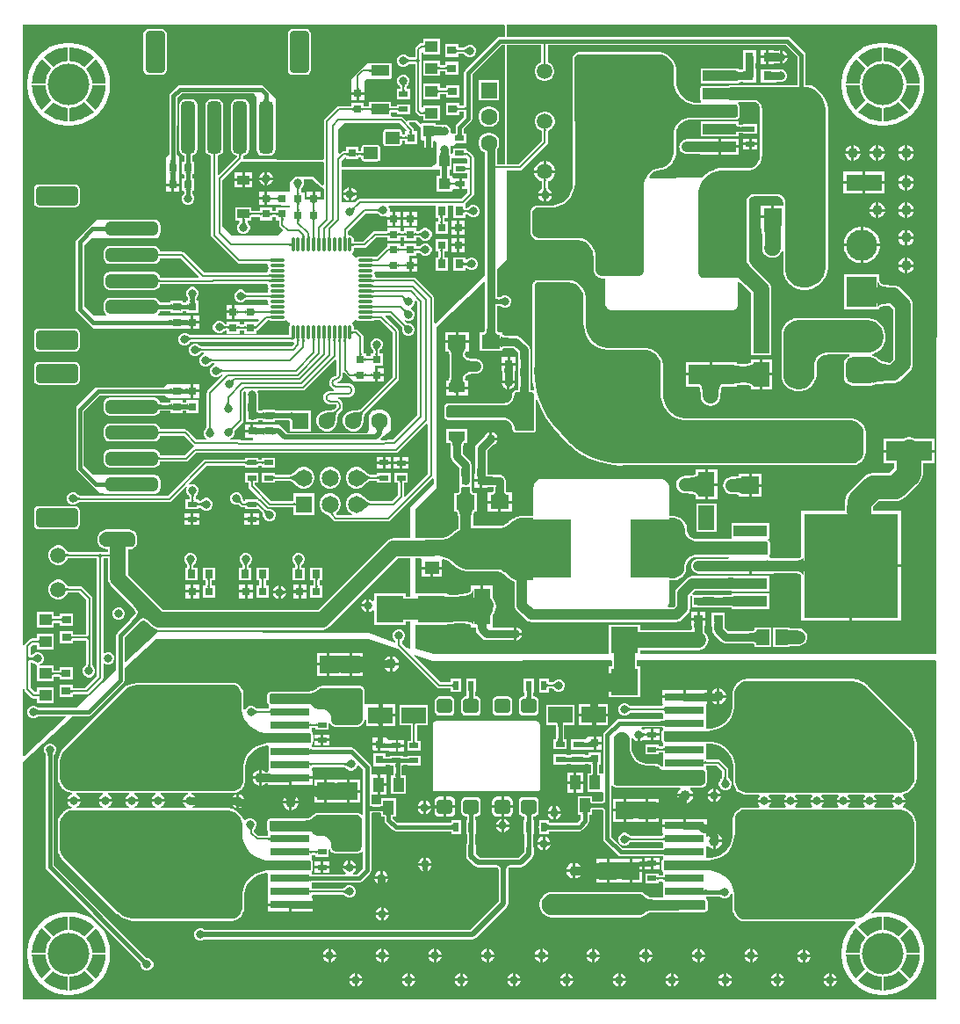
<source format=gtl>
G04*
G04 #@! TF.GenerationSoftware,Altium Limited,Altium Designer,21.3.2 (30)*
G04*
G04 Layer_Physical_Order=1*
G04 Layer_Color=255*
%FSTAX25Y25*%
%MOIN*%
G70*
G04*
G04 #@! TF.SameCoordinates,3AB95325-1BB8-4468-B31D-F8521517AB43*
G04*
G04*
G04 #@! TF.FilePolarity,Positive*
G04*
G01*
G75*
%ADD15C,0.01000*%
%ADD20C,0.00800*%
%ADD21R,0.15000X0.03150*%
%ADD22R,0.17323X0.07480*%
%ADD23R,0.35827X0.39764*%
%ADD24R,0.12795X0.04331*%
%ADD25R,0.06299X0.13780*%
%ADD26R,0.16535X0.22047*%
%ADD27R,0.06496X0.12992*%
%ADD28R,0.06496X0.03740*%
%ADD29R,0.03150X0.03150*%
%ADD30R,0.07150X0.05350*%
%ADD31R,0.05512X0.04724*%
%ADD32R,0.09843X0.09843*%
%ADD33R,0.03543X0.02165*%
G04:AMPARAMS|DCode=34|XSize=51.18mil|YSize=196.85mil|CornerRadius=12.8mil|HoleSize=0mil|Usage=FLASHONLY|Rotation=90.000|XOffset=0mil|YOffset=0mil|HoleType=Round|Shape=RoundedRectangle|*
%AMROUNDEDRECTD34*
21,1,0.05118,0.17126,0,0,90.0*
21,1,0.02559,0.19685,0,0,90.0*
1,1,0.02559,0.08563,0.01280*
1,1,0.02559,0.08563,-0.01280*
1,1,0.02559,-0.08563,-0.01280*
1,1,0.02559,-0.08563,0.01280*
%
%ADD34ROUNDEDRECTD34*%
G04:AMPARAMS|DCode=35|XSize=70.87mil|YSize=157.48mil|CornerRadius=8.86mil|HoleSize=0mil|Usage=FLASHONLY|Rotation=90.000|XOffset=0mil|YOffset=0mil|HoleType=Round|Shape=RoundedRectangle|*
%AMROUNDEDRECTD35*
21,1,0.07087,0.13976,0,0,90.0*
21,1,0.05315,0.15748,0,0,90.0*
1,1,0.01772,0.06988,0.02657*
1,1,0.01772,0.06988,-0.02657*
1,1,0.01772,-0.06988,-0.02657*
1,1,0.01772,-0.06988,0.02657*
%
%ADD35ROUNDEDRECTD35*%
%ADD36R,0.03150X0.03150*%
%ADD37R,0.06693X0.06693*%
%ADD38R,0.03937X0.05512*%
%ADD39R,0.02165X0.03543*%
G04:AMPARAMS|DCode=40|XSize=55.51mil|YSize=57.87mil|CornerRadius=6.94mil|HoleSize=0mil|Usage=FLASHONLY|Rotation=270.000|XOffset=0mil|YOffset=0mil|HoleType=Round|Shape=RoundedRectangle|*
%AMROUNDEDRECTD40*
21,1,0.05551,0.04400,0,0,270.0*
21,1,0.04163,0.05787,0,0,270.0*
1,1,0.01388,-0.02200,-0.02082*
1,1,0.01388,-0.02200,0.02082*
1,1,0.01388,0.02200,0.02082*
1,1,0.01388,0.02200,-0.02082*
%
%ADD40ROUNDEDRECTD40*%
%ADD41R,0.09252X0.06102*%
%ADD42R,0.03150X0.03347*%
%ADD43O,0.01181X0.05709*%
%ADD44O,0.05709X0.01181*%
%ADD45R,0.04500X0.03583*%
G04:AMPARAMS|DCode=46|XSize=70.87mil|YSize=157.48mil|CornerRadius=8.86mil|HoleSize=0mil|Usage=FLASHONLY|Rotation=0.000|XOffset=0mil|YOffset=0mil|HoleType=Round|Shape=RoundedRectangle|*
%AMROUNDEDRECTD46*
21,1,0.07087,0.13976,0,0,0.0*
21,1,0.05315,0.15748,0,0,0.0*
1,1,0.01772,0.02657,-0.06988*
1,1,0.01772,-0.02657,-0.06988*
1,1,0.01772,-0.02657,0.06988*
1,1,0.01772,0.02657,0.06988*
%
%ADD46ROUNDEDRECTD46*%
G04:AMPARAMS|DCode=47|XSize=51.18mil|YSize=196.85mil|CornerRadius=12.8mil|HoleSize=0mil|Usage=FLASHONLY|Rotation=0.000|XOffset=0mil|YOffset=0mil|HoleType=Round|Shape=RoundedRectangle|*
%AMROUNDEDRECTD47*
21,1,0.05118,0.17126,0,0,0.0*
21,1,0.02559,0.19685,0,0,0.0*
1,1,0.02559,0.01280,-0.08563*
1,1,0.02559,-0.01280,-0.08563*
1,1,0.02559,-0.01280,0.08563*
1,1,0.02559,0.01280,0.08563*
%
%ADD47ROUNDEDRECTD47*%
%ADD48R,0.03937X0.03937*%
%ADD49R,0.03347X0.03150*%
%ADD50R,0.04724X0.04331*%
%ADD51R,0.06693X0.03937*%
G04:AMPARAMS|DCode=52|XSize=55.12mil|YSize=47.24mil|CornerRadius=3.54mil|HoleSize=0mil|Usage=FLASHONLY|Rotation=0.000|XOffset=0mil|YOffset=0mil|HoleType=Round|Shape=RoundedRectangle|*
%AMROUNDEDRECTD52*
21,1,0.05512,0.04016,0,0,0.0*
21,1,0.04803,0.04724,0,0,0.0*
1,1,0.00709,0.02402,-0.02008*
1,1,0.00709,-0.02402,-0.02008*
1,1,0.00709,-0.02402,0.02008*
1,1,0.00709,0.02402,0.02008*
%
%ADD52ROUNDEDRECTD52*%
%ADD53C,0.05906*%
%ADD54R,0.06102X0.09252*%
%ADD55R,0.12638X0.04134*%
%ADD56R,0.04724X0.05906*%
%ADD57R,0.12402X0.09843*%
%ADD58R,0.13780X0.06299*%
%ADD59R,0.09843X0.09843*%
%ADD114C,0.09000*%
%ADD115C,0.03000*%
%ADD116R,0.32638X0.39646*%
%ADD117R,0.33307X0.41457*%
%ADD118C,0.01500*%
%ADD119C,0.07000*%
%ADD120C,0.04000*%
%ADD121C,0.06000*%
%ADD122C,0.07874*%
%ADD123C,0.05000*%
%ADD124C,0.01968*%
%ADD125C,0.02000*%
G04:AMPARAMS|DCode=126|XSize=98.43mil|YSize=118.11mil|CornerRadius=24.61mil|HoleSize=0mil|Usage=FLASHONLY|Rotation=90.000|XOffset=0mil|YOffset=0mil|HoleType=Round|Shape=RoundedRectangle|*
%AMROUNDEDRECTD126*
21,1,0.09843,0.06890,0,0,90.0*
21,1,0.04921,0.11811,0,0,90.0*
1,1,0.04921,0.03445,0.02461*
1,1,0.04921,0.03445,-0.02461*
1,1,0.04921,-0.03445,-0.02461*
1,1,0.04921,-0.03445,0.02461*
%
%ADD126ROUNDEDRECTD126*%
%ADD127O,0.11811X0.09843*%
%ADD128C,0.06496*%
%ADD129R,0.06496X0.06496*%
G04:AMPARAMS|DCode=130|XSize=76.77mil|YSize=76.77mil|CornerRadius=19.19mil|HoleSize=0mil|Usage=FLASHONLY|Rotation=270.000|XOffset=0mil|YOffset=0mil|HoleType=Round|Shape=RoundedRectangle|*
%AMROUNDEDRECTD130*
21,1,0.07677,0.03839,0,0,270.0*
21,1,0.03839,0.07677,0,0,270.0*
1,1,0.03839,-0.01919,-0.01919*
1,1,0.03839,-0.01919,0.01919*
1,1,0.03839,0.01919,0.01919*
1,1,0.03839,0.01919,-0.01919*
%
%ADD130ROUNDEDRECTD130*%
%ADD131C,0.07677*%
%ADD132R,0.06299X0.06299*%
%ADD133C,0.06299*%
%ADD134R,0.06299X0.06299*%
%ADD135R,0.11811X0.11811*%
%ADD136C,0.11811*%
%ADD137C,0.09000*%
%ADD138C,0.15748*%
%ADD139C,0.03150*%
%ADD140C,0.03937*%
%ADD141C,0.02598*%
G36*
X0682004Y0773153D02*
X0682016Y0773019D01*
X0682036Y0772898D01*
X0682064Y077279D01*
X06821Y0772695D01*
X0682144Y0772613D01*
X0682196Y0772545D01*
X0682256Y0772489D01*
X0682324Y0772447D01*
X06824Y0772418D01*
X06808D01*
X0680876Y0772447D01*
X0680944Y0772489D01*
X0681004Y0772545D01*
X0681056Y0772613D01*
X06811Y0772695D01*
X0681136Y077279D01*
X0681164Y0772898D01*
X0681184Y0773019D01*
X0681196Y0773153D01*
X06812Y0773301D01*
X0682D01*
X0682004Y0773153D01*
D02*
G37*
G36*
X0830539Y0786846D02*
X08304Y05486D01*
X0717821D01*
Y0549991D01*
X0739848D01*
X0740342Y0550056D01*
X0740836Y0550121D01*
X0741758Y0550503D01*
X0742549Y055111D01*
X0742738Y0551299D01*
X0743345Y055209D01*
X0743727Y0553011D01*
X0743857Y0554D01*
X0743727Y0554989D01*
X0743345Y055591D01*
X0742738Y0556701D01*
X0742369Y0556984D01*
Y0559185D01*
X0742375Y0559323D01*
X074271D01*
Y0561397D01*
X0740037D01*
X0737364D01*
Y0559323D01*
X0737626D01*
X073769Y0558131D01*
X0737302Y0557631D01*
X0717821D01*
Y0559732D01*
X0705979D01*
Y05486D01*
X0639654D01*
X0632424Y0550556D01*
Y055933D01*
X0632665Y055973D01*
X0644508D01*
Y0559984D01*
X0649845Y0560227D01*
X0651343Y0560127D01*
X0652285Y0560006D01*
X0653033Y0559863D01*
X0653567Y0559708D01*
X0653649Y055967D01*
Y0558732D01*
X0655462D01*
X0655467Y055866D01*
Y0557957D01*
X0655644Y0557065D01*
X065615Y0556308D01*
X0657907Y0554551D01*
X0658664Y0554045D01*
X0659556Y0553868D01*
X0669389D01*
X0669505Y0553801D01*
X0669999Y0553668D01*
Y05562D01*
Y0558732D01*
X0669505Y0558599D01*
X0669389Y0558532D01*
X0662365D01*
X0661948Y0558732D01*
Y0562996D01*
X0662057Y0563128D01*
X0662638Y0564215D01*
X0662996Y0565395D01*
X0663116Y0566622D01*
X0663132D01*
X066295Y0568002D01*
X0662417Y0569288D01*
X0661948Y05699D01*
Y0574512D01*
X0658299D01*
Y0566622D01*
X0657299D01*
Y0574512D01*
X0653649D01*
Y0572793D01*
X0653626Y0572743D01*
X0653317Y0572398D01*
X0652824Y0572058D01*
X0652127Y0571741D01*
X0651225Y0571466D01*
X0650135Y0571248D01*
X0647749Y0571026D01*
X0645779Y0571056D01*
X0644508Y0571143D01*
Y0571572D01*
X0632665D01*
X0632424Y0571973D01*
Y0584849D01*
X0634641D01*
X0635017Y0584551D01*
X0635017Y0584349D01*
Y0581689D01*
X0638773D01*
X0642529D01*
Y0584243D01*
X0642983Y0584662D01*
X0643213Y0584616D01*
X0644871Y058393D01*
X0646379Y0582922D01*
X0647046Y0582318D01*
X0647554Y0581809D01*
X064762Y0581765D01*
X0647676Y0581709D01*
X0648906Y0580887D01*
X0648979Y0580857D01*
X0649045Y0580813D01*
X0650412Y0580247D01*
X0650489Y0580232D01*
X0650562Y0580201D01*
X0652013Y0579913D01*
X0652093D01*
X065217Y0579897D01*
X065291D01*
X0663679Y0579897D01*
X0664026Y057988D01*
X0664726Y0579741D01*
X0665367Y0579475D01*
X066596Y0579079D01*
X0666217Y0578846D01*
X0667531Y0577532D01*
X0667531Y0577532D01*
X0667864Y0577199D01*
X066793Y0577155D01*
X0667986Y05771D01*
X0668769Y0576577D01*
X0668842Y0576546D01*
X0668907Y0576502D01*
X0669777Y0576142D01*
X0669855Y0576126D01*
X0669928Y0576096D01*
X0670181Y0576046D01*
Y0567008D01*
X0670181Y0567008D01*
X0670276Y056628D01*
X0670557Y0565602D01*
X0671004Y056502D01*
X0674512Y0561512D01*
X0674512Y0561512D01*
X0675094Y0561065D01*
X0675772Y0560784D01*
X06765Y0560688D01*
X06765Y0560689D01*
X0731657D01*
X0731657Y0560688D01*
X0732384Y0560784D01*
X0733063Y0561065D01*
X0733645Y0561512D01*
X0735988Y0563855D01*
X0735988Y0563855D01*
X0736435Y0564437D01*
X0736716Y0565115D01*
X0736811Y0565843D01*
Y0570456D01*
X0737092Y0570675D01*
X0737141Y0570669D01*
X0737576Y0570459D01*
Y0568816D01*
X0737531Y056859D01*
X0737576Y0568365D01*
Y0566228D01*
X0741681D01*
X0741698Y0566225D01*
X0741706Y0566226D01*
X0741715Y0566225D01*
X074187Y0566228D01*
X0742497D01*
Y0566241D01*
X0743303Y0566258D01*
X0744983D01*
Y0566228D01*
X0745765D01*
X0745782Y0566225D01*
X0745788Y0566226D01*
X0745793Y0566225D01*
X0745809Y0566228D01*
X0749087D01*
X0749104Y0566225D01*
X0749113Y0566226D01*
X0749121Y0566225D01*
X0749277Y0566228D01*
X0749904D01*
Y0566241D01*
X0750709Y0566258D01*
X0751279D01*
X0751772Y0566231D01*
X0752114Y0566191D01*
X0752387Y0566143D01*
X0752512Y0566109D01*
Y0565638D01*
X0753294D01*
X0753311Y0565634D01*
X0753328Y0565638D01*
X0766882D01*
Y0571543D01*
X0753328D01*
X0753311Y0571547D01*
X0753294Y0571543D01*
X0752512D01*
Y0571071D01*
X0752387Y0571038D01*
X0752132Y0570993D01*
X0751167Y0570923D01*
X0749904D01*
Y0570953D01*
X0749122D01*
X0749104Y0570956D01*
X0749099Y0570955D01*
X0749093Y0570956D01*
X0749078Y0570953D01*
X0745799D01*
X0745782Y0570956D01*
X0745774Y0570954D01*
X0745765Y0570956D01*
X074561Y0570953D01*
X0744983D01*
Y0570939D01*
X0744177Y0570923D01*
X0742497D01*
Y0570953D01*
X0741715D01*
X0741698Y0570956D01*
X0741692Y0570955D01*
X0741687Y0570956D01*
X0741671Y0570953D01*
X0737946Y0570953D01*
X0737914D01*
D01*
X0737891Y0570953D01*
X0737864Y0571018D01*
X0737684Y0571453D01*
X0738735Y0572504D01*
X0749864D01*
X0752277Y0572466D01*
X0752512Y057245D01*
Y0572331D01*
X0753294D01*
X0753311Y0572327D01*
X0753328Y0572331D01*
X0753349D01*
X0753363Y0572329D01*
X075337Y0572331D01*
X0766882D01*
Y0578236D01*
X0753328D01*
X0753311Y0578239D01*
X0753299Y0578237D01*
X0753287Y0578239D01*
X0753186Y0578236D01*
X0752512D01*
Y0578216D01*
X0749582Y0578126D01*
X0737571D01*
X0737571Y0578126D01*
X0736843Y0578031D01*
X0736165Y057775D01*
X0735583Y0577303D01*
X0732012Y0573732D01*
X0731565Y057315D01*
X0731284Y0572472D01*
X0731188Y0571744D01*
X0731189Y0571744D01*
Y0567008D01*
X0730492Y0566311D01*
X0728614D01*
X0728361Y0566811D01*
X0728525Y0567034D01*
X0728866Y0567764D01*
X0729058Y0568545D01*
X0729075Y0568947D01*
X0729075Y0568947D01*
Y0575997D01*
X0729075Y0576497D01*
X0730722D01*
X07308Y0576513D01*
X0730879D01*
X073171Y0576678D01*
X0731783Y0576708D01*
X073186Y0576723D01*
X0732643Y0577048D01*
X0732709Y0577092D01*
X0732782Y0577122D01*
X0733486Y0577592D01*
X0733542Y0577648D01*
X0733607Y0577692D01*
X0734206Y0578291D01*
X073425Y0578357D01*
X0734306Y0578413D01*
X0734777Y0579117D01*
X0734807Y057919D01*
X0734851Y0579256D01*
X0735175Y0580038D01*
X0735191Y0580116D01*
X0735221Y0580189D01*
X0735386Y058102D01*
Y0581099D01*
X0735402Y0581177D01*
Y058158D01*
X073542Y0581952D01*
X0735569Y0582701D01*
X0735853Y0583388D01*
X0736267Y0584006D01*
X0736792Y0584532D01*
X0737411Y0584945D01*
X0738098Y058523D01*
X0738846Y0585379D01*
X0739218Y0585397D01*
X0751545D01*
X0751934Y0584909D01*
X0751906Y0584801D01*
X0750144Y058469D01*
X0740037D01*
X0739309Y0584595D01*
X0738631Y0584314D01*
X0738049Y0583867D01*
X0737602Y0583285D01*
X0737321Y0582607D01*
X0737225Y0581879D01*
X0737321Y0581151D01*
X0737602Y0580473D01*
X0738049Y0579891D01*
X0738631Y0579444D01*
X0739309Y0579163D01*
X0740037Y0579068D01*
X0751152D01*
X0752299Y0579062D01*
X0752299Y0579062D01*
Y0578811D01*
X0759197D01*
Y0581976D01*
X0760197D01*
Y0578811D01*
X0767095D01*
Y0579058D01*
X0769873Y0579165D01*
X0776303D01*
X0776701Y0579154D01*
X0777328Y0579099D01*
X077786Y0579011D01*
X0778296Y0578894D01*
X0778631Y0578757D01*
X0778868Y0578612D01*
X0778972Y0578516D01*
Y0561094D01*
X0797386D01*
Y0581976D01*
X0797886D01*
Y0582476D01*
X0816799D01*
Y0602858D01*
X0806372D01*
X0806314Y0604373D01*
X0808408Y0606467D01*
X0814527D01*
X0815907Y0606649D01*
X0817193Y0607182D01*
X0818298Y0608029D01*
X082357Y0613301D01*
X0824417Y0614406D01*
X082495Y0615692D01*
X0825132Y0617072D01*
Y0619203D01*
X0825151Y0620575D01*
X0825163Y062076D01*
X0829512D01*
Y0625D01*
X0819851D01*
X0810189D01*
Y062076D01*
X0814339D01*
X0814404Y0619219D01*
X0812318Y0617133D01*
X0806199D01*
X0804818Y0616951D01*
X0803532Y0616419D01*
X0802428Y0615571D01*
X0797156Y0610299D01*
X0796308Y0609194D01*
X0795775Y0607908D01*
X0795594Y0606528D01*
Y0604195D01*
X0795579Y0603036D01*
X0795568Y0602858D01*
X0778972D01*
Y0585436D01*
X0778868Y058534D01*
X0778631Y0585195D01*
X0778295Y0585058D01*
X077786Y0584942D01*
X0777328Y0584853D01*
X0776701Y0584798D01*
X0776303Y0584788D01*
X0769413D01*
X0767111Y0584817D01*
X0767095Y0584818D01*
Y0585142D01*
X0767035D01*
X0766816Y0585637D01*
X0766882Y0585716D01*
X0766882D01*
X0766977Y0586177D01*
X0767019Y058624D01*
X0767019Y058624D01*
X076714Y0586534D01*
X076714Y0586534D01*
X0767202Y0586841D01*
Y0590659D01*
X076714Y0590966D01*
X076714Y0590966D01*
X0767019Y059126D01*
X0767019Y059126D01*
X0766882Y0591465D01*
Y0591622D01*
X0766744D01*
X076662Y0591746D01*
X0766375Y0591909D01*
X0766366Y0591949D01*
X0766484Y0592409D01*
X0766882D01*
Y0598315D01*
X0752512D01*
Y0592603D01*
X0752512Y0592409D01*
X0752139Y0592103D01*
X0739214D01*
X073887Y059212D01*
X0738176Y0592258D01*
X0737541Y0592521D01*
X0736969Y0592903D01*
X0736483Y0593389D01*
X0736101Y0593961D01*
X0735838Y0594596D01*
X07357Y059529D01*
X0735683Y0595634D01*
Y0596056D01*
X0735667Y0596134D01*
Y0596213D01*
X0735495Y0597079D01*
X0735465Y0597152D01*
X0735449Y059723D01*
X0735111Y0598046D01*
X0735067Y0598112D01*
X0735037Y0598185D01*
X0734546Y059892D01*
X073449Y0598976D01*
X0734446Y0599041D01*
X0733821Y0599666D01*
X0733756Y059971D01*
X07337Y0599766D01*
X0732965Y0600257D01*
X0732892Y0600287D01*
X0732826Y0600331D01*
X073201Y0600669D01*
X0731932Y0600685D01*
X0731859Y0600715D01*
X0730993Y0600887D01*
X0730913D01*
X0730836Y0600903D01*
X0729075D01*
X0729075Y0600903D01*
Y0611181D01*
X0729075Y0611562D01*
X0728927Y0612309D01*
X0728635Y0613012D01*
X0728212Y0613645D01*
X0727674Y0614184D01*
X0727041Y0614607D01*
X0726337Y0614898D01*
X0725671Y0615031D01*
X072559Y0615047D01*
X072521Y0615047D01*
X0725209Y0615047D01*
X0725209Y0615047D01*
X0725209Y0615047D01*
X0684075Y0615047D01*
X0680638Y0615047D01*
X0680304Y061503D01*
X0679654Y0614865D01*
X0679049Y0614577D01*
X0678512Y0614177D01*
X0678063Y0613679D01*
X067772Y0613103D01*
X0677496Y0612471D01*
X0677423Y0611971D01*
X06774Y0611808D01*
X0677417Y0611474D01*
X0677417Y0611474D01*
Y0600903D01*
X0673327D01*
X0672655Y0600903D01*
X0672577Y0600887D01*
X0672498D01*
X0671179Y0600625D01*
X0671106Y0600595D01*
X0671028Y0600579D01*
X0669785Y0600065D01*
X066972Y0600021D01*
X0669647Y059999D01*
X0668528Y0599243D01*
X0668472Y0599187D01*
X0668406Y0599143D01*
X0667945Y0598682D01*
X0667568Y059834D01*
X0666707Y0597765D01*
X0665769Y0597376D01*
X0664753Y0597174D01*
X0664245Y0597149D01*
X0663791Y0597149D01*
X0654461Y0597149D01*
Y0599931D01*
X0654467Y0600244D01*
X0654511Y060088D01*
X0654582Y0601425D01*
X0654676Y0601874D01*
X0654788Y0602223D01*
X0654905Y0602467D01*
X0655009Y0602611D01*
X0655084Y0602675D01*
X0655139Y06027D01*
X0655291Y060272D01*
X0656011D01*
Y0603502D01*
X0656015Y060352D01*
X0656011Y0603537D01*
Y0609645D01*
X0654671D01*
X0654489Y0609664D01*
X0654418Y0609689D01*
X0654355Y0609731D01*
X0654279Y0609813D01*
X065419Y0609959D01*
X0654099Y0610183D01*
X0654017Y0610486D01*
X0653953Y0610867D01*
X0653913Y0611322D01*
X065391Y0611459D01*
X0653959Y0611959D01*
X0653959Y0611959D01*
Y0615867D01*
X0653962Y0615884D01*
X0653959Y0615901D01*
Y0615904D01*
X0653961Y0615921D01*
X0653959Y0615977D01*
Y0616683D01*
X0653926D01*
X0653854Y0618262D01*
Y0620277D01*
X0653676Y062117D01*
X0653171Y0621926D01*
X0650693Y0624404D01*
Y0627238D01*
X0650717Y062752D01*
X0650781Y0627903D01*
X0650863Y0628208D01*
X0650954Y0628433D01*
X0651044Y0628581D01*
X065112Y0628663D01*
X0651183Y0628705D01*
X0651254Y062873D01*
X0651321Y0628737D01*
X0652396D01*
Y0634052D01*
X0644325D01*
Y0628737D01*
X0645399D01*
X0645467Y062873D01*
X0645537Y0628705D01*
X06456Y0628663D01*
X0645676Y0628581D01*
X0645766Y0628433D01*
X0645858Y0628208D01*
X064594Y0627903D01*
X0646003Y062752D01*
X0646028Y0627238D01*
Y0623439D01*
X0646206Y0622546D01*
X0646711Y0621789D01*
X0649189Y0619311D01*
Y0614396D01*
X0649234Y0614171D01*
Y0611959D01*
X0649234Y0611959D01*
X0649234D01*
X0649283Y0611459D01*
X0649279Y0611322D01*
X0649239Y0610867D01*
X0649176Y0610486D01*
X0649094Y0610183D01*
X0649003Y0609959D01*
X0648913Y0609813D01*
X0648837Y0609731D01*
X0648774Y0609689D01*
X0648703Y0609664D01*
X0648522Y0609645D01*
X0647287D01*
Y0603537D01*
X0647283Y060352D01*
X0647287Y0603502D01*
Y060272D01*
X0648007D01*
X064816Y06027D01*
X0648214Y0602675D01*
X064829Y0602611D01*
X0648394Y0602467D01*
X064851Y0602223D01*
X0648622Y0601874D01*
X0648714Y0601438D01*
X0648832Y0600232D01*
X0648838Y0599931D01*
Y0596179D01*
X0648577Y0596071D01*
X0648511Y0596027D01*
X0648438Y0595997D01*
X0646975Y0595019D01*
X0646919Y0594963D01*
X0646853Y0594919D01*
X0646245Y0594311D01*
X0645836Y059394D01*
X0644903Y0593317D01*
X0643885Y0592895D01*
X0642784Y0592676D01*
X0642233Y0592649D01*
X0636585D01*
X0636277Y0592588D01*
X0636039Y0592489D01*
X0632424D01*
Y0603274D01*
X06407Y061155D01*
Y06726D01*
X0658482Y0689649D01*
X0658942Y0689453D01*
Y0682313D01*
Y0671962D01*
X0658917Y067168D01*
X0658854Y0671297D01*
X0658772Y0670992D01*
X065868Y0670766D01*
X065859Y0670619D01*
X0658514Y0670537D01*
X0658451Y0670495D01*
X0658381Y067047D01*
X0658313Y0670462D01*
X0656912D01*
Y0663538D01*
X066482D01*
X0664837Y0663534D01*
X0664854Y0663538D01*
X0665637D01*
Y0664257D01*
X0665646Y0664325D01*
X0665654Y0664334D01*
X0665727Y0664387D01*
X0665882Y066446D01*
X0666121Y0664536D01*
X0666428Y0664601D01*
X0667123Y0664668D01*
X0669777D01*
X0671502Y0662942D01*
Y0660906D01*
X0671473D01*
Y0660124D01*
X0671469Y0660106D01*
X067147Y0660101D01*
X0671469Y0660095D01*
X0671473Y0660079D01*
Y0656998D01*
X0671469Y0656981D01*
X0671471Y0656972D01*
X0671469Y0656964D01*
X0671473Y0656809D01*
Y0656181D01*
X0671486D01*
X0671502Y0655376D01*
Y0649217D01*
X067148Y064895D01*
X0671426Y0648605D01*
X0670903D01*
X0670902Y0648605D01*
X0670743Y0648605D01*
X0670436Y0648544D01*
X0670436Y0648544D01*
X0670436Y0648544D01*
X0670141Y0648422D01*
X067001Y0648335D01*
X066988Y0648248D01*
X0669655Y0648022D01*
X0669481Y0647762D01*
X0669358Y0647467D01*
X0669358Y0647467D01*
X0669358Y0647467D01*
X0669297Y064716D01*
X0669297Y064716D01*
X0669297Y064716D01*
X0669297Y064702D01*
X0669281Y0646687D01*
X0669147Y0646015D01*
X0668893Y06454D01*
X0668523Y0644847D01*
X0668053Y0644377D01*
X06675Y0644007D01*
X0666885Y0643753D01*
X0666213Y0643619D01*
X066588Y0643603D01*
X0645D01*
X0645Y0643603D01*
X0644881Y0643603D01*
X0644742Y0643575D01*
X0644573Y0643542D01*
X0644573Y0643542D01*
X0644353Y064345D01*
X0644092Y0643276D01*
X0643924Y0643108D01*
X064375Y0642847D01*
X064375Y0642847D01*
X0643658Y0642627D01*
X0643658Y0642626D01*
X064362Y0642436D01*
X0643597Y0642319D01*
X0643597Y0642319D01*
X0643597Y0642319D01*
X0643597Y06422D01*
X0643597Y06387D01*
X0643597Y06387D01*
X0643597Y0638601D01*
X0643658Y0638293D01*
X0643658Y0638293D01*
X0643734Y0638109D01*
X0643908Y0637849D01*
X0644049Y0637708D01*
X064431Y0637534D01*
X0644493Y0637458D01*
X0644493Y0637458D01*
X0644493Y0637458D01*
X0644648Y0637428D01*
X0644801Y0637397D01*
X0644801Y0637397D01*
X0644801Y0637397D01*
X06449Y0637397D01*
X066608Y0637397D01*
X0666403Y0637381D01*
X0666409Y063738D01*
X0666409D01*
X0666409Y063738D01*
X0667056Y0637252D01*
X0667652Y0637004D01*
X0668189Y0636646D01*
X0668646Y0636189D01*
X0669004Y0635652D01*
X0669251Y0635056D01*
X0669381Y0634403D01*
X0669397Y063408D01*
Y0633941D01*
X0669458Y0633634D01*
X066958Y063334D01*
X0669754Y0633079D01*
X0669754Y0633079D01*
X0669979Y0632854D01*
X067024Y063268D01*
X067024Y063268D01*
X0670534Y0632558D01*
X0670841Y0632497D01*
X067718D01*
X0677487Y0632558D01*
X0677634Y0632619D01*
X0677894Y0632793D01*
X0678007Y0632906D01*
X0678181Y0633166D01*
X0678181Y0633167D01*
X0678183D01*
Y0633172D01*
X0678242Y0633313D01*
X0678242Y0633313D01*
X0678303Y063362D01*
Y0644814D01*
X0678796Y0644895D01*
X067914Y0643871D01*
X0679159Y0643837D01*
X0679168Y0643799D01*
X0680434Y0640971D01*
X0680457Y0640939D01*
X068047Y0640901D01*
X0682003Y0638208D01*
X0682029Y0638179D01*
X0682045Y0638143D01*
X0683831Y0635611D01*
X068386Y0635584D01*
X0683879Y063555D01*
X0684891Y0634376D01*
X0684897Y0634371D01*
X06849Y0634365D01*
X069Y0628665D01*
X0690024Y0628647D01*
X069004Y0628623D01*
X0691102Y0627596D01*
X0691136Y0627574D01*
X0691162Y0627543D01*
X069348Y062571D01*
X0693516Y0625692D01*
X0693545Y0625664D01*
X0696034Y0624072D01*
X0696071Y0624057D01*
X0696103Y0624032D01*
X0698738Y0622696D01*
X0698777Y0622685D01*
X0698812Y0622663D01*
X0701567Y0621596D01*
X0701607Y0621589D01*
X0701643Y0621571D01*
X0704491Y0620785D01*
X0704531Y0620782D01*
X0704569Y0620767D01*
X0707481Y0620269D01*
X0707522Y062027D01*
X0707561Y062026D01*
X0710508Y0620054D01*
X0710549Y0620059D01*
X0710589Y0620053D01*
X0712053Y0620097D01*
X0798578D01*
X0798655Y0620113D01*
X0798734D01*
X0799623Y0620289D01*
X0799696Y062032D01*
X0799774Y0620335D01*
X0800611Y0620682D01*
X0800677Y0620726D01*
X080075Y0620756D01*
X0801503Y0621259D01*
X0801559Y0621315D01*
X0801625Y0621359D01*
X0802265Y0622D01*
X0802309Y0622066D01*
X0802365Y0622122D01*
X0802869Y0622875D01*
X0802899Y0622948D01*
X0802943Y0623014D01*
X080329Y0623851D01*
X0803305Y0623928D01*
X0803335Y0624002D01*
X0803512Y062489D01*
Y0624969D01*
X0803527Y0625047D01*
Y06255D01*
X0803528Y06255D01*
X0803528Y06322D01*
X0803528Y0632683D01*
X0803512Y063276D01*
X0803512Y0632839D01*
X0803324Y0633786D01*
X0803294Y0633859D01*
X0803278Y0633937D01*
X0802909Y0634828D01*
X0802865Y0634894D01*
X0802835Y0634967D01*
X0802298Y063577D01*
X0802242Y0635826D01*
X0802199Y0635891D01*
X0801516Y0636574D01*
X080145Y0636618D01*
X0801394Y0636674D01*
X0800592Y063721D01*
X0800519Y063724D01*
X0800453Y0637284D01*
X0799561Y0637653D01*
X0799484Y0637669D01*
X0799411Y0637699D01*
X0798464Y0637887D01*
X0798385D01*
X0798307Y0637903D01*
X0797825Y0637903D01*
X0797825Y0637903D01*
X0735718D01*
X0734817Y0637947D01*
X073303Y0638303D01*
X0731365Y0638992D01*
X0729867Y0639993D01*
X0728592Y0641268D01*
X0727591Y0642766D01*
X0726901Y0644431D01*
X0726546Y0646218D01*
X0726502Y064712D01*
Y06578D01*
Y0658386D01*
X0726486Y0658464D01*
Y0658543D01*
X0726257Y0659693D01*
X0726227Y0659766D01*
X0726212Y0659843D01*
X0725763Y0660926D01*
X0725719Y0660992D01*
X0725689Y0661065D01*
X0725038Y066204D01*
X0724982Y0662096D01*
X0724938Y0662162D01*
X0724109Y0662991D01*
X0724043Y0663034D01*
X0723987Y066309D01*
X0723012Y0663742D01*
X0722939Y0663772D01*
X0722873Y0663816D01*
X072179Y0664265D01*
X0721713Y066428D01*
X072164Y066431D01*
X072049Y0664539D01*
X0720411D01*
X0720333Y0664554D01*
X0706427D01*
X0705526Y0664599D01*
X0703739Y0664954D01*
X0702074Y0665644D01*
X0700576Y0666645D01*
X0699301Y0667919D01*
X06983Y0669418D01*
X069761Y0671083D01*
X0697255Y067287D01*
X0697211Y0673771D01*
Y0683997D01*
X0697195Y0684075D01*
Y0684154D01*
X0696956Y0685355D01*
X0696926Y0685428D01*
X0696911Y0685505D01*
X0696442Y0686636D01*
X0696398Y0686702D01*
X0696368Y0686775D01*
X0695688Y0687793D01*
X0695632Y0687849D01*
X0695588Y0687915D01*
X0694722Y068878D01*
X0694657Y0688824D01*
X0694601Y068888D01*
X0693583Y068956D01*
X069351Y0689591D01*
X0693444Y0689634D01*
X0692313Y0690103D01*
X0692235Y0690118D01*
X0692162Y0690149D01*
X0690962Y0690387D01*
X0690883D01*
X0690805Y0690403D01*
X0678869D01*
X0678562Y0690342D01*
X0678074Y069014D01*
X0677814Y0689966D01*
X0677498Y068965D01*
X0677412D01*
Y0689549D01*
X0677266Y0689332D01*
X0677064Y0688844D01*
X0677003Y0688537D01*
Y0688273D01*
X0677003Y0657825D01*
X0676907Y0656304D01*
X0676912Y0656265D01*
X0676906Y0656227D01*
X067701Y0653129D01*
X0677019Y0653091D01*
X0677017Y0653052D01*
X067742Y0649979D01*
X0677433Y0649942D01*
X0677434Y0649903D01*
X0677655Y0648949D01*
X0677478Y0648733D01*
X0677231Y0648563D01*
X0677161Y0648577D01*
X0677017Y0648605D01*
X0677017Y0648605D01*
X0677017Y0648605D01*
X0676897Y0648605D01*
X0676249D01*
X0676192Y0648952D01*
X0676167Y0649234D01*
Y0656181D01*
X0676197D01*
Y0656963D01*
X06762Y0656981D01*
X0676199Y0656986D01*
X06762Y0656992D01*
X0676197Y0657008D01*
Y0660089D01*
X06762Y0660106D01*
X0676199Y0660115D01*
X06762Y0660123D01*
X0676197Y0660278D01*
Y0660906D01*
X0676184D01*
X0676167Y0661711D01*
Y0663908D01*
X0675989Y0664801D01*
X0675484Y0665557D01*
X0672392Y0668649D01*
X0671635Y0669155D01*
X0670743Y0669332D01*
X0667035D01*
X0666836Y0669346D01*
X0666441Y0669397D01*
X0666121Y0669464D01*
X0665882Y066954D01*
X0665727Y0669613D01*
X0665654Y0669666D01*
X0665646Y0669675D01*
X0665637Y0669742D01*
Y0670462D01*
X0664854D01*
X0664837Y0670466D01*
X066482Y0670462D01*
X0664235D01*
X0664168Y067047D01*
X0664097Y0670495D01*
X0664034Y0670537D01*
X0663958Y0670619D01*
X0663868Y0670766D01*
X0663777Y0670992D01*
X0663695Y0671297D01*
X0663631Y067168D01*
X0663606Y0671962D01*
Y0680662D01*
X0664579Y0680727D01*
X0664606Y0680722D01*
X0664675Y0680704D01*
X0664728Y0680687D01*
X0664765Y068067D01*
X0664788Y0680658D01*
X0664798Y068065D01*
X0664838Y0680615D01*
X0664888Y0680585D01*
X0665162Y0680311D01*
X066603Y0679951D01*
X066697D01*
X0667838Y0680311D01*
X0668503Y0680975D01*
X0668862Y0681843D01*
Y0682783D01*
X0668503Y0683651D01*
X0667838Y0684316D01*
X066697Y0684676D01*
X066603D01*
X0665162Y0684316D01*
X0664888Y0684042D01*
X0664838Y0684012D01*
X0664798Y0683976D01*
X0664788Y0683969D01*
X0664765Y0683956D01*
X0664728Y068394D01*
X0664675Y0683922D01*
X0664606Y0683905D01*
X0664531Y0683891D01*
X0664492Y0683888D01*
X0663702Y0683915D01*
X0663606Y0683924D01*
Y0694563D01*
X06674Y06982D01*
Y0731933D01*
X0672144D01*
X0672144Y0731933D01*
X0672607Y0732025D01*
X0673Y0732288D01*
X0682556Y0741844D01*
X0682819Y0742237D01*
X0682911Y07427D01*
X0682911Y07427D01*
Y0747005D01*
X0682913Y0747028D01*
X0683144Y074709D01*
X0683996Y0747583D01*
X0684693Y0748279D01*
X0685185Y0749132D01*
X068544Y0750083D01*
Y0751068D01*
X0685185Y0752019D01*
X0684693Y0752872D01*
X0683996Y0753568D01*
X0683144Y0754061D01*
X0682192Y0754316D01*
X0681208D01*
X0680256Y0754061D01*
X0679403Y0753568D01*
X0678707Y0752872D01*
X0678215Y0752019D01*
X067796Y0751068D01*
Y0750083D01*
X0678215Y0749132D01*
X0678707Y0748279D01*
X0679403Y0747583D01*
X0680256Y074709D01*
X0680487Y0747028D01*
X0680489Y0747005D01*
Y0743201D01*
X0671642Y0734354D01*
X06674D01*
Y07727D01*
Y0779432D01*
X0680389D01*
Y0773146D01*
X0680387Y0773123D01*
X0680156Y0773061D01*
X0679304Y0772568D01*
X0678607Y0771872D01*
X0678115Y0771019D01*
X067786Y0770068D01*
Y0769083D01*
X0678115Y0768132D01*
X0678607Y0767279D01*
X0679304Y0766583D01*
X0680156Y076609D01*
X0681108Y0765835D01*
X0682092D01*
X0683044Y076609D01*
X0683896Y0766583D01*
X0684593Y0767279D01*
X0685085Y0768132D01*
X068534Y0769083D01*
Y0770068D01*
X0685085Y0771019D01*
X0684593Y0771872D01*
X0683896Y0772568D01*
X0683044Y0773061D01*
X0682813Y0773123D01*
X0682811Y0773146D01*
Y0779432D01*
X0773086D01*
X0777432Y0775086D01*
Y0764403D01*
X0752383Y0764403D01*
X0752383Y0764403D01*
X0752316Y0764403D01*
X0752238Y0764387D01*
X0752159Y0764387D01*
X0752027Y0764361D01*
X0751954Y0764331D01*
X0751876Y0764316D01*
X0751752Y0764264D01*
X0751686Y076422D01*
X0751613Y076419D01*
X0751501Y0764115D01*
X0751454Y0764067D01*
X0751416Y0764042D01*
X075135Y0764011D01*
X0751298Y0763998D01*
X0751225Y0763994D01*
X0751179Y0763999D01*
X0751139Y0763995D01*
X07511Y0764003D01*
X07415D01*
X0741211Y0763945D01*
X0740894D01*
Y076371D01*
X0740758Y0763507D01*
X0740697Y07632D01*
Y0759D01*
X0740758Y0758693D01*
X0740894Y075849D01*
Y0758237D01*
X0741012D01*
X074105Y0758203D01*
X0740861Y0757703D01*
X073952D01*
X0738736Y0757741D01*
X073718Y0758051D01*
X0735732Y075865D01*
X0734429Y0759521D01*
X0733321Y0760629D01*
X0732451Y0761932D01*
X0731851Y076338D01*
X0731541Y0764936D01*
X0731503Y076572D01*
X0731503Y07699D01*
X0731503Y0770501D01*
X0731487Y0770578D01*
Y0770657D01*
X0731253Y0771836D01*
X0731223Y0771909D01*
X0731207Y0771986D01*
X0730747Y0773097D01*
X0730703Y0773162D01*
X0730673Y0773236D01*
X0730006Y0774234D01*
X072995Y0774291D01*
X0729906Y0774356D01*
X0729056Y0775206D01*
X072899Y077525D01*
X0728934Y0775306D01*
X0727935Y0775973D01*
X0727862Y0776003D01*
X0727796Y0776047D01*
X0726686Y0776507D01*
X0726609Y0776522D01*
X0726536Y0776553D01*
X0725357Y0776787D01*
X0725278Y0776787D01*
X07252Y0776802D01*
X0724602Y0776802D01*
X07246Y0776803D01*
X069512Y0776803D01*
X0694742Y0776822D01*
X0694742D01*
X0694742Y0776822D01*
X0694568Y0776796D01*
X0694432Y0776776D01*
X0694432Y0776776D01*
X0694432Y0776776D01*
X0693682Y0776508D01*
X0693682Y0776508D01*
X0693682Y0776508D01*
X0693549Y0776429D01*
X0693413Y0776348D01*
X0693413Y0776348D01*
X0693413Y0776347D01*
X0692822Y0775813D01*
X0692822Y0775813D01*
X0692822Y0775813D01*
X0692736Y0775696D01*
X0692674Y0775614D01*
X0692646D01*
Y0775575D01*
X0692635Y0775562D01*
X0692635Y0775562D01*
X0692332Y077492D01*
X06923Y0774794D01*
X069226Y0774672D01*
X0692203Y0774195D01*
X0692207Y0774146D01*
X0692197Y0774098D01*
X0692199Y0773598D01*
X0692314Y072796D01*
X0692317Y0727945D01*
X0692315Y072793D01*
X0692349Y0727079D01*
X0692169Y0725409D01*
X0691672Y0723825D01*
X0690875Y0722368D01*
X068981Y0721095D01*
X0688517Y0720053D01*
X0687045Y0719285D01*
X0685433Y0718812D01*
X0684645Y0718703D01*
X06791Y0718703D01*
X0678672Y0718703D01*
X0678672Y0718703D01*
X0678672Y0718703D01*
X067855Y0718679D01*
X0678365Y0718642D01*
X0678365Y0718642D01*
X0677575Y0718315D01*
X0677575Y0718315D01*
X0677575Y0718314D01*
X067747Y0718245D01*
X0677314Y071814D01*
X0677314Y071814D01*
X067671Y0717535D01*
X0676709Y0717535D01*
X0676709Y0717535D01*
X067664Y0717432D01*
X0676535Y0717275D01*
X0676535Y0717275D01*
X0676234Y0716546D01*
X0676207Y0716413D01*
X0676174Y0716281D01*
X0676148Y0715792D01*
X0676151Y0715771D01*
X0676147Y071575D01*
X0676147Y0709057D01*
X0676107Y0708615D01*
X067614Y0708303D01*
X0676425Y0707387D01*
X0676575Y0707112D01*
X0677189Y0706375D01*
X0677433Y0706178D01*
X0677433Y0706178D01*
X0678282Y0705732D01*
X0678583Y0705644D01*
X0679061Y0705601D01*
X0679097Y0705604D01*
X0679133Y0705597D01*
X069388D01*
X0694488Y0705567D01*
X0695698Y0705327D01*
X0696819Y0704862D01*
X0697829Y0704187D01*
X0698688Y0703329D01*
X0699362Y0702319D01*
X0699827Y0701198D01*
X0700067Y0699988D01*
X0700097Y069938D01*
Y06946D01*
X0700097Y0694324D01*
X0700113Y0694247D01*
X0700112Y0694168D01*
X070022Y0693627D01*
X070025Y0693554D01*
X0700266Y0693476D01*
X0700477Y0692967D01*
X0700521Y0692901D01*
X0700551Y0692828D01*
X0700857Y0692369D01*
X0700913Y0692313D01*
X0700957Y0692247D01*
X0701347Y0691857D01*
X0701413Y0691813D01*
X0701469Y0691757D01*
X0701928Y0691451D01*
X0702001Y0691421D01*
X0702066Y0691377D01*
X0702576Y0691166D01*
X0702654Y069115D01*
X0702727Y069112D01*
X0703268Y0691013D01*
X0703347Y0691013D01*
X0703424Y0690997D01*
X07037Y0690997D01*
X0704694D01*
Y0681812D01*
X0704694Y0681812D01*
X0704674Y0681535D01*
X0704742Y0680985D01*
X0704917Y0680458D01*
X0705191Y0679976D01*
X0705554Y0679556D01*
X0705992Y0679215D01*
X0706488Y0678967D01*
X0707023Y0678819D01*
X07073Y0678799D01*
X0752801D01*
X0753219Y0678799D01*
X0753991Y0679119D01*
X0754582Y067971D01*
X0754901Y0680482D01*
X0754901Y06809D01*
X0754901Y06875D01*
Y0689626D01*
X0755355Y0689836D01*
X0755942Y0689339D01*
X075644Y0688858D01*
X076008Y0685218D01*
Y0673852D01*
X0760075Y0672612D01*
X0760061D01*
Y067183D01*
X0760058Y0671812D01*
X0760061Y0671795D01*
Y0661785D01*
X0767739D01*
Y0671795D01*
X0767742Y0671812D01*
X0767741Y0671815D01*
X0767742Y0671818D01*
X0767739Y067234D01*
Y0672612D01*
X0767737D01*
X076772Y0675173D01*
Y0686801D01*
X076759Y0687789D01*
X0767208Y0688711D01*
X0766601Y0689502D01*
X0762215Y0693889D01*
X0760355Y0695891D01*
X075954Y0696908D01*
X0759103Y0697536D01*
X0759103Y072026D01*
X0759137Y072061D01*
X0759419Y072129D01*
X075991Y0721781D01*
X076059Y0722063D01*
X0760939Y0722097D01*
X0769976D01*
X0770186Y0722087D01*
X0770304Y0722063D01*
X0770304D01*
X0770304Y0722063D01*
X0770608Y0722003D01*
X0770987Y0721846D01*
X0771328Y0721618D01*
X0771618Y0721328D01*
X0771846Y0720987D01*
X0772003Y0720608D01*
X0772087Y0720186D01*
X0772097Y071998D01*
Y0718649D01*
X07686D01*
Y0714303D01*
X07681D01*
Y0713803D01*
X0763754D01*
Y0709956D01*
X0764078D01*
X076428Y0706335D01*
Y0703361D01*
X076418Y07026D01*
X076431Y0701611D01*
X0764692Y070069D01*
X0765299Y0699899D01*
X076609Y0699292D01*
X0767011Y069891D01*
X0768Y069878D01*
X0768989Y069891D01*
X076991Y0699292D01*
X0770701Y0699899D01*
X0770801Y0699999D01*
X0771409Y070079D01*
X0771597Y0701246D01*
X0772097Y0701146D01*
X0772097Y0693917D01*
X0772113Y069384D01*
Y069376D01*
X0772386Y0692385D01*
X0772416Y0692312D01*
X0772432Y0692235D01*
X0772968Y0690939D01*
X0773012Y0690873D01*
X0773043Y06908D01*
X0773822Y0689635D01*
X0773877Y0689579D01*
X0773921Y0689513D01*
X0774913Y0688521D01*
X0774979Y0688478D01*
X0775035Y0688422D01*
X07762Y0687643D01*
X0776273Y0687612D01*
X0776339Y0687568D01*
X0777635Y0687032D01*
X0777712Y0687016D01*
X0777785Y0686986D01*
X077916Y0686713D01*
X077924D01*
X0779317Y0686697D01*
X0780018D01*
X0780018Y0686697D01*
X0780843Y0686697D01*
X0780921Y0686713D01*
X0781D01*
X0782619Y0687035D01*
X0782693Y0687065D01*
X078277Y068708D01*
X0784296Y0687712D01*
X0784361Y0687756D01*
X0784434Y0687786D01*
X0785807Y0688704D01*
X0785863Y068876D01*
X0785929Y0688803D01*
X0787097Y0689971D01*
X078714Y0690037D01*
X0787196Y0690093D01*
X0788114Y0691466D01*
X0788144Y0691538D01*
X0788188Y0691604D01*
X078882Y069313D01*
X0788835Y0693207D01*
X0788865Y069328D01*
X0789187Y06949D01*
Y0694979D01*
X0789203Y0695056D01*
X0789203Y0695882D01*
X0789203Y0754151D01*
X0789203Y0754152D01*
X0789203Y0755136D01*
X0789187Y0755214D01*
Y0755293D01*
X0788803Y0757225D01*
X0788773Y0757298D01*
X0788758Y0757376D01*
X0788004Y0759196D01*
X078796Y0759261D01*
X078793Y0759335D01*
X0786835Y0760972D01*
X0786779Y0761028D01*
X0786735Y0761094D01*
X0786039Y076179D01*
X0785102Y0762727D01*
X0785102Y0762727D01*
X0784759Y076307D01*
X0784693Y0763114D01*
X0784637Y076317D01*
X0783832Y0763708D01*
X0783759Y0763738D01*
X0783693Y0763782D01*
X0782798Y0764153D01*
X0782721Y0764168D01*
X0782648Y0764199D01*
X0781698Y0764388D01*
X0781619Y0764388D01*
X0781541Y0764403D01*
X0781068Y0764403D01*
X0780568Y0764428D01*
Y0775735D01*
X0780448Y0776335D01*
X0780108Y0776844D01*
X0774844Y0782108D01*
X0774335Y0782448D01*
X0773735Y0782568D01*
X06674D01*
Y07872D01*
X0830185D01*
X0830539Y0786846D01*
D02*
G37*
G36*
X0782491Y0763411D02*
X0783386Y076304D01*
X0784192Y0762502D01*
X0784534Y076216D01*
X0784534Y076216D01*
X0784534Y076216D01*
X0785471Y0761223D01*
X0786168Y0760526D01*
X0787262Y0758888D01*
X0788016Y0757068D01*
X07884Y0755136D01*
X07884Y0754152D01*
X07884D01*
X07884Y0754151D01*
X07884Y0695882D01*
X07884Y0695056D01*
X0788078Y0693437D01*
X0787446Y0691912D01*
X0786529Y0690539D01*
X0785361Y0689371D01*
X0783988Y0688454D01*
X0782463Y0687822D01*
X0780843Y06875D01*
X0780018Y06875D01*
X0780018Y06875D01*
X0780018Y06875D01*
X0779317D01*
X0777942Y0687774D01*
X0776646Y068831D01*
X0775481Y0689089D01*
X0774489Y0690081D01*
X077371Y0691246D01*
X0773174Y0692542D01*
X07729Y0693917D01*
Y0694618D01*
X07729Y072D01*
X0772886Y0720284D01*
X0772775Y0720842D01*
X0772557Y0721367D01*
X0772242Y072184D01*
X077184Y0722242D01*
X0771367Y0722557D01*
X0770842Y0722775D01*
X0770461Y0722851D01*
X0770284Y0722886D01*
X0770004Y07229D01*
X077Y07229D01*
X077Y07229D01*
X077Y07229D01*
X07609D01*
X0760393Y072285D01*
X0759455Y0722462D01*
X0758738Y0721744D01*
X075835Y0720807D01*
X07583Y07203D01*
X07583Y0697284D01*
X0758897Y0696427D01*
X0759747Y0695366D01*
X0761955Y0692988D01*
X0757712Y0688746D01*
X0756481Y0689935D01*
X0754987Y06912D01*
X07419D01*
X0741482Y06912D01*
X074071Y069152D01*
X074012Y069211D01*
X07398Y0692882D01*
X07398Y06933D01*
Y07225D01*
X07398Y0723436D01*
X0740165Y0725271D01*
X0740881Y0727D01*
X0741921Y0728556D01*
X0743244Y0729879D01*
X07448Y0730919D01*
X0746529Y0731635D01*
X0748364Y0732D01*
X07493Y0732D01*
X07493Y0732D01*
X07586D01*
X0759139Y0732026D01*
X0760197Y0732237D01*
X0761193Y0732649D01*
X0762089Y0733248D01*
X0762852Y0734011D01*
X0763451Y0734907D01*
X0763863Y0735903D01*
X0764074Y0736961D01*
X07641Y07375D01*
X07641Y07375D01*
Y0755678D01*
X0764085Y0755975D01*
X076397Y0756557D01*
X0763742Y0757106D01*
X0763413Y0757599D01*
X0762993Y0758019D01*
X07625Y0758349D01*
X0761951Y0758576D01*
X0761369Y0758691D01*
X0761072Y0758706D01*
X0751764Y0758706D01*
X0751677Y0758778D01*
X0751485Y0758894D01*
X0751274Y0758969D01*
X0751274Y0758969D01*
X0751052Y0759001D01*
X0750939Y0759D01*
X0750939Y0759D01*
X0750939Y0759D01*
X0750939Y0759D01*
X07415Y0759D01*
Y07632D01*
X07511D01*
X0751205Y076319D01*
X0751416Y07632D01*
X0751621Y0763251D01*
X0751812Y0763341D01*
X07519Y07634D01*
X0751947Y0763448D01*
X0752059Y0763522D01*
X0752184Y0763574D01*
X0752316Y07636D01*
X0752383Y07636D01*
X0752383Y07636D01*
X0781057Y07636D01*
X0781541Y07636D01*
X0782491Y0763411D01*
D02*
G37*
G36*
X06665Y0787046D02*
Y0782568D01*
X06647D01*
X06641Y0782448D01*
X0663592Y0782108D01*
X0651492Y0770008D01*
X0651152Y07695D01*
X0651032Y07689D01*
Y0756532D01*
X0650816Y0756518D01*
X0649161D01*
Y0757669D01*
X0644239D01*
Y0752945D01*
X0649161D01*
Y0754096D01*
X0650962D01*
X0651032Y0754094D01*
Y0752249D01*
X0648292Y0749508D01*
X0647952Y0749D01*
X0647832Y07484D01*
Y0746394D01*
X0647823Y0746286D01*
X0647797Y0746131D01*
X0647768Y0746024D01*
X0646236D01*
X0645959Y074644D01*
X0645996Y074653D01*
Y074747D01*
X0645636Y0748338D01*
X0644972Y0749003D01*
X0644103Y0749362D01*
X0643164D01*
X0643091Y0749332D01*
X0641332D01*
X0640712Y0749373D01*
X064043Y0749408D01*
X0640356Y0749422D01*
Y0749756D01*
X0639612D01*
X0639604Y0749758D01*
X063959Y0749756D01*
X0639574D01*
X0639557Y0749759D01*
X0639539Y0749756D01*
X0634844D01*
Y0749745D01*
X0634382Y0749553D01*
X0633168Y0750768D01*
X0632907Y0750942D01*
X06326Y0751003D01*
X0630365D01*
X0630058Y0750942D01*
X0629798Y0750768D01*
X0629195Y0750718D01*
X0627956Y0751956D01*
X0627563Y0752218D01*
X06271Y0752311D01*
X06271Y0752311D01*
X0623787D01*
X062334Y0752439D01*
Y0753984D01*
X062545D01*
Y0753324D01*
X0630568D01*
Y0757065D01*
X062545D01*
Y0756405D01*
X062334D01*
Y075795D01*
X0615072D01*
Y0756405D01*
X0613039D01*
Y0757557D01*
X0608314D01*
Y0756405D01*
X0603495D01*
X0603495Y0756405D01*
X0603031Y0756313D01*
X0602638Y0756051D01*
X0602638Y075605D01*
X0598144Y0751556D01*
X0597882Y0751163D01*
X0597789Y07507D01*
X0597789Y07507D01*
Y0736514D01*
X0597742Y0736408D01*
X059745Y0736098D01*
X0597422Y0736073D01*
X0592495Y0736003D01*
X0567665Y0736094D01*
X0567256Y0736596D01*
X0567268Y0736657D01*
Y0737666D01*
X0567337D01*
X0568144Y0737826D01*
X0568827Y0738283D01*
X0569284Y0738967D01*
X0569444Y0739773D01*
Y0756899D01*
X0569284Y0757705D01*
X0568827Y0758389D01*
X0568144Y0758846D01*
X0567337Y0759006D01*
X0564778D01*
X0563972Y0758846D01*
X0563288Y0758389D01*
X0562831Y0757705D01*
X0562671Y0756899D01*
Y0739773D01*
X0562831Y0738967D01*
X0563288Y0738283D01*
X0563972Y0737826D01*
X0564778Y0737666D01*
X0564847D01*
Y0737159D01*
X0557888Y07302D01*
X0557426Y0730391D01*
Y0737666D01*
X0557494D01*
X0558301Y0737826D01*
X0558985Y0738283D01*
X0559442Y0738967D01*
X0559602Y0739773D01*
Y0756899D01*
X0559442Y0757705D01*
X0558985Y0758389D01*
X0558301Y0758846D01*
X0557494Y0759006D01*
X0554935D01*
X0554129Y0758846D01*
X0553445Y0758389D01*
X0552988Y0757705D01*
X0552828Y0756899D01*
Y0739773D01*
X0552988Y0738967D01*
X0553445Y0738283D01*
X0554129Y0737826D01*
X0554935Y0737666D01*
X0555004D01*
Y0707385D01*
X0555004Y0707385D01*
X0555096Y0706922D01*
X0555359Y0706529D01*
X0564783Y0697105D01*
X0564783Y0697105D01*
X0565176Y0696842D01*
X0565639Y069675D01*
X0576317D01*
X057667Y069625D01*
X0576619Y0695992D01*
X0576726Y0695455D01*
X0577024Y0695008D01*
X0576726Y0694561D01*
X0576619Y0694024D01*
X057667Y0693766D01*
X0576317Y0693266D01*
X0552318D01*
X0544806Y0700777D01*
X0544414Y070104D01*
X054395Y0701132D01*
X054395Y0701132D01*
X053567D01*
Y0701201D01*
X053551Y0702007D01*
X0535053Y0702691D01*
X053437Y0703148D01*
X0533563Y0703308D01*
X0516437D01*
X051563Y0703148D01*
X0514947Y0702691D01*
X051449Y0702007D01*
X051433Y0701201D01*
Y0698642D01*
X051449Y0697835D01*
X0514947Y0697152D01*
X051563Y0696695D01*
X0516437Y0696534D01*
X0533563D01*
X053437Y0696695D01*
X0535053Y0697152D01*
X053551Y0697835D01*
X053567Y0698642D01*
Y0698711D01*
X0543449D01*
X0550408Y0691751D01*
X0550217Y0691289D01*
X053567D01*
Y0691358D01*
X053551Y0692165D01*
X0535053Y0692848D01*
X053437Y0693305D01*
X0533563Y0693466D01*
X0516437D01*
X051563Y0693305D01*
X0514947Y0692848D01*
X051449Y0692165D01*
X051433Y0691358D01*
Y0688799D01*
X051449Y0687993D01*
X0514947Y0687309D01*
X051563Y0686852D01*
X0516437Y0686692D01*
X0533563D01*
X053437Y0686852D01*
X0535053Y0687309D01*
X053551Y0687993D01*
X053567Y0688799D01*
Y0688868D01*
X0555474D01*
X0555474Y0688868D01*
X0555514Y0688876D01*
X0576317D01*
X057667Y0688376D01*
X0576619Y0688118D01*
X0576726Y068758D01*
X0577024Y0687134D01*
X0576726Y0686687D01*
X0576619Y068615D01*
X0576655Y0685965D01*
X0576268Y0685465D01*
X0568629D01*
X0568607Y0685468D01*
X0568558Y0685482D01*
X0568504Y0685503D01*
X0568444Y0685535D01*
X0568376Y0685578D01*
X0568302Y0685635D01*
X0568221Y0685707D01*
X0568211Y0685718D01*
X0568203Y0685738D01*
X0568073Y0685868D01*
X056803Y0685917D01*
X0567999Y0685942D01*
X0567538Y0686403D01*
X056667Y0686762D01*
X056573D01*
X0564862Y0686403D01*
X0564197Y0685738D01*
X0563838Y068487D01*
Y068393D01*
X0564197Y0683062D01*
X0564862Y0682397D01*
X056573Y0682038D01*
X056667D01*
X0567538Y0682397D01*
X0567699Y0682559D01*
X056771Y0682564D01*
X0567991Y0682782D01*
X0568096Y0682852D01*
X05682Y0682913D01*
X0568295Y0682962D01*
X0568381Y0682998D01*
X0568456Y0683024D01*
X056852Y0683039D01*
X0568546Y0683043D01*
X0576366D01*
X0576685Y0682543D01*
X0576619Y0682213D01*
X0576726Y0681675D01*
X0577024Y0681228D01*
X057702Y0681223D01*
X0576726Y068085D01*
X0563894D01*
Y0678276D01*
Y0675701D01*
X0563895D01*
D01*
X0573035D01*
X0573227Y0675239D01*
X0572557Y0674569D01*
X0572162Y0674732D01*
Y0674732D01*
X0567438D01*
Y0673581D01*
X0565757D01*
Y0674732D01*
X0561032D01*
Y0673711D01*
X0560495D01*
X0560471Y0673714D01*
X0560414Y067373D01*
X0560349Y0673753D01*
X0560276Y0673788D01*
X0560195Y0673835D01*
X0560106Y0673895D01*
X0560009Y067397D01*
X0559906Y067406D01*
X0559784Y0674178D01*
X0559723Y0674218D01*
X0559438Y0674503D01*
X055857Y0674862D01*
X055763D01*
X0556762Y0674503D01*
X0556097Y0673838D01*
X0555738Y067297D01*
Y067203D01*
X0556097Y0671162D01*
X0556762Y0670497D01*
X055763Y0670138D01*
X055857D01*
X0559438Y0670497D01*
X0559723Y0670782D01*
X0559784Y0670822D01*
X0559906Y067094D01*
X0560009Y067103D01*
X0560106Y0671105D01*
X0560195Y0671165D01*
X0560276Y0671212D01*
X0560349Y0671246D01*
X0560414Y067127D01*
X0560471Y0671285D01*
X0560495Y0671289D01*
X0561032D01*
Y0670008D01*
X0565757D01*
Y0671159D01*
X0567438D01*
Y0670008D01*
X0572162D01*
Y0671178D01*
X0572533Y0671252D01*
X0572926Y0671514D01*
X0576509Y0675096D01*
X0577077D01*
X0577156Y0675093D01*
X057733Y0675075D01*
X0577378Y0675067D01*
X057741Y067506D01*
X0577486Y0675009D01*
X0577695Y0674968D01*
X0577703Y0674965D01*
X0577706Y0674965D01*
X0578024Y0674902D01*
X0582551D01*
X0583089Y0675009D01*
X0583288Y0675142D01*
X0583889Y0674998D01*
X0583946Y0674862D01*
X0584659Y0674149D01*
X0584781Y0674099D01*
X0584927Y0673497D01*
X0584796Y0673301D01*
X058469Y0672764D01*
Y0669447D01*
X0547308D01*
X0547282Y0669451D01*
X0547212Y0669467D01*
X0547131Y0669493D01*
X0547038Y0669529D01*
X0546935Y0669578D01*
X0546829Y0669634D01*
X0546561Y0669805D01*
X054647Y0669871D01*
X0546338Y0670003D01*
X054547Y0670362D01*
X054453D01*
X0543662Y0670003D01*
X0542997Y0669338D01*
X0542638Y066847D01*
Y066753D01*
X0542997Y0666662D01*
X0543662Y0665997D01*
X054453Y0665638D01*
X054547D01*
X0546338Y0665997D01*
X0547003Y0666662D01*
X0547037Y0666745D01*
X0547084Y0666798D01*
X0547155Y0666867D01*
X054722Y0666921D01*
X0547279Y0666961D01*
X0547331Y066699D01*
X0547378Y0667009D01*
X0547422Y0667022D01*
X0547441Y0667026D01*
X0585148D01*
X0585227Y0667022D01*
X0585401Y0667004D01*
X0585449Y0666996D01*
X0585481Y0666989D01*
X0585557Y0666938D01*
X0585754Y0666899D01*
X0585766Y0666895D01*
X058577Y0666895D01*
X0585774Y0666894D01*
X0585777Y0666894D01*
X0586095Y0666831D01*
X0586529Y0666479D01*
X0586552Y0666064D01*
X0585699Y0665211D01*
X0551395D01*
X0551371Y0665214D01*
X0551314Y066523D01*
X0551249Y0665253D01*
X0551176Y0665288D01*
X0551095Y0665335D01*
X0551006Y0665395D01*
X0550909Y066547D01*
X0550806Y066556D01*
X0550684Y0665678D01*
X0550623Y0665718D01*
X0550338Y0666003D01*
X054947Y0666362D01*
X054853D01*
X0547662Y0666003D01*
X0546997Y0665338D01*
X0546638Y066447D01*
Y066353D01*
X0546997Y0662662D01*
X0547662Y0661997D01*
X054853Y0661638D01*
X054947D01*
X0550338Y0661997D01*
X0550623Y0662282D01*
X0550684Y0662322D01*
X0550806Y066244D01*
X0550909Y066253D01*
X0551006Y0662605D01*
X0551095Y0662665D01*
X0551176Y0662712D01*
X0551249Y0662746D01*
X0551314Y066277D01*
X0551371Y0662785D01*
X0551395Y0662789D01*
X0552255D01*
X0552354Y0662289D01*
X0551662Y0662003D01*
X0550997Y0661338D01*
X0550638Y066047D01*
Y065953D01*
X0550997Y0658662D01*
X0551662Y0657997D01*
X055253Y0657638D01*
X055347D01*
X0554338Y0657997D01*
X0554623Y0658282D01*
X0554684Y0658322D01*
X0554806Y065844D01*
X0554909Y065853D01*
X0555006Y0658605D01*
X0555095Y0658665D01*
X0555176Y0658712D01*
X0555249Y0658746D01*
X0555314Y065877D01*
X0555371Y0658785D01*
X0555395Y0658789D01*
X0556255D01*
X0556354Y0658289D01*
X0555662Y0658003D01*
X0554997Y0657338D01*
X0554638Y065647D01*
Y065553D01*
X0554997Y0654662D01*
X0555662Y0653997D01*
X055653Y0653638D01*
X055747D01*
X0558338Y0653997D01*
X0558623Y0654282D01*
X0558684Y0654322D01*
X0558806Y065444D01*
X0558909Y065453D01*
X0558991Y0654594D01*
X0559014Y06546D01*
X0559164Y0654558D01*
X0559332Y0654064D01*
X0559329Y0654041D01*
X0553744Y0648456D01*
X0553481Y0648063D01*
X0553389Y06476D01*
X0553389Y06476D01*
Y0634795D01*
X0553385Y0634771D01*
X055337Y0634714D01*
X0553346Y0634649D01*
X0553312Y0634576D01*
X0553265Y0634495D01*
X0553205Y0634406D01*
X055313Y0634309D01*
X055304Y0634206D01*
X0552922Y0634084D01*
X0552882Y0634023D01*
X0552597Y0633738D01*
X0552238Y063287D01*
Y063193D01*
X0552597Y0631062D01*
X0553262Y0630397D01*
X0553271Y0630394D01*
X0553169Y0629895D01*
X0549473Y0629939D01*
X0545997Y0633415D01*
X0545997Y0633415D01*
X0545604Y0633678D01*
X0545141Y063377D01*
X0545141Y063377D01*
X053567D01*
Y0633839D01*
X053551Y0634645D01*
X0535053Y0635329D01*
X053437Y0635786D01*
X0533563Y0635946D01*
X0516437D01*
X051563Y0635786D01*
X0514947Y0635329D01*
X051449Y0634645D01*
X051433Y0633839D01*
Y063128D01*
X051449Y0630473D01*
X0514947Y0629789D01*
X051563Y0629332D01*
X0516437Y0629172D01*
X0533563D01*
X053437Y0629332D01*
X0535053Y0629789D01*
X053551Y0630473D01*
X053567Y063128D01*
Y0631348D01*
X0544639D01*
X054811Y0627878D01*
X05483Y0627751D01*
X0548447Y062765D01*
X0548465Y0627443D01*
X0548397Y0627131D01*
X0548337Y0627118D01*
X0547944Y0626856D01*
X0544999Y0623911D01*
X053567D01*
Y0623996D01*
X053551Y0624802D01*
X0535053Y0625486D01*
X053437Y0625943D01*
X0533563Y0626103D01*
X0516437D01*
X051563Y0625943D01*
X0514947Y0625486D01*
X051449Y0624802D01*
X051433Y0623996D01*
Y0621437D01*
X051449Y0620631D01*
X0514947Y0619947D01*
X051563Y061949D01*
X0516437Y061933D01*
X0533563D01*
X053437Y061949D01*
X0535053Y0619947D01*
X053551Y0620631D01*
X053567Y0621437D01*
Y0621489D01*
X05455D01*
X05455Y0621489D01*
X0545963Y0621582D01*
X0546356Y0621844D01*
X0549301Y0624789D01*
X055D01*
X06252Y0624789D01*
X06252Y0624789D01*
X0625663Y0624882D01*
X0626056Y0625144D01*
X0636827Y0635915D01*
X0637289Y0635724D01*
Y0616802D01*
X0628799Y0608311D01*
X062863Y0608342D01*
X0628311Y060853D01*
Y0613476D01*
X0629659D01*
Y0617216D01*
X0624541D01*
Y0613476D01*
X0625889D01*
Y0608902D01*
X0623598Y0606611D01*
X0615319D01*
X0615293Y0606613D01*
X0615174Y0606642D01*
X0615014Y0606704D01*
X0614818Y0606802D01*
X0614591Y0606941D01*
X0614351Y0607109D01*
X0613424Y0607908D01*
X0613085Y0608244D01*
X0613021Y0608286D01*
X0612678Y0608629D01*
X0611758Y060916D01*
X0610731Y0609435D01*
X0609669D01*
X0608642Y060916D01*
X0607722Y0608629D01*
X0606971Y0607878D01*
X060644Y0606958D01*
X0606165Y0605931D01*
Y0604869D01*
X060644Y0603842D01*
X0606971Y0602922D01*
X0607722Y0602171D01*
X0608519Y0601711D01*
X0608385Y0601211D01*
X0602881D01*
X0602526Y0601597D01*
X0602596Y0602123D01*
X0602678Y0602171D01*
X0603429Y0602922D01*
X060396Y0603842D01*
X0604235Y0604869D01*
Y0605931D01*
X060396Y0606958D01*
X0603429Y0607878D01*
X0602678Y0608629D01*
X0601758Y060916D01*
X0600731Y0609435D01*
X0599669D01*
X0598642Y060916D01*
X0597722Y0608629D01*
X0596971Y0607878D01*
X059644Y0606958D01*
X0596165Y0605931D01*
Y0604869D01*
X059644Y0603842D01*
X0596971Y0602922D01*
X0597722Y0602171D01*
X0598642Y060164D01*
X0599669Y0601365D01*
X059968D01*
X0599761Y0600957D01*
X0600023Y0600564D01*
X0601444Y0599144D01*
X0601444Y0599144D01*
X0601837Y0598881D01*
X06023Y0598789D01*
X06222D01*
X06222Y0598789D01*
X0622663Y0598881D01*
X0623056Y0599144D01*
X06392Y0615288D01*
X06397Y0615081D01*
Y06134D01*
X063065Y06038D01*
Y0592489D01*
X0624336D01*
X0623348Y0592359D01*
X0622426Y0591977D01*
X0621635Y059137D01*
X0595585Y056532D01*
X0536982D01*
X0533651Y0568651D01*
X0533651Y0568651D01*
X0523573Y0578729D01*
Y058647D01*
Y0588343D01*
X0524073Y0588404D01*
X0524394Y0588375D01*
X0524706Y0588408D01*
X0524706Y0588408D01*
X0525461Y0588643D01*
X0525461D01*
X0525736Y0588793D01*
X0526343Y0589299D01*
X0526343Y0589299D01*
X052654Y0589543D01*
X0526908Y0590243D01*
X0526996Y0590544D01*
X0527032Y0590937D01*
X0527028Y0590974D01*
X0527035Y059101D01*
X0527035Y0592601D01*
X0527045Y059306D01*
X0526991Y0593369D01*
X0526651Y059424D01*
X0526651Y059424D01*
X0526483Y0594504D01*
X0526483Y0594504D01*
X0525836Y0595179D01*
X0525579Y0595359D01*
X0524723Y0595735D01*
X0524723Y0595735D01*
X0524417Y0595803D01*
X052395Y0595813D01*
X0523941Y0595811D01*
X0523933Y0595813D01*
X0515633Y0595813D01*
X0515337Y0595813D01*
X051526Y0595797D01*
X051518D01*
X0514601Y0595682D01*
X0514528Y0595652D01*
X051445Y0595636D01*
X0513904Y059541D01*
X0513838Y0595366D01*
X0513765Y0595336D01*
X0513274Y0595008D01*
X0513218Y0594952D01*
X0513153Y0594908D01*
X0512735Y059449D01*
X0512691Y0594424D01*
X0512635Y0594368D01*
X0512306Y0593877D01*
X0512276Y0593804D01*
X0512232Y0593738D01*
X0512006Y0593192D01*
X0511991Y0593115D01*
X051196Y0593042D01*
X0511878Y0592628D01*
Y0592578D01*
X0511865Y0592529D01*
X0511832Y0592067D01*
X0511839Y0592007D01*
X0511832Y0591946D01*
X0511869Y0591484D01*
X0511882Y0591438D01*
Y0591391D01*
X0511953Y0591037D01*
X0511983Y0590964D01*
X0511998Y0590886D01*
X051221Y0590376D01*
X0512253Y0590311D01*
X0512284Y0590238D01*
X051259Y0589779D01*
X0512646Y0589723D01*
X051269Y0589657D01*
X051308Y0589267D01*
X0513146Y0589223D01*
X0513202Y0589167D01*
X051366Y0588861D01*
X0513733Y0588831D01*
X0513799Y0588787D01*
X0514309Y0588576D01*
X0514386Y058856D01*
X0514459Y058853D01*
X0515Y0588423D01*
X0515079D01*
X0515157Y0588407D01*
X0515433Y0588407D01*
X0515933D01*
Y0587266D01*
X0500643D01*
X050062Y0587268D01*
X0500558Y0587499D01*
X0500065Y0588352D01*
X0499369Y0589048D01*
X0498516Y0589541D01*
X0497565Y0589795D01*
X049658D01*
X0495629Y0589541D01*
X0494776Y0589048D01*
X0494079Y0588352D01*
X0493587Y0587499D01*
X0493332Y0586548D01*
Y0585563D01*
X0493587Y0584612D01*
X0494079Y0583759D01*
X0494776Y0583063D01*
X0495629Y058257D01*
X049658Y0582315D01*
X0497565D01*
X0498516Y058257D01*
X0499369Y0583063D01*
X0500065Y0583759D01*
X0500558Y0584612D01*
X050062Y0584843D01*
X0500643Y0584845D01*
X0511741D01*
Y0540091D01*
X0507321Y0535671D01*
X0502455D01*
Y0536823D01*
X0497534D01*
Y0532098D01*
X0502455D01*
Y053325D01*
X0507822D01*
X0507822Y053325D01*
X0508286Y0533342D01*
X0508678Y0533604D01*
X0513807Y0538733D01*
X0513807Y0538733D01*
X051407Y0539126D01*
X0514162Y0539589D01*
Y0544844D01*
X0514624Y0545036D01*
X0514662Y0544997D01*
X051553Y0544638D01*
X051647D01*
X0517338Y0544997D01*
X0518003Y0545662D01*
X0518362Y054653D01*
Y054747D01*
X0518003Y0548338D01*
X0517338Y0549003D01*
X051647Y0549362D01*
X051553D01*
X0514662Y0549003D01*
X0514624Y0548965D01*
X0514162Y0549156D01*
Y0584845D01*
X0515933D01*
Y0577147D01*
X0515998Y0576653D01*
X0516063Y0576159D01*
X0516444Y0575237D01*
X0517052Y0574446D01*
X0524277Y056722D01*
X0525958Y0565235D01*
X0526282Y0564744D01*
X0526503Y0564328D01*
X0526515Y0564294D01*
X0526323Y0563981D01*
X0525938Y0563437D01*
X0524268Y0561485D01*
X0519492Y0556709D01*
X0519153Y0556201D01*
X0519033Y0555601D01*
Y0542171D01*
X0503956Y0528167D01*
X0489649D01*
X048958Y0528176D01*
X0489494Y0528191D01*
X0489425Y0528209D01*
X0489372Y0528227D01*
X0489335Y0528243D01*
X0489312Y0528256D01*
X0489302Y0528263D01*
X0489262Y0528299D01*
X0489212Y0528328D01*
X0488938Y0528603D01*
X048807Y0528962D01*
X048713D01*
X0486262Y0528603D01*
X0485597Y0527938D01*
X0485238Y052707D01*
Y052613D01*
X0485597Y0525262D01*
X0486262Y0524597D01*
X048713Y0524238D01*
X048807D01*
X0488938Y0524597D01*
X0489212Y0524872D01*
X0489262Y0524901D01*
X0489302Y0524937D01*
X0489312Y0524944D01*
X0489335Y0524957D01*
X0489372Y0524973D01*
X0489425Y0524991D01*
X0489494Y0525009D01*
X0489569Y0525022D01*
X048968Y0525033D01*
X0499897D01*
X050008Y0524567D01*
X0484158Y050978D01*
X04837Y050998D01*
Y0535097D01*
X04842Y0535146D01*
X0484281Y0534737D01*
X0484544Y0534344D01*
X0486858Y053203D01*
X0486858Y053203D01*
X0487251Y0531767D01*
X0487714Y0531675D01*
X0487714Y0531675D01*
X0488945D01*
Y0529933D01*
X0495244D01*
Y0535838D01*
X0488945D01*
Y0534096D01*
X0488216D01*
X0486611Y0535702D01*
Y0545099D01*
X0486615Y0545111D01*
X0486644Y0545165D01*
X0486691Y0545224D01*
X0486769Y0545284D01*
X048703Y0545381D01*
X0487111Y0545393D01*
X0487191Y054533D01*
X0487294Y054524D01*
X0487416Y0545122D01*
X0487477Y0545082D01*
X0487762Y0544797D01*
X0488589Y0544455D01*
X0488872Y0544178D01*
X0488945Y0544099D01*
X0488945Y0543938D01*
Y0538201D01*
X0495244D01*
Y0539943D01*
X0497534D01*
Y0538791D01*
X0502455D01*
Y0543515D01*
X0497534D01*
Y0542364D01*
X0495244D01*
Y0544106D01*
X0490076D01*
X0489976Y0544606D01*
X0490438Y0544797D01*
X0491103Y0545462D01*
X0491462Y054633D01*
Y054727D01*
X0491103Y0548138D01*
X0490438Y0548803D01*
X048957Y0549162D01*
X048863D01*
X0487762Y0548803D01*
X0487477Y0548518D01*
X0487416Y0548478D01*
X0487294Y054836D01*
X0487191Y054827D01*
X0487111Y0548208D01*
X048703Y0548219D01*
X0486769Y0548316D01*
X0486691Y0548376D01*
X0486644Y0548435D01*
X0486615Y0548489D01*
X0486611Y05485D01*
Y0551198D01*
X0487488Y0552076D01*
X0489045D01*
Y0550334D01*
X0495344D01*
Y0556239D01*
X0489045D01*
Y0554497D01*
X0486987D01*
X0486987Y0554497D01*
X0486523Y0554405D01*
X0486131Y0554143D01*
X0484544Y0552556D01*
X0484281Y0552163D01*
X04842Y0551754D01*
X04837Y0551803D01*
Y07871D01*
X0666146Y0787399D01*
X06665Y0787046D01*
D02*
G37*
G36*
X065207Y0754776D02*
X065203Y0754801D01*
X0651964Y0754823D01*
X0651871Y0754843D01*
X0651751Y075486D01*
X065143Y0754886D01*
X0650747Y0754906D01*
X0650466Y0754907D01*
Y0755707D01*
X0650747Y0755708D01*
X0651964Y0755791D01*
X065203Y0755813D01*
X065207Y0755838D01*
Y0754776D01*
D02*
G37*
G36*
X0648357Y0756031D02*
X0648382Y0755963D01*
X0648422Y0755903D01*
X0648479Y0755851D01*
X0648552Y0755807D01*
X0648642Y0755771D01*
X0648747Y0755743D01*
X0648869Y0755723D01*
X0649007Y0755711D01*
X0649161Y0755707D01*
Y0754907D01*
X0649007Y0754903D01*
X0648869Y0754891D01*
X0648747Y0754871D01*
X0648642Y0754843D01*
X0648552Y0754807D01*
X0648479Y0754763D01*
X0648422Y0754711D01*
X0648382Y0754651D01*
X0648357Y0754583D01*
X0648349Y0754507D01*
Y0756107D01*
X0648357Y0756031D01*
D02*
G37*
G36*
X0626262Y0754394D02*
X0626254Y075447D01*
X0626229Y0754538D01*
X0626189Y0754599D01*
X0626132Y075465D01*
X0626059Y0754695D01*
X0625969Y0754731D01*
X0625864Y0754759D01*
X0625742Y0754778D01*
X0625604Y075479D01*
X062545Y0754795D01*
Y0755594D01*
X0625604Y0755598D01*
X0625742Y0755611D01*
X0625864Y075563D01*
X0625969Y0755658D01*
X0626059Y0755694D01*
X0626132Y0755738D01*
X0626189Y0755791D01*
X0626229Y0755851D01*
X0626254Y0755919D01*
X0626262Y0755995D01*
Y0754394D01*
D02*
G37*
G36*
X0622537Y0755919D02*
X0622561Y0755851D01*
X0622602Y0755791D01*
X0622659Y0755738D01*
X0622732Y0755694D01*
X0622821Y0755658D01*
X0622927Y075563D01*
X0623048Y0755611D01*
X0623186Y0755598D01*
X0623341Y0755594D01*
Y0754795D01*
X0623186Y075479D01*
X0623048Y0754778D01*
X0622927Y0754759D01*
X0622821Y0754731D01*
X0622732Y0754695D01*
X0622659Y075465D01*
X0622602Y0754599D01*
X0622561Y0754538D01*
X0622537Y075447D01*
X0622529Y0754394D01*
Y0755995D01*
X0622537Y0755919D01*
D02*
G37*
G36*
X0615872Y0754394D02*
X0615864Y075447D01*
X061584Y0754538D01*
X06158Y0754599D01*
X0615744Y075465D01*
X0615672Y0754695D01*
X0615584Y0754731D01*
X061548Y0754759D01*
X061536Y0754778D01*
X0615224Y075479D01*
X0615072Y0754795D01*
Y0755594D01*
X0615224Y0755598D01*
X061536Y0755611D01*
X061548Y075563D01*
X0615584Y0755658D01*
X0615672Y0755694D01*
X0615744Y0755738D01*
X06158Y0755791D01*
X061584Y0755851D01*
X0615864Y0755919D01*
X0615872Y0755995D01*
Y0754394D01*
D02*
G37*
G36*
X0612235Y0755919D02*
X061226Y0755851D01*
X06123Y0755791D01*
X0612357Y0755738D01*
X061243Y0755694D01*
X061252Y0755658D01*
X0612625Y075563D01*
X0612747Y0755611D01*
X0612885Y0755598D01*
X0613039Y0755594D01*
Y0754795D01*
X0612885Y075479D01*
X0612747Y0754778D01*
X0612625Y0754759D01*
X061252Y0754731D01*
X061243Y0754695D01*
X0612357Y075465D01*
X06123Y0754599D01*
X061226Y0754538D01*
X0612235Y075447D01*
X0612227Y0754394D01*
Y0755995D01*
X0612235Y0755919D01*
D02*
G37*
G36*
X0609114Y0754394D02*
X0609106Y075447D01*
X0609082Y0754538D01*
X0609042Y0754599D01*
X0608986Y075465D01*
X0608914Y0754695D01*
X0608826Y0754731D01*
X0608722Y0754759D01*
X0608602Y0754778D01*
X0608466Y075479D01*
X0608314Y0754795D01*
Y0755594D01*
X0608466Y0755598D01*
X0608602Y0755611D01*
X0608722Y075563D01*
X0608826Y0755658D01*
X0608914Y0755694D01*
X0608986Y0755738D01*
X0609042Y0755791D01*
X0609082Y0755851D01*
X0609106Y0755919D01*
X0609114Y0755995D01*
Y0754394D01*
D02*
G37*
G36*
X06951Y0776D02*
X07246Y0776D01*
X07246Y0776D01*
X07246Y0776D01*
X0725201Y0776D01*
X0726379Y0775765D01*
X0727489Y0775306D01*
X0728488Y0774638D01*
X0729338Y0773788D01*
X0730006Y0772789D01*
X0730466Y0771679D01*
X07307Y0770501D01*
X07307Y07699D01*
X07307Y07657D01*
X0730742Y0764837D01*
X0731079Y0763145D01*
X0731739Y0761552D01*
X0732697Y0760117D01*
X0733917Y0758897D01*
X0735352Y0757939D01*
X0736946Y0757279D01*
X0738638Y0756942D01*
X07395Y07569D01*
X0753559D01*
X0754027Y0756899D01*
X0754027D01*
X075447Y0756762D01*
X0754651Y0756581D01*
X0754763Y0756311D01*
X0754763Y0756165D01*
X0754763Y0754398D01*
X07548Y07529D01*
X07548Y07529D01*
X07548Y0752715D01*
X0754658Y0752373D01*
X0754396Y0752111D01*
X0754054Y0751969D01*
X0753869Y0751969D01*
X0736769D01*
X0736769Y0751969D01*
X0736174Y075194D01*
X0735007Y0751708D01*
X0733908Y0751253D01*
X0732919Y0750592D01*
X0732078Y074975D01*
X0731417Y0748761D01*
X0730961Y0747662D01*
X0730729Y0746495D01*
X07307Y07459D01*
X07307Y07386D01*
X07307D01*
X073065Y0738128D01*
X0730416Y0737208D01*
X0730055Y073633D01*
X0729571Y0735513D01*
X0728977Y0734773D01*
X0728283Y0734125D01*
X0727504Y0733583D01*
X0726656Y0733157D01*
X0726206Y0733006D01*
Y0733006D01*
X0726206Y0733006D01*
X0725529Y0732973D01*
X0724201Y0732709D01*
X0722951Y0732191D01*
X0721825Y0731438D01*
X0720868Y0730481D01*
X0720115Y0729355D01*
X0719597Y0728105D01*
X0719333Y0726777D01*
X07193Y07261D01*
X07193Y0694D01*
X07193Y0694D01*
Y0693562D01*
X0718965Y0692754D01*
X0718346Y0692135D01*
X0717538Y06918D01*
X07037D01*
X0703424Y06918D01*
X0702883Y0691908D01*
X0702374Y0692119D01*
X0701915Y0692425D01*
X0701525Y0692815D01*
X0701219Y0693274D01*
X0701008Y0693783D01*
X07009Y0694324D01*
X07009Y06946D01*
Y06994D01*
X0700866Y0700086D01*
X0700599Y0701432D01*
X0700073Y07027D01*
X0699311Y0703841D01*
X0698341Y0704811D01*
X06972Y0705573D01*
X0695932Y0706099D01*
X0694586Y0706366D01*
X06939Y07064D01*
X0679133D01*
X0678656Y0706443D01*
X0677806Y0706889D01*
X0677192Y0707626D01*
X0676906Y0708542D01*
X067695Y070902D01*
X067695Y071575D01*
X067695Y071575D01*
X0676975Y0716239D01*
X0677277Y0716968D01*
X0677882Y0717573D01*
X0678672Y07179D01*
X06791Y07179D01*
X06847Y07179D01*
X06847Y07179D01*
X06847Y07179D01*
X0685602Y0718025D01*
X0687347Y0718536D01*
X0688959Y0719378D01*
X0690375Y0720519D01*
X0691542Y0721913D01*
X0692414Y0723509D01*
X0692958Y0725244D01*
X0693153Y0727052D01*
X0693117Y0727962D01*
X0693001Y07736D01*
X0693Y07741D01*
X0693057Y0774576D01*
X0693361Y0775218D01*
X0693952Y0775752D01*
X0694702Y077602D01*
X06951Y0776D01*
D02*
G37*
G36*
X0761271Y0757893D02*
X0761717Y0757804D01*
X0762119Y0757637D01*
X0762481Y0757395D01*
X0762789Y0757087D01*
X0763031Y0756725D01*
X0763198Y0756323D01*
X0763286Y0755877D01*
X0763297Y0755659D01*
Y073752D01*
X0763275Y0737059D01*
X0763091Y0736138D01*
X0762739Y0735288D01*
X0762228Y0734523D01*
X0761577Y0733872D01*
X0760812Y0733361D01*
X0759962Y0733009D01*
X0759041Y0732826D01*
X075858Y0732803D01*
X07493D01*
X07493Y0732803D01*
X0748364Y0732803D01*
X0748287Y0732787D01*
X0748208D01*
X0746372Y0732422D01*
X0746299Y0732392D01*
X0746222Y0732377D01*
X0744493Y0731661D01*
X0744427Y0731617D01*
X0744354Y0731586D01*
X0742798Y0730547D01*
X0742742Y0730491D01*
X0742676Y0730447D01*
X0741353Y0729124D01*
X0741353Y0729124D01*
X0721431Y0728979D01*
X0721163Y0729478D01*
X0721491Y0729969D01*
X0722337Y0730815D01*
X0723331Y0731479D01*
X0724436Y0731937D01*
X0725628Y0732174D01*
X0726245Y0732204D01*
X0726351Y0732231D01*
X072646Y0732244D01*
X072646Y0732245D01*
X0726461Y0732245D01*
X0726911Y0732395D01*
X0726961Y0732424D01*
X0727016Y0732439D01*
X0727301Y0732582D01*
X0727528D01*
Y0732696D01*
X0727865Y0732865D01*
X072791Y0732901D01*
X0727963Y0732924D01*
X0728742Y0733467D01*
X0728782Y0733508D01*
X0728831Y0733539D01*
X0729525Y0734187D01*
X0729559Y0734233D01*
X0729603Y073427D01*
X0730197Y073501D01*
X0730224Y0735062D01*
X0730262Y0735105D01*
X0730746Y0735922D01*
X0730765Y0735976D01*
X0730797Y0736024D01*
X0731159Y0736902D01*
X073117Y0736958D01*
X0731195Y073701D01*
X0731428Y0737931D01*
X0731431Y0737988D01*
X0731448Y0738043D01*
X0731498Y0738515D01*
X0731494Y0738558D01*
X0731503Y07386D01*
X0731503Y074588D01*
X0731528Y0746396D01*
X0731733Y0747428D01*
X0732128Y0748381D01*
X0732701Y0749239D01*
X0733431Y0749968D01*
X0734289Y0750541D01*
X0735242Y0750936D01*
X0736273Y0751141D01*
X0736789Y0751166D01*
X0753869D01*
X0754054Y0751166D01*
X0754362Y0751228D01*
X0754362Y0751228D01*
X0754704Y0751369D01*
X0754964Y0751543D01*
X0754965Y0751544D01*
X0755106D01*
Y0751685D01*
X0755226Y0751805D01*
X07554Y0752066D01*
X0755542Y0752408D01*
X0755603Y0752715D01*
X0755603Y07529D01*
X0755601Y075291D01*
X0755603Y075292D01*
X0755566Y0754408D01*
X0755566Y0756165D01*
X0755566Y0756311D01*
X0755566Y0756311D01*
X0755566Y0756311D01*
X0755536Y075646D01*
X0755505Y0756618D01*
X0755505Y0756618D01*
X0755504Y0756618D01*
X0755392Y0756888D01*
X0755392Y0756888D01*
X0755392Y0756889D01*
X0755301Y0757025D01*
X0755218Y0757149D01*
X075506Y075742D01*
X0755136Y0757729D01*
X0755184Y0757839D01*
X0755228Y0757903D01*
X0761053Y0757903D01*
X0761271Y0757893D01*
D02*
G37*
G36*
X0682424Y0747704D02*
X0682356Y0747662D01*
X0682296Y0747607D01*
X0682244Y0747538D01*
X06822Y0747456D01*
X0682164Y0747361D01*
X0682136Y0747253D01*
X0682116Y0747132D01*
X0682104Y0746997D01*
X06821Y074685D01*
X06813D01*
X0681296Y0746997D01*
X0681284Y0747132D01*
X0681264Y0747253D01*
X0681236Y0747361D01*
X06812Y0747456D01*
X0681156Y0747538D01*
X0681104Y0747607D01*
X0681044Y0747662D01*
X0680976Y0747704D01*
X06809Y0747733D01*
X06825D01*
X0682424Y0747704D01*
D02*
G37*
G36*
X0631204Y0746614D02*
X0631216Y0746476D01*
X0631236Y0746354D01*
X0631264Y0746249D01*
X06313Y0746159D01*
X0631344Y0746086D01*
X0631396Y0746029D01*
X0631456Y0745989D01*
X0631524Y0745964D01*
X06316Y0745956D01*
X063D01*
X0630076Y0745964D01*
X0630144Y0745989D01*
X0630204Y0746029D01*
X0630256Y0746086D01*
X06303Y0746159D01*
X0630336Y0746249D01*
X0630364Y0746354D01*
X0630384Y0746476D01*
X0630396Y0746614D01*
X06304Y0746768D01*
X06312D01*
X0631204Y0746614D01*
D02*
G37*
G36*
X06346Y07482D02*
Y0744D01*
X06352Y07434D01*
X0635794D01*
Y0738947D01*
X0636213Y0738974D01*
X0636414Y0739007D01*
X0636584Y0739045D01*
X0636723Y073909D01*
X0636829Y073914D01*
X0636904Y0739196D01*
Y0737804D01*
X0636829Y073786D01*
X0636723Y073791D01*
X0636584Y0737955D01*
X0636414Y0737993D01*
X0636213Y0738026D01*
X0635882Y0738058D01*
X0635931Y0737809D01*
X0636323Y0737223D01*
X0636909Y0736831D01*
X06376Y0736694D01*
X0638291Y0736831D01*
X0638877Y0737223D01*
X0639269Y0737809D01*
X0639406Y07385D01*
Y0742845D01*
X0639906Y0743095D01*
X06407Y07425D01*
Y0734564D01*
X0638738Y0733103D01*
X0604861D01*
X0604611Y0733354D01*
Y0735699D01*
X0605801Y0736889D01*
X0606338D01*
Y0736138D01*
X0611062D01*
Y0736889D01*
X0612067D01*
Y0736492D01*
X0612155Y0736047D01*
X0612408Y0735669D01*
X0612785Y0735417D01*
X0613231Y0735328D01*
X0618034D01*
X0618479Y0735417D01*
X0618857Y0735669D01*
X0619109Y0736047D01*
X0619198Y0736492D01*
Y0740508D01*
X0619109Y0740953D01*
X0618857Y0741331D01*
X0618479Y0741583D01*
X0618034Y0741672D01*
X0613231D01*
X0612785Y0741583D01*
X0612408Y0741331D01*
X0612155Y0740953D01*
X0612067Y0740508D01*
Y0739311D01*
X0611062D01*
Y0740862D01*
X0606338D01*
Y0739311D01*
X06053D01*
X06053Y0739311D01*
X0604837Y0739219D01*
X0604444Y0738956D01*
X0604444Y0738956D01*
X0603862Y0738374D01*
X06034Y0738565D01*
Y07475D01*
X0605789Y0749889D01*
X0626599D01*
X062922Y0747268D01*
X0629013Y0746768D01*
X0628438D01*
Y0745616D01*
X0627466D01*
Y0746413D01*
X0627377Y0746859D01*
X0627125Y0747236D01*
X0626747Y0747489D01*
X0626302Y0747577D01*
X0621498D01*
X0621053Y0747489D01*
X0620675Y0747236D01*
X0620423Y0746859D01*
X0620334Y0746413D01*
Y0742398D01*
X0620423Y0741952D01*
X0620675Y0741574D01*
X0621053Y0741322D01*
X0621498Y0741233D01*
X0626302D01*
X0626747Y0741322D01*
X0627125Y0741574D01*
X0627377Y0741952D01*
X0627466Y0742398D01*
Y0743195D01*
X0628438D01*
Y0742043D01*
X0633162D01*
Y0746768D01*
X0632011D01*
Y07474D01*
X0632011Y07474D01*
X0631918Y0747863D01*
X0631656Y0748256D01*
X0630174Y0749738D01*
X0630365Y07502D01*
X06326D01*
X06346Y07482D01*
D02*
G37*
G36*
X0650157Y074644D02*
X065018Y0746185D01*
X0650217Y074596D01*
X065027Y0745765D01*
X0650338Y07456D01*
X065042Y0745465D01*
X0650518Y074536D01*
X065063Y0745285D01*
X0650758Y074524D01*
X06509Y0745225D01*
X06479D01*
X0648042Y074524D01*
X064817Y0745285D01*
X0648282Y074536D01*
X064838Y0745465D01*
X0648462Y07456D01*
X064853Y0745765D01*
X0648583Y074596D01*
X064862Y0746185D01*
X0648642Y074644D01*
X064865Y0746725D01*
X065015D01*
X0650157Y074644D01*
D02*
G37*
G36*
X0639586Y074887D02*
X0639677Y0748792D01*
X0639826Y0748724D01*
X0640036Y0748664D01*
X0640307Y0748614D01*
X0640636Y0748573D01*
X0641476Y0748518D01*
X0642556Y07485D01*
Y07455D01*
X0641987Y0745495D01*
X0640307Y0745386D01*
X0640036Y0745336D01*
X0639826Y0745276D01*
X0639677Y0745208D01*
X0639586Y074513D01*
X0639557Y0745044D01*
Y0748956D01*
X0639586Y074887D01*
D02*
G37*
G36*
X0629249Y0743606D02*
X0629241Y0743681D01*
X0629217Y074375D01*
X0629176Y074381D01*
X0629119Y0743861D01*
X0629046Y0743905D01*
X0628957Y0743941D01*
X0628851Y0743969D01*
X0628729Y074399D01*
X0628591Y0744001D01*
X0628437Y0744005D01*
Y0744805D01*
X0628591Y0744809D01*
X0628729Y0744822D01*
X0628851Y0744841D01*
X0628957Y074487D01*
X0629046Y0744906D01*
X0629119Y0744949D01*
X0629176Y0745002D01*
X0629217Y0745061D01*
X0629241Y0745129D01*
X0629249Y0745205D01*
Y0743606D01*
D02*
G37*
G36*
X0626647Y0745129D02*
X0626671Y0745061D01*
X0626712Y0745002D01*
X0626768Y0744949D01*
X0626842Y0744906D01*
X0626931Y074487D01*
X0627037Y0744841D01*
X0627158Y0744822D01*
X0627296Y0744809D01*
X0627451Y0744805D01*
Y0744005D01*
X0627296Y0744001D01*
X0627158Y074399D01*
X0627037Y0743969D01*
X0626931Y0743941D01*
X0626842Y0743905D01*
X0626768Y0743861D01*
X0626712Y074381D01*
X0626671Y074375D01*
X0626647Y0743681D01*
X0626639Y0743606D01*
Y0745205D01*
X0626647Y0745129D01*
D02*
G37*
G36*
X0566782Y0738498D02*
X0566713Y0738474D01*
X0566653Y0738434D01*
X0566602Y0738377D01*
X0566558Y0738304D01*
X0566522Y0738214D01*
X0566494Y0738109D01*
X0566473Y0737987D01*
X0566462Y0737849D01*
X0566458Y0737695D01*
X0565658D01*
X0565654Y0737849D01*
X0565641Y0737987D01*
X0565622Y0738109D01*
X0565593Y0738214D01*
X0565557Y0738304D01*
X0565514Y0738377D01*
X0565461Y0738434D01*
X0565402Y0738474D01*
X0565334Y0738498D01*
X0565258Y0738507D01*
X0566857D01*
X0566782Y0738498D01*
D02*
G37*
G36*
X0556939D02*
X0556871Y0738474D01*
X0556811Y0738434D01*
X0556759Y0738377D01*
X0556715Y0738304D01*
X0556679Y0738214D01*
X0556651Y0738109D01*
X0556631Y0737987D01*
X0556619Y0737849D01*
X0556615Y0737695D01*
X0555815D01*
X0555811Y0737849D01*
X0555799Y0737987D01*
X0555779Y0738109D01*
X0555751Y0738214D01*
X0555715Y0738304D01*
X0555671Y0738377D01*
X0555619Y0738434D01*
X0555559Y0738474D01*
X0555491Y0738498D01*
X0555415Y0738507D01*
X0557015D01*
X0556939Y0738498D01*
D02*
G37*
G36*
X0645138Y0739492D02*
X0645248Y0738047D01*
X0645298Y0737815D01*
X0645357Y0737634D01*
X0645426Y0737505D01*
X0645503Y0737428D01*
X064559Y0737402D01*
X0641677D01*
X0641764Y0737428D01*
X0641842Y0737505D01*
X064191Y0737634D01*
X0641969Y0737815D01*
X064202Y0738047D01*
X0642061Y0738331D01*
X0642115Y0739054D01*
X0642134Y0739983D01*
X0645134D01*
X0645138Y0739492D01*
D02*
G37*
G36*
X0651156Y0738924D02*
X065118Y0738856D01*
X0651221Y0738796D01*
X0651278Y0738744D01*
X0651351Y07387D01*
X065144Y0738664D01*
X0651545Y0738636D01*
X0651667Y0738616D01*
X0651805Y0738604D01*
X065196Y07386D01*
Y07378D01*
X0651805Y0737796D01*
X0651667Y0737784D01*
X0651545Y0737764D01*
X065144Y0737736D01*
X0651351Y07377D01*
X0651278Y0737656D01*
X0651221Y0737604D01*
X065118Y0737544D01*
X0651156Y0737476D01*
X0651148Y07374D01*
Y0739D01*
X0651156Y0738924D01*
D02*
G37*
G36*
X0612894Y07373D02*
X0612886Y0737376D01*
X0612861Y0737444D01*
X0612821Y0737504D01*
X0612764Y0737556D01*
X0612691Y07376D01*
X0612601Y0737636D01*
X0612496Y0737664D01*
X0612374Y0737684D01*
X0612236Y0737696D01*
X0612082Y07377D01*
Y07385D01*
X0612236Y0738504D01*
X0612374Y0738516D01*
X0612496Y0738536D01*
X0612601Y0738564D01*
X0612691Y07386D01*
X0612764Y0738644D01*
X0612821Y0738696D01*
X0612861Y0738756D01*
X0612886Y0738824D01*
X0612894Y07389D01*
Y07373D01*
D02*
G37*
G36*
X0610259Y0738824D02*
X0610283Y0738756D01*
X0610324Y0738696D01*
X0610381Y0738644D01*
X0610454Y07386D01*
X0610543Y0738564D01*
X0610649Y0738536D01*
X0610771Y0738516D01*
X0610909Y0738504D01*
X0611063Y07385D01*
Y07377D01*
X0610909Y0737696D01*
X0610771Y0737684D01*
X0610649Y0737664D01*
X0610543Y0737636D01*
X0610454Y07376D01*
X0610381Y0737556D01*
X0610324Y0737504D01*
X0610283Y0737444D01*
X0610259Y0737376D01*
X0610251Y07373D01*
Y07389D01*
X0610259Y0738824D01*
D02*
G37*
G36*
X0607137Y07373D02*
X0607129Y0737376D01*
X0607105Y0737444D01*
X0607065Y0737504D01*
X0607009Y0737556D01*
X0606937Y07376D01*
X0606849Y0737636D01*
X0606745Y0737664D01*
X0606625Y0737684D01*
X0606489Y0737696D01*
X0606337Y07377D01*
Y07385D01*
X0606489Y0738504D01*
X0606625Y0738516D01*
X0606745Y0738536D01*
X0606849Y0738564D01*
X0606937Y07386D01*
X0607009Y0738644D01*
X0607065Y0738696D01*
X0607105Y0738756D01*
X0607129Y0738824D01*
X0607137Y07389D01*
Y07373D01*
D02*
G37*
G36*
X06665Y0734354D02*
X0663606D01*
Y0739267D01*
X0663491Y0739849D01*
X0663625Y0739983D01*
X0664143Y074088D01*
X0664411Y0741882D01*
Y0742918D01*
X0664143Y074392D01*
X0663625Y0744817D01*
X0662892Y074555D01*
X0661994Y0746069D01*
X0660992Y0746337D01*
X0659956D01*
X0658955Y0746069D01*
X0658057Y074555D01*
X0657324Y0744817D01*
X0656806Y074392D01*
X0656537Y0742918D01*
Y0741882D01*
X0656806Y074088D01*
X0657324Y0739983D01*
X0658057Y073925D01*
X0658908Y0738758D01*
X0658942Y0738588D01*
Y073295D01*
Y069198D01*
X064017Y0674049D01*
X0639711Y0674246D01*
Y06835D01*
X0639618Y0683963D01*
X0639356Y0684356D01*
X0639356Y0684356D01*
X0632769Y0690943D01*
X0632377Y0691205D01*
X0631913Y0691297D01*
X0631913Y0691297D01*
X0617525D01*
X0617173Y0691797D01*
X0617224Y0692055D01*
X0617117Y0692593D01*
X0616819Y0693039D01*
X0617116Y0693484D01*
X0621825Y069346D01*
Y0693417D01*
X0626975D01*
Y0693417D01*
X062699Y0693432D01*
X0628025Y0693427D01*
Y0693417D01*
X0629819D01*
X0630095Y0693416D01*
Y0693417D01*
X06301D01*
Y0695992D01*
Y0698567D01*
X0630095D01*
Y0699526D01*
X0630095Y0699526D01*
X0630556Y0699535D01*
X0632962D01*
Y0700687D01*
X0634005D01*
X0634029Y0700683D01*
X0634086Y0700668D01*
X0634151Y0700644D01*
X0634224Y070061D01*
X0634305Y0700563D01*
X0634395Y0700503D01*
X0634491Y0700428D01*
X0634594Y0700338D01*
X0634716Y0700219D01*
X0634777Y070018D01*
X0635062Y0699895D01*
X063593Y0699535D01*
X063687D01*
X0637738Y0699895D01*
X0638403Y070056D01*
X0638762Y0701428D01*
Y0702367D01*
X0638403Y0703236D01*
X0637738Y07039D01*
X063687Y070426D01*
X063593D01*
X0635062Y07039D01*
X0634777Y0703616D01*
X0634716Y0703576D01*
X0634594Y0703457D01*
X0634491Y0703367D01*
X0634395Y0703293D01*
X0634305Y0703232D01*
X0634224Y0703186D01*
X0634151Y0703151D01*
X0634086Y0703127D01*
X0634029Y0703112D01*
X0634005Y0703108D01*
X0632962D01*
Y070426D01*
X0628238D01*
Y0703108D01*
X0626762D01*
Y070426D01*
X0622038D01*
Y0703057D01*
X0621834Y0703016D01*
X0621442Y0702754D01*
X0621442Y0702754D01*
X0617859Y0699171D01*
X0616765D01*
X0616686Y0699175D01*
X0616512Y0699193D01*
X0616465Y0699201D01*
X0616432Y0699208D01*
X0616357Y0699259D01*
X0616148Y06993D01*
X061614Y0699303D01*
X0616136Y0699302D01*
X0615819Y0699366D01*
X0611291D01*
X0610754Y0699259D01*
X0610298Y0698954D01*
X0610296Y0698951D01*
X0609694Y0698951D01*
X060959Y0699108D01*
X0609151Y0699546D01*
X0608675Y0699864D01*
X0608634Y0700029D01*
X0608628Y0700435D01*
X0608742Y0700511D01*
X0609046Y0700966D01*
X0609153Y0701504D01*
Y0702557D01*
X0613168D01*
X0613168Y0702557D01*
X0613631Y0702649D01*
X0614024Y0702912D01*
X0617649Y0706537D01*
X0622038D01*
Y0705385D01*
X0626762D01*
Y0706537D01*
X0628238D01*
Y0705385D01*
X0632962D01*
Y0706537D01*
X0634005D01*
X0634029Y0706533D01*
X0634086Y0706518D01*
X0634151Y0706494D01*
X0634224Y0706459D01*
X0634305Y0706413D01*
X0634395Y0706352D01*
X0634491Y0706278D01*
X0634594Y0706188D01*
X0634716Y0706069D01*
X0634777Y0706029D01*
X0635062Y0705745D01*
X063593Y0705385D01*
X063687D01*
X0637738Y0705745D01*
X0638403Y0706409D01*
X0638762Y0707277D01*
Y0708217D01*
X0638403Y0709085D01*
X0637738Y070975D01*
X063687Y071011D01*
X063593D01*
X0635062Y070975D01*
X0634777Y0709465D01*
X0634716Y0709425D01*
X0634594Y0709307D01*
X0634491Y0709217D01*
X0634395Y0709142D01*
X0634305Y0709082D01*
X0634224Y0709035D01*
X0634151Y0709001D01*
X0634086Y0708977D01*
X0634029Y0708962D01*
X0634005Y0708958D01*
X0632962D01*
Y071011D01*
X0628238D01*
Y0708958D01*
X0626762D01*
Y071011D01*
X0622038D01*
Y0708958D01*
X0617147D01*
X0617147Y0708958D01*
X0616684Y0708866D01*
X0616291Y0708603D01*
X0616291Y0708603D01*
X0612666Y0704978D01*
X0609153D01*
Y0706032D01*
X0609046Y0706569D01*
X0608742Y0707025D01*
X0608286Y070733D01*
X0607748Y0707436D01*
X0607563Y07074D01*
X0607063Y0707787D01*
Y0709051D01*
X0613701Y0715689D01*
X0618005D01*
X0618029Y0715686D01*
X0618086Y071567D01*
X0618151Y0715647D01*
X0618224Y0715612D01*
X0618305Y0715565D01*
X0618395Y0715505D01*
X0618491Y071543D01*
X0618594Y071534D01*
X0618716Y0715222D01*
X0618777Y0715182D01*
X0619062Y0714897D01*
X061993Y0714538D01*
X062087D01*
X0621325Y0714726D01*
X0621825Y0714392D01*
Y0714153D01*
X06239D01*
Y0716228D01*
X0622898D01*
X0622762Y071643D01*
Y071737D01*
X0622403Y0718238D01*
X0622401Y071824D01*
X0622592Y0718702D01*
X0640126D01*
Y0714078D01*
X0641277D01*
Y0712602D01*
X0640126D01*
Y0707877D01*
X064485D01*
Y0712602D01*
X0643698D01*
Y0714078D01*
X064485D01*
Y0718702D01*
X0646818D01*
Y0714078D01*
X0651543D01*
Y0715289D01*
X0652105D01*
X0652129Y0715285D01*
X0652186Y071527D01*
X0652251Y0715246D01*
X0652324Y0715212D01*
X0652405Y0715165D01*
X0652494Y0715105D01*
X0652591Y071503D01*
X0652694Y071494D01*
X0652816Y0714822D01*
X0652877Y0714782D01*
X0653162Y0714497D01*
X065403Y0714138D01*
X065497D01*
X0655838Y0714497D01*
X0656503Y0715162D01*
X0656862Y071603D01*
Y071697D01*
X0656503Y0717838D01*
X0655838Y0718503D01*
X065497Y0718862D01*
X065403D01*
X0653162Y0718503D01*
X0652877Y0718218D01*
X0652816Y0718178D01*
X0652694Y071806D01*
X0652591Y071797D01*
X0652494Y0717895D01*
X0652405Y0717835D01*
X0652324Y0717788D01*
X0652251Y0717754D01*
X0652186Y071773D01*
X0652129Y0717715D01*
X0652105Y0717711D01*
X0651543D01*
Y0718999D01*
X0651733Y0719421D01*
X0654456Y0722144D01*
X0654456Y0722144D01*
X0654718Y0722537D01*
X0654811Y0723D01*
Y0732836D01*
X0654811Y0732836D01*
X0654811Y0732836D01*
Y07368D01*
X0654811Y07368D01*
X0654718Y0737263D01*
X0654456Y0737656D01*
X0653056Y0739056D01*
X0652663Y0739319D01*
X06522Y0739411D01*
X0651959Y0739805D01*
Y0740316D01*
X0646841D01*
Y0738598D01*
X0646341Y073834D01*
X0646049Y0738485D01*
X0646018Y0738511D01*
X0645966Y0739195D01*
Y073944D01*
X0645996Y0739513D01*
Y0740452D01*
X0645808Y0740905D01*
X0646086Y0741321D01*
X0647102D01*
X0648066Y0742284D01*
X0651959D01*
Y0746024D01*
X0651032D01*
X0651003Y0746131D01*
X0650977Y0746286D01*
X0650968Y0746394D01*
Y0747751D01*
X0653708Y0750492D01*
X0654048Y0751D01*
X0654168Y07516D01*
Y0755307D01*
Y0768251D01*
X0665349Y0779432D01*
X06665D01*
Y0734354D01*
D02*
G37*
G36*
X0651356Y0733378D02*
X065138Y073331D01*
X0651421Y073325D01*
X0651478Y0733198D01*
X0651551Y0733154D01*
X065164Y0733118D01*
X0651746Y073309D01*
X0651867Y073307D01*
X0652005Y0733058D01*
X065216Y0733054D01*
Y0732254D01*
X0652005Y073225D01*
X0651867Y0732238D01*
X0651746Y0732218D01*
X065164Y073219D01*
X0651551Y0732154D01*
X0651478Y073211D01*
X0651421Y0732058D01*
X065138Y0731998D01*
X0651356Y073193D01*
X0651348Y0731854D01*
Y0733454D01*
X0651356Y0733378D01*
D02*
G37*
G36*
X0645586Y072767D02*
X0645611Y0727602D01*
X0645651Y0727542D01*
X0645708Y072749D01*
X0645781Y0727446D01*
X064587Y072741D01*
X0645976Y0727382D01*
X0646098Y0727362D01*
X0646236Y072735D01*
X0646338Y0727347D01*
X0646501Y0727346D01*
Y0726546D01*
X0646338Y0726544D01*
X0646236Y0726542D01*
X0646098Y072653D01*
X0645976Y072651D01*
X064587Y0726482D01*
X0645781Y0726446D01*
X0645708Y0726402D01*
X0645651Y072635D01*
X0645611Y072629D01*
X0645586Y0726222D01*
X0645578Y0726146D01*
Y0726507D01*
X0645021Y0726472D01*
X0644819Y0726439D01*
X0644649Y07264D01*
X0644511Y0726356D01*
X0644404Y0726306D01*
X0644329Y0726249D01*
Y0727642D01*
X0644404Y0727586D01*
X0644511Y0727535D01*
X0644649Y0727491D01*
X0644819Y0727452D01*
X0645021Y072742D01*
X0645518Y0727372D01*
X0645578Y072737D01*
Y0727746D01*
X0645586Y072767D01*
D02*
G37*
G36*
X05925Y07352D02*
X0597433Y0735271D01*
X0597789Y0734919D01*
Y0726453D01*
X0597336Y0726243D01*
X05935Y07295D01*
X05868D01*
X05849Y07271D01*
Y072428D01*
X0584614Y0723899D01*
X0579465D01*
Y0723899D01*
X0578375Y0723906D01*
X05763D01*
Y0723694D01*
X05763D01*
X0576304Y072354D01*
X0576316Y0723402D01*
X0576336Y072328D01*
X0576364Y0723175D01*
X05764Y0723085D01*
X0576444Y0723012D01*
X0576496Y0722955D01*
X0576556Y0722915D01*
X0576624Y072289D01*
X05767Y0722882D01*
X05763D01*
Y0721332D01*
X05758D01*
D01*
X05763D01*
Y0718757D01*
X0578375D01*
X05849Y0718712D01*
Y0717785D01*
X0584402Y0717781D01*
Y0717781D01*
X0579677D01*
Y0716629D01*
X0578162D01*
Y0717788D01*
X0573438D01*
Y0716637D01*
X0570333D01*
Y0718005D01*
X0564258D01*
Y0712847D01*
X0565687D01*
X0565688Y0712847D01*
X0565744Y0712811D01*
X0565825Y0712731D01*
X0565906Y0712584D01*
X056596Y0712347D01*
X056593Y0712309D01*
X056584Y0712206D01*
X0565722Y0712084D01*
X0565682Y0712023D01*
X0565397Y0711738D01*
X0565038Y071087D01*
Y070993D01*
X0565397Y0709062D01*
X0566062Y0708397D01*
X056693Y0708038D01*
X056787D01*
X0568738Y0708397D01*
X0569403Y0709062D01*
X0569762Y070993D01*
Y071087D01*
X0569403Y0711738D01*
X0569118Y0712023D01*
X0569078Y0712084D01*
X056896Y0712206D01*
X056887Y0712309D01*
X056884Y0712347D01*
X0568893Y0712583D01*
X0568975Y0712731D01*
X0569056Y0712811D01*
X0569112Y0712847D01*
X0569113Y0712847D01*
X0570333D01*
Y0714215D01*
X0573438D01*
Y0713064D01*
X0578162D01*
Y0714208D01*
X0579677D01*
Y0713056D01*
X0580829D01*
Y0711361D01*
X0580829Y0711361D01*
X0580921Y0710897D01*
X0581183Y0710505D01*
X0582315Y0709373D01*
X05806Y07071D01*
X05628D01*
X0559411Y0710489D01*
Y0728226D01*
X0566702Y0735295D01*
X05925Y07352D01*
D02*
G37*
G36*
X0647852Y0726146D02*
X0647844Y0726222D01*
X064782Y072629D01*
X0647779Y072635D01*
X0647722Y0726402D01*
X0647649Y0726446D01*
X064756Y0726482D01*
X0647455Y072651D01*
X0647333Y072653D01*
X0647195Y0726542D01*
X064704Y0726546D01*
Y0727346D01*
X0647195Y072735D01*
X0647333Y0727362D01*
X0647455Y0727382D01*
X064756Y072741D01*
X0647649Y0727446D01*
X0647722Y072749D01*
X0647779Y0727542D01*
X064782Y0727602D01*
X0647844Y072767D01*
X0647852Y0727746D01*
Y0726146D01*
D02*
G37*
G36*
X0651959Y0736576D02*
Y0736576D01*
X0652347Y0736324D01*
X0652389Y0736289D01*
Y0734929D01*
X0652159Y0734524D01*
X0647041D01*
Y0730784D01*
X0652159D01*
X0652389Y073038D01*
Y0729521D01*
X0652372Y0729028D01*
X0651889Y0729028D01*
X06501D01*
Y0726946D01*
Y0725887D01*
X06504D01*
X0650324Y0725879D01*
X0650256Y0725854D01*
X0650196Y0725814D01*
X0650144Y0725757D01*
X06501Y0725684D01*
Y0724863D01*
X0652372Y0724863D01*
X0652389Y072437D01*
Y0723501D01*
X0650011Y0721123D01*
X0611513D01*
X0611513Y0721123D01*
X0611049Y0721031D01*
X0610656Y0720769D01*
X0610656Y0720769D01*
X0609794Y0719906D01*
X0604798D01*
X0604611Y0720065D01*
Y07323D01*
X0641827D01*
Y0729914D01*
X0640665D01*
Y0723977D01*
X0646602D01*
Y0724457D01*
X0646828Y0724863D01*
X0647102Y0724863D01*
X06491D01*
Y0725684D01*
D01*
X0649056Y0725757D01*
X0649004Y0725814D01*
X0648944Y0725854D01*
X0648876Y0725879D01*
X06488Y0725887D01*
X06491D01*
Y0726946D01*
Y0729028D01*
X0647102D01*
X0646828Y0729028D01*
X0646602Y0729435D01*
Y0729914D01*
X064544D01*
Y07323D01*
X0646D01*
X0646Y0732335D01*
X0646352Y073269D01*
X0646389D01*
Y0736458D01*
X0646841Y0736576D01*
Y0736576D01*
X0651959D01*
X0651959Y0736576D01*
D02*
G37*
G36*
X0588969Y0725838D02*
X0588849Y0725701D01*
X0588744Y0725565D01*
X0588653Y072543D01*
X0588576Y0725295D01*
X0588512Y0725161D01*
X0588463Y0725028D01*
X0588428Y0724895D01*
X0588407Y0724763D01*
X05884Y0724632D01*
X05876D01*
X0587593Y0724763D01*
X0587572Y0724895D01*
X0587537Y0725028D01*
X0587488Y0725161D01*
X0587424Y0725295D01*
X0587347Y072543D01*
X0587256Y0725565D01*
X058715Y0725701D01*
X0587031Y0725838D01*
X0586898Y0725975D01*
X0589102D01*
X0588969Y0725838D01*
D02*
G37*
G36*
X0588404Y0723579D02*
X0588416Y0723443D01*
X0588436Y0723323D01*
X0588464Y0723219D01*
X05885Y0723131D01*
X0588544Y0723059D01*
X0588596Y0723003D01*
X0588656Y0722963D01*
X0588724Y0722939D01*
X05888Y0722931D01*
X05872D01*
X0587276Y0722939D01*
X0587344Y0722963D01*
X0587404Y0723003D01*
X0587456Y0723059D01*
X05875Y0723131D01*
X0587536Y0723219D01*
X0587564Y0723323D01*
X0587584Y0723443D01*
X0587596Y0723579D01*
X05876Y0723731D01*
X05884D01*
X0588404Y0723579D01*
D02*
G37*
G36*
X0596816Y0725631D02*
X0596939Y0725563D01*
X0597059Y0725489D01*
X0597075Y0725487D01*
X059709Y0725479D01*
X0597229Y0725463D01*
X0597368Y0725441D01*
X0597492Y0725361D01*
X0597717Y0725158D01*
X0597789Y0725028D01*
Y0720868D01*
X0596543D01*
D01*
X0593968D01*
X0591394D01*
X0590785Y0720845D01*
X0590425Y0721192D01*
Y0723731D01*
X0589211D01*
Y0724705D01*
X0589215Y0724729D01*
X058923Y0724786D01*
X0589254Y0724851D01*
X0589288Y0724924D01*
X0589335Y0725005D01*
X0589395Y0725095D01*
X058947Y0725191D01*
X058956Y0725294D01*
X0589678Y0725416D01*
X0589718Y0725477D01*
X0590003Y0725762D01*
X0590362Y072663D01*
Y072757D01*
X0590102Y0728197D01*
X0590397Y0728697D01*
X0593205D01*
X0596816Y0725631D01*
D02*
G37*
G36*
X0580489Y0720524D02*
X058048Y07206D01*
X0580456Y0720668D01*
X0580415Y0720728D01*
X0580359Y072078D01*
X0580286Y0720824D01*
X0580196Y072086D01*
X0580091Y0720888D01*
X0579969Y0720908D01*
X0579831Y072092D01*
X0579677Y0720924D01*
Y0721724D01*
X0579831Y0721728D01*
X0579969Y072174D01*
X0580091Y072176D01*
X0580196Y0721788D01*
X0580286Y0721824D01*
X0580359Y0721868D01*
X0580415Y072192D01*
X0580456Y072198D01*
X058048Y0722048D01*
X0580489Y0722124D01*
Y0720524D01*
D02*
G37*
G36*
X0577359Y0722048D02*
X0577383Y072198D01*
X0577424Y072192D01*
X0577481Y0721868D01*
X0577554Y0721824D01*
X0577643Y0721788D01*
X0577749Y072176D01*
X0577871Y072174D01*
X0578009Y0721728D01*
X0578163Y0721724D01*
Y0720924D01*
X0578009Y072092D01*
X0577871Y0720908D01*
X0577749Y0720888D01*
X0577643Y072086D01*
X0577554Y0720824D01*
X0577481Y072078D01*
X0577424Y0720728D01*
X0577383Y0720668D01*
X0577359Y07206D01*
X0577351Y0720524D01*
Y0722124D01*
X0577359Y0722048D01*
D02*
G37*
G36*
X0594693Y071981D02*
X0594625Y0719785D01*
X0594564Y0719745D01*
X0594513Y0719688D01*
X0594468Y0719615D01*
X0594432Y0719525D01*
X0594405Y071942D01*
X0594384Y0719298D01*
X0594373Y071916D01*
X0594369Y0719006D01*
X0593569D01*
X0593565Y071916D01*
X0593552Y0719298D01*
X0593533Y071942D01*
X0593504Y0719525D01*
X0593469Y0719615D01*
X0593425Y0719688D01*
X0593372Y0719745D01*
X0593313Y0719785D01*
X0593245Y071981D01*
X0593168Y0719818D01*
X0594768D01*
X0594693Y071981D01*
D02*
G37*
G36*
X0588787D02*
X0588719Y0719785D01*
X0588659Y0719745D01*
X0588607Y0719688D01*
X0588563Y0719615D01*
X0588527Y0719525D01*
X0588499Y071942D01*
X0588479Y0719298D01*
X0588467Y071916D01*
X0588463Y0719006D01*
X0587663D01*
X0587659Y071916D01*
X0587647Y0719298D01*
X0587627Y071942D01*
X0587599Y0719525D01*
X0587563Y0719615D01*
X0587519Y0719688D01*
X0587467Y0719745D01*
X0587407Y0719785D01*
X0587339Y071981D01*
X0587263Y0719818D01*
X0588863D01*
X0588787Y071981D01*
D02*
G37*
G36*
X0594373Y0717264D02*
X0594384Y0717128D01*
X0594405Y0717008D01*
X0594432Y0716904D01*
X0594468Y0716816D01*
X0594513Y0716744D01*
X0594564Y0716688D01*
X0594625Y0716648D01*
X0594693Y0716624D01*
X0594768Y0716616D01*
X0593168D01*
X0593245Y0716624D01*
X0593313Y0716648D01*
X0593372Y0716688D01*
X0593425Y0716744D01*
X0593469Y0716816D01*
X0593504Y0716904D01*
X0593533Y0717008D01*
X0593552Y0717128D01*
X0593565Y0717264D01*
X0593569Y0717416D01*
X0594369D01*
X0594373Y0717264D01*
D02*
G37*
G36*
X0588467D02*
X0588479Y0717128D01*
X0588499Y0717008D01*
X0588527Y0716904D01*
X0588563Y0716816D01*
X0588607Y0716744D01*
X0588659Y0716688D01*
X0588719Y0716648D01*
X0588787Y0716624D01*
X0588863Y0716616D01*
X0587263D01*
X0587339Y0716624D01*
X0587407Y0716648D01*
X0587467Y0716688D01*
X0587519Y0716744D01*
X0587563Y0716816D01*
X0587599Y0716904D01*
X0587627Y0717008D01*
X0587647Y0717128D01*
X0587659Y0717264D01*
X0587663Y0717416D01*
X0588463D01*
X0588467Y0717264D01*
D02*
G37*
G36*
X0609728Y0717562D02*
X060964Y0717464D01*
X0609562Y0717356D01*
X0609493Y0717238D01*
X0609433Y0717109D01*
X0609383Y0716969D01*
X0609342Y0716819D01*
X0609311Y0716659D01*
X060929Y0716488D01*
X0609277Y0716307D01*
X0609275Y0716116D01*
X0607716Y0717675D01*
X0607907Y0717677D01*
X0608088Y071769D01*
X0608259Y0717711D01*
X0608419Y0717742D01*
X0608569Y0717783D01*
X0608709Y0717833D01*
X0608838Y0717893D01*
X0608956Y0717962D01*
X0609064Y071804D01*
X0609162Y0718128D01*
X0609728Y0717562D01*
D02*
G37*
G36*
X0619275Y0715798D02*
X0619138Y0715931D01*
X0619001Y071605D01*
X0618865Y0716156D01*
X061873Y0716247D01*
X0618595Y0716324D01*
X0618461Y0716388D01*
X0618328Y0716437D01*
X0618195Y0716472D01*
X0618063Y0716493D01*
X0617932Y07165D01*
Y07173D01*
X0618063Y0717307D01*
X0618195Y0717328D01*
X0618328Y0717363D01*
X0618461Y0717412D01*
X0618595Y0717476D01*
X061873Y0717553D01*
X0618865Y0717644D01*
X0619001Y071775D01*
X0619138Y0717869D01*
X0619275Y0718002D01*
Y0715798D01*
D02*
G37*
G36*
X065074Y0717224D02*
X0650764Y0717156D01*
X0650805Y0717096D01*
X0650861Y0717044D01*
X0650935Y0717D01*
X0651024Y0716964D01*
X0651129Y0716936D01*
X0651251Y0716916D01*
X0651389Y0716904D01*
X0651544Y07169D01*
Y07161D01*
X0651389Y0716096D01*
X0651251Y0716084D01*
X0651129Y0716064D01*
X0651024Y0716036D01*
X0650935Y0716D01*
X0650861Y0715956D01*
X0650805Y0715904D01*
X0650764Y0715844D01*
X065074Y0715776D01*
X0650732Y07157D01*
Y07173D01*
X065074Y0717224D01*
D02*
G37*
G36*
X0653375Y0715398D02*
X0653238Y0715531D01*
X0653101Y0715651D01*
X0652965Y0715756D01*
X065283Y0715847D01*
X0652695Y0715924D01*
X0652561Y0715988D01*
X0652428Y0716037D01*
X0652295Y0716072D01*
X0652163Y0716093D01*
X0652032Y07161D01*
Y07169D01*
X0652163Y0716907D01*
X0652295Y0716928D01*
X0652428Y0716963D01*
X0652561Y0717012D01*
X0652695Y0717076D01*
X065283Y0717153D01*
X0652965Y0717244D01*
X0653101Y0717349D01*
X0653238Y0717469D01*
X0653375Y0717602D01*
Y0715398D01*
D02*
G37*
G36*
X0574237Y0714626D02*
X0574229Y0714702D01*
X0574205Y071477D01*
X0574165Y071483D01*
X0574109Y0714882D01*
X0574037Y0714926D01*
X0573949Y0714962D01*
X0573845Y071499D01*
X0573725Y071501D01*
X0573589Y0715022D01*
X0573437Y0715026D01*
Y0715826D01*
X0573589Y071583D01*
X0573725Y0715842D01*
X0573845Y0715862D01*
X0573949Y071589D01*
X0574037Y0715926D01*
X0574109Y071597D01*
X0574165Y0716022D01*
X0574205Y0716082D01*
X0574229Y071615D01*
X0574237Y0716226D01*
Y0714626D01*
D02*
G37*
G36*
X056953Y071615D02*
X0569554Y0716082D01*
X0569595Y0716022D01*
X0569651Y071597D01*
X0569725Y0715926D01*
X0569814Y071589D01*
X0569919Y0715862D01*
X0570041Y0715842D01*
X0570179Y071583D01*
X0570333Y0715826D01*
Y0715026D01*
X0570179Y0715022D01*
X0570041Y071501D01*
X0569919Y071499D01*
X0569814Y0714962D01*
X0569725Y0714926D01*
X0569651Y0714882D01*
X0569595Y071483D01*
X0569554Y071477D01*
X056953Y0714702D01*
X0569522Y0714626D01*
Y0716226D01*
X056953Y071615D01*
D02*
G37*
G36*
X0580489Y0714618D02*
X058048Y0714694D01*
X0580456Y0714762D01*
X0580415Y0714822D01*
X0580359Y0714875D01*
X0580286Y0714919D01*
X0580196Y0714955D01*
X0580091Y0714983D01*
X0579969Y0715002D01*
X0579831Y0715015D01*
X0579677Y0715019D01*
Y0715819D01*
X0579831Y0715823D01*
X0579969Y0715835D01*
X0580091Y0715855D01*
X0580196Y0715882D01*
X0580286Y0715918D01*
X0580359Y0715963D01*
X0580415Y0716014D01*
X0580456Y0716075D01*
X058048Y0716143D01*
X0580489Y0716219D01*
Y0714618D01*
D02*
G37*
G36*
X0577359Y0716143D02*
X0577383Y0716075D01*
X0577424Y0716014D01*
X0577481Y0715963D01*
X0577554Y0715918D01*
X0577643Y0715882D01*
X0577749Y0715855D01*
X0577871Y0715835D01*
X0578009Y0715823D01*
X0578163Y0715819D01*
Y0715019D01*
X0578009Y0715015D01*
X0577871Y0715002D01*
X0577749Y0714983D01*
X0577643Y0714955D01*
X0577554Y0714919D01*
X0577481Y0714875D01*
X0577424Y0714822D01*
X0577383Y0714762D01*
X0577359Y0714694D01*
X0577351Y0714618D01*
Y0716219D01*
X0577359Y0716143D01*
D02*
G37*
G36*
X0643212Y0714869D02*
X0643144Y0714846D01*
X0643084Y0714806D01*
X0643032Y0714749D01*
X0642988Y0714677D01*
X0642952Y071459D01*
X0642924Y0714486D01*
X0642904Y0714365D01*
X0642892Y0714229D01*
X0642888Y0714078D01*
X0642088D01*
X0642084Y0714229D01*
X0642072Y0714365D01*
X0642052Y0714486D01*
X0642024Y071459D01*
X0641988Y0714677D01*
X0641944Y0714749D01*
X0641892Y0714806D01*
X0641832Y0714846D01*
X0641764Y0714869D01*
X0641688Y0714878D01*
X0643288D01*
X0643212Y0714869D01*
D02*
G37*
G36*
X0582763Y071386D02*
X0582695Y0713835D01*
X0582635Y0713795D01*
X0582583Y0713738D01*
X0582539Y0713665D01*
X0582503Y0713575D01*
X0582475Y071347D01*
X0582455Y0713348D01*
X0582443Y071321D01*
X0582439Y0713056D01*
X0581639D01*
X0581635Y071321D01*
X0581623Y0713348D01*
X0581603Y071347D01*
X0581575Y0713575D01*
X0581539Y0713665D01*
X0581495Y0713738D01*
X0581443Y0713795D01*
X0581383Y0713835D01*
X0581315Y071386D01*
X0581239Y0713868D01*
X0582839D01*
X0582763Y071386D01*
D02*
G37*
G36*
X0594693Y0713494D02*
X0594625Y071347D01*
X0594564Y0713429D01*
X0594513Y0713372D01*
X0594468Y0713299D01*
X0594432Y071321D01*
X0594405Y0713104D01*
X0594384Y0712982D01*
X0594373Y0712844D01*
X0594369Y071269D01*
X0593569D01*
X0593565Y0712844D01*
X0593552Y0712982D01*
X0593533Y0713104D01*
X0593504Y071321D01*
X0593469Y0713299D01*
X0593425Y0713372D01*
X0593372Y0713429D01*
X0593313Y071347D01*
X0593245Y0713494D01*
X0593168Y0713502D01*
X0594768D01*
X0594693Y0713494D01*
D02*
G37*
G36*
X0588787D02*
X0588719Y071347D01*
X0588659Y0713429D01*
X0588607Y0713372D01*
X0588563Y0713299D01*
X0588527Y071321D01*
X0588499Y0713104D01*
X0588479Y0712982D01*
X0588467Y0712844D01*
X0588463Y071269D01*
X0587663D01*
X0587659Y0712844D01*
X0587647Y0712982D01*
X0587627Y0713104D01*
X0587599Y071321D01*
X0587563Y0713299D01*
X0587519Y0713372D01*
X0587467Y0713429D01*
X0587407Y071347D01*
X0587339Y0713494D01*
X0587263Y0713502D01*
X0588863D01*
X0588787Y0713494D01*
D02*
G37*
G36*
X0642892Y071245D02*
X0642904Y0712314D01*
X0642924Y0712194D01*
X0642952Y071209D01*
X0642988Y0712002D01*
X0643032Y071193D01*
X0643084Y0711874D01*
X0643144Y0711834D01*
X0643212Y071181D01*
X0643288Y0711802D01*
X0641688D01*
X0641764Y071181D01*
X0641832Y0711834D01*
X0641892Y0711874D01*
X0641944Y071193D01*
X0641988Y0712002D01*
X0642024Y071209D01*
X0642052Y0712194D01*
X0642072Y0712314D01*
X0642084Y071245D01*
X0642088Y0712602D01*
X0642888D01*
X0642892Y071245D01*
D02*
G37*
G36*
X0568124Y0713651D02*
X0568056Y0713626D01*
X0567996Y0713586D01*
X0567944Y0713529D01*
X05679Y0713456D01*
X0567864Y0713366D01*
X0567836Y0713261D01*
X0567816Y0713139D01*
X0567804Y0713001D01*
X05678Y0712861D01*
X0567807Y0712737D01*
X0567828Y0712605D01*
X0567863Y0712472D01*
X0567912Y0712339D01*
X0567976Y0712205D01*
X0568053Y071207D01*
X0568144Y0711935D01*
X056825Y0711799D01*
X0568369Y0711662D01*
X0568502Y0711525D01*
X0566298D01*
X0566431Y0711662D01*
X056655Y0711799D01*
X0566656Y0711935D01*
X0566747Y071207D01*
X0566824Y0712205D01*
X0566888Y0712339D01*
X0566937Y0712472D01*
X0566972Y0712605D01*
X0566993Y0712737D01*
X0567Y0712861D01*
X0566996Y0713001D01*
X0566984Y0713139D01*
X0566964Y0713261D01*
X0566936Y0713366D01*
X05669Y0713456D01*
X0566856Y0713529D01*
X0566804Y0713586D01*
X0566744Y0713626D01*
X0566676Y0713651D01*
X05666Y0713659D01*
X05682D01*
X0568124Y0713651D01*
D02*
G37*
G36*
X0632159Y0708471D02*
X0632183Y0708403D01*
X0632224Y0708343D01*
X0632281Y0708291D01*
X0632354Y0708247D01*
X0632443Y0708211D01*
X0632549Y0708183D01*
X063267Y0708163D01*
X0632808Y0708151D01*
X0632963Y0708147D01*
Y0707347D01*
X0632808Y0707343D01*
X063267Y0707331D01*
X0632549Y0707311D01*
X0632443Y0707283D01*
X0632354Y0707247D01*
X0632281Y0707203D01*
X0632224Y0707151D01*
X0632183Y0707091D01*
X0632159Y0707023D01*
X0632151Y0706947D01*
Y0708547D01*
X0632159Y0708471D01*
D02*
G37*
G36*
X0629037Y0706947D02*
X0629029Y0707023D01*
X0629005Y0707091D01*
X0628965Y0707151D01*
X0628909Y0707203D01*
X0628837Y0707247D01*
X0628749Y0707283D01*
X0628645Y0707311D01*
X0628525Y0707331D01*
X0628389Y0707343D01*
X0628237Y0707347D01*
Y0708147D01*
X0628389Y0708151D01*
X0628525Y0708163D01*
X0628645Y0708183D01*
X0628749Y0708211D01*
X0628837Y0708247D01*
X0628909Y0708291D01*
X0628965Y0708343D01*
X0629005Y0708403D01*
X0629029Y0708471D01*
X0629037Y0708547D01*
Y0706947D01*
D02*
G37*
G36*
X0625959Y0708471D02*
X0625983Y0708403D01*
X0626024Y0708343D01*
X0626081Y0708291D01*
X0626154Y0708247D01*
X0626243Y0708211D01*
X0626349Y0708183D01*
X0626471Y0708163D01*
X0626609Y0708151D01*
X0626763Y0708147D01*
Y0707347D01*
X0626609Y0707343D01*
X0626471Y0707331D01*
X0626349Y0707311D01*
X0626243Y0707283D01*
X0626154Y0707247D01*
X0626081Y0707203D01*
X0626024Y0707151D01*
X0625983Y0707091D01*
X0625959Y0707023D01*
X0625951Y0706947D01*
Y0708547D01*
X0625959Y0708471D01*
D02*
G37*
G36*
X0622837Y0706947D02*
X0622829Y0707023D01*
X0622805Y0707091D01*
X0622765Y0707151D01*
X0622709Y0707203D01*
X0622637Y0707247D01*
X0622549Y0707283D01*
X0622445Y0707311D01*
X0622325Y0707331D01*
X0622189Y0707343D01*
X0622037Y0707347D01*
Y0708147D01*
X0622189Y0708151D01*
X0622325Y0708163D01*
X0622445Y0708183D01*
X0622549Y0708211D01*
X0622637Y0708247D01*
X0622709Y0708291D01*
X0622765Y0708343D01*
X0622805Y0708403D01*
X0622829Y0708471D01*
X0622837Y0708547D01*
Y0706947D01*
D02*
G37*
G36*
X0635275Y0706645D02*
X0635138Y0706778D01*
X0635001Y0706898D01*
X0634865Y0707003D01*
X063473Y0707094D01*
X0634595Y0707172D01*
X0634461Y0707235D01*
X0634328Y0707284D01*
X0634195Y0707319D01*
X0634063Y070734D01*
X0633932Y0707347D01*
Y0708147D01*
X0634063Y0708154D01*
X0634195Y0708175D01*
X0634328Y0708211D01*
X0634461Y070826D01*
X0634595Y0708323D01*
X063473Y07084D01*
X0634865Y0708491D01*
X0635001Y0708597D01*
X0635138Y0708716D01*
X0635275Y070885D01*
Y0706645D01*
D02*
G37*
G36*
X0606252Y0707165D02*
X0606253Y0707012D01*
X0606299Y0706328D01*
X0606311Y0706286D01*
X0606324Y0706257D01*
X0605235D01*
X0605276Y0706326D01*
X0605313Y0706404D01*
X0605346Y0706489D01*
X0605374Y0706582D01*
X0605398Y0706683D01*
X0605418Y0706792D01*
X0605444Y0707035D01*
X060545Y0707168D01*
X0605452Y0707309D01*
X0606252Y0707165D01*
D02*
G37*
G36*
X0600276Y0707109D02*
X060031Y0706616D01*
X0600326Y0706522D01*
X0600345Y0706439D01*
X0600367Y0706367D01*
X0600391Y0706306D01*
X0600419Y0706257D01*
X0599329D01*
X0599357Y0706306D01*
X0599381Y0706367D01*
X0599403Y0706439D01*
X0599422Y0706522D01*
X0599438Y0706616D01*
X0599461Y070684D01*
X0599473Y0707109D01*
X0599474Y070726D01*
X0600274D01*
X0600276Y0707109D01*
D02*
G37*
G36*
X0598307D02*
X0598342Y0706616D01*
X0598358Y0706522D01*
X0598377Y0706439D01*
X0598398Y0706367D01*
X0598423Y0706306D01*
X0598451Y0706257D01*
X0597361D01*
X0597388Y0706306D01*
X0597413Y0706367D01*
X0597435Y0706439D01*
X0597453Y0706522D01*
X0597469Y0706616D01*
X0597493Y070684D01*
X0597504Y0707109D01*
X0597506Y070726D01*
X0598306D01*
X0598307Y0707109D01*
D02*
G37*
G36*
X0596339D02*
X0596373Y0706616D01*
X0596389Y0706522D01*
X0596408Y0706439D01*
X059643Y0706367D01*
X0596454Y0706306D01*
X0596482Y0706257D01*
X0595392D01*
X059542Y0706306D01*
X0595444Y0706367D01*
X0595466Y0706439D01*
X0595485Y0706522D01*
X0595501Y0706616D01*
X0595524Y070684D01*
X0595536Y0707109D01*
X0595537Y070726D01*
X0596337D01*
X0596339Y0707109D01*
D02*
G37*
G36*
X059437D02*
X0594405Y0706616D01*
X0594421Y0706522D01*
X059444Y0706439D01*
X0594461Y0706367D01*
X0594486Y0706306D01*
X0594514Y0706257D01*
X0593424D01*
X0593451Y0706306D01*
X0593476Y0706367D01*
X0593498Y0706439D01*
X0593516Y0706522D01*
X0593532Y0706616D01*
X0593555Y070684D01*
X0593567Y0707109D01*
X0593569Y070726D01*
X0594369D01*
X059437Y0707109D01*
D02*
G37*
G36*
X0592402D02*
X0592436Y0706616D01*
X0592452Y0706522D01*
X0592471Y0706439D01*
X0592493Y0706367D01*
X0592517Y0706306D01*
X0592545Y0706257D01*
X0591455D01*
X0591483Y0706306D01*
X0591507Y0706367D01*
X0591529Y0706439D01*
X0591548Y0706522D01*
X0591564Y0706616D01*
X0591587Y070684D01*
X0591599Y0707109D01*
X05916Y070726D01*
X05924D01*
X0592402Y0707109D01*
D02*
G37*
G36*
X0590433D02*
X0590468Y0706616D01*
X0590484Y0706522D01*
X0590503Y0706439D01*
X0590524Y0706367D01*
X0590549Y0706306D01*
X0590577Y0706257D01*
X0589487D01*
X0589514Y0706306D01*
X0589539Y0706367D01*
X0589561Y0706439D01*
X0589579Y0706522D01*
X0589595Y0706616D01*
X0589618Y070684D01*
X058963Y0707109D01*
X0589632Y070726D01*
X0590431D01*
X0590433Y0707109D01*
D02*
G37*
G36*
X0771371Y0710908D02*
X0771314Y0710728D01*
X0771264Y0710428D01*
X0771221Y0710008D01*
X077113Y0708028D01*
X07711Y0704968D01*
X07651D01*
X0765097Y0706108D01*
X0764829Y0710908D01*
X0764766Y0710968D01*
X0771435D01*
X0771371Y0710908D01*
D02*
G37*
G36*
X0608334Y0704492D02*
X0608358Y0704424D01*
X0608399Y0704364D01*
X0608456Y0704312D01*
X0608529Y0704268D01*
X0608618Y0704232D01*
X0608724Y0704204D01*
X0608846Y0704184D01*
X0608984Y0704172D01*
X0609138Y0704168D01*
Y0703368D01*
X0608984Y0703364D01*
X0608846Y0703352D01*
X0608724Y0703332D01*
X0608618Y0703304D01*
X0608529Y0703268D01*
X0608456Y0703224D01*
X0608399Y0703172D01*
X0608358Y0703112D01*
X0608334Y0703044D01*
X0608326Y0702968D01*
Y0704568D01*
X0608334Y0704492D01*
D02*
G37*
G36*
X0585517Y0702968D02*
X0585508Y0703044D01*
X0585484Y0703112D01*
X0585443Y0703172D01*
X0585387Y0703224D01*
X0585314Y0703268D01*
X0585224Y0703304D01*
X0585119Y0703332D01*
X0584997Y0703352D01*
X0584859Y0703364D01*
X0584705Y0703368D01*
Y0704168D01*
X0584859Y0704172D01*
X0584997Y0704184D01*
X0585119Y0704204D01*
X0585224Y0704232D01*
X0585314Y0704268D01*
X0585387Y0704312D01*
X0585443Y0704364D01*
X0585484Y0704424D01*
X0585508Y0704492D01*
X0585517Y0704568D01*
Y0702968D01*
D02*
G37*
G36*
X0622849Y0701358D02*
X0622844Y0701385D01*
X0622827Y0701408D01*
X06228Y0701429D01*
X0622761Y0701447D01*
X0622711Y0701463D01*
X0622651Y0701475D01*
X0622579Y0701485D01*
X0622402Y0701496D01*
X0622298Y0701498D01*
Y0702298D01*
X0622402Y0702299D01*
X0622651Y070232D01*
X0622711Y0702332D01*
X0622761Y0702348D01*
X06228Y0702366D01*
X0622827Y0702387D01*
X0622844Y0702411D01*
X0622849Y0702437D01*
Y0701358D01*
D02*
G37*
G36*
X0632171Y0702622D02*
X0632195Y0702554D01*
X0632235Y0702494D01*
X0632291Y0702442D01*
X0632363Y0702398D01*
X0632451Y0702362D01*
X0632555Y0702334D01*
X0632675Y0702314D01*
X0632811Y0702302D01*
X0632963Y0702298D01*
Y0701498D01*
X0632811Y0701494D01*
X0632675Y0701482D01*
X0632555Y0701462D01*
X0632451Y0701434D01*
X0632363Y0701398D01*
X0632291Y0701354D01*
X0632235Y0701302D01*
X0632195Y0701242D01*
X0632171Y0701174D01*
X0632163Y0701098D01*
Y0702698D01*
X0632171Y0702622D01*
D02*
G37*
G36*
X0629049Y0701098D02*
X0629041Y0701174D01*
X0629017Y0701242D01*
X0628976Y0701302D01*
X0628919Y0701354D01*
X0628846Y0701398D01*
X0628757Y0701434D01*
X0628651Y0701462D01*
X062853Y0701482D01*
X0628392Y0701494D01*
X0628237Y0701498D01*
Y0702298D01*
X0628392Y0702302D01*
X062853Y0702314D01*
X0628651Y0702334D01*
X0628757Y0702362D01*
X0628846Y0702398D01*
X0628919Y0702442D01*
X0628976Y0702494D01*
X0629017Y0702554D01*
X0629041Y0702622D01*
X0629049Y0702698D01*
Y0701098D01*
D02*
G37*
G36*
X0625971Y0702622D02*
X0625995Y0702554D01*
X0626035Y0702494D01*
X0626091Y0702442D01*
X0626163Y0702398D01*
X0626251Y0702362D01*
X0626355Y0702334D01*
X0626475Y0702314D01*
X0626611Y0702302D01*
X0626763Y0702298D01*
Y0701498D01*
X0626611Y0701494D01*
X0626475Y0701482D01*
X0626355Y0701462D01*
X0626251Y0701434D01*
X0626163Y0701398D01*
X0626091Y0701354D01*
X0626035Y0701302D01*
X0625995Y0701242D01*
X0625971Y0701174D01*
X0625963Y0701098D01*
Y0702698D01*
X0625971Y0702622D01*
D02*
G37*
G36*
X0635275Y0700795D02*
X0635138Y0700929D01*
X0635001Y0701048D01*
X0634865Y0701154D01*
X063473Y0701245D01*
X0634595Y0701322D01*
X0634461Y0701385D01*
X0634328Y0701434D01*
X0634195Y070147D01*
X0634063Y0701491D01*
X0633932Y0701498D01*
Y0702298D01*
X0634063Y0702305D01*
X0634195Y0702326D01*
X0634328Y0702361D01*
X0634461Y070241D01*
X0634595Y0702473D01*
X063473Y0702551D01*
X0634865Y0702642D01*
X0635001Y0702747D01*
X0635138Y0702867D01*
X0635275Y0703D01*
Y0700795D01*
D02*
G37*
G36*
X0534838Y0700645D02*
X0534862Y0700577D01*
X0534902Y0700517D01*
X0534959Y0700465D01*
X0535033Y0700421D01*
X0535122Y0700385D01*
X0535227Y0700357D01*
X0535349Y0700337D01*
X0535487Y0700325D01*
X0535641Y0700321D01*
Y0699521D01*
X0535487Y0699517D01*
X0535349Y0699505D01*
X0535227Y0699485D01*
X0535122Y0699457D01*
X0535033Y0699421D01*
X0534959Y0699377D01*
X0534902Y0699325D01*
X0534862Y0699265D01*
X0534838Y0699197D01*
X053483Y0699121D01*
Y0700721D01*
X0534838Y0700645D01*
D02*
G37*
G36*
X0616094Y0698478D02*
X0616154Y0698453D01*
X0616226Y0698432D01*
X0616309Y0698413D01*
X0616404Y0698397D01*
X0616627Y0698374D01*
X0616896Y0698362D01*
X0617047Y0698361D01*
Y0697561D01*
X0616896Y0697559D01*
X0616404Y0697524D01*
X0616309Y0697508D01*
X0616226Y069749D01*
X0616154Y0697468D01*
X0616094Y0697443D01*
X0616045Y0697416D01*
Y0698506D01*
X0616094Y0698478D01*
D02*
G37*
G36*
X0577798Y0697416D02*
X0577749Y0697443D01*
X0577688Y0697468D01*
X0577617Y069749D01*
X0577533Y0697508D01*
X0577439Y0697524D01*
X0577215Y0697548D01*
X0576947Y0697559D01*
X0576795Y0697561D01*
Y0698361D01*
X0576947Y0698362D01*
X0577439Y0698397D01*
X0577533Y0698413D01*
X0577617Y0698432D01*
X0577688Y0698453D01*
X0577749Y0698478D01*
X0577798Y0698506D01*
Y0697416D01*
D02*
G37*
G36*
X0616094Y069651D02*
X0616154Y0696485D01*
X0616226Y0696463D01*
X0616309Y0696444D01*
X0616404Y0696428D01*
X0616627Y0696405D01*
X0616896Y0696394D01*
X0617047Y0696392D01*
Y0695592D01*
X0616896Y0695591D01*
X0616404Y0695556D01*
X0616309Y069554D01*
X0616226Y0695521D01*
X0616154Y0695499D01*
X0616094Y0695475D01*
X0616045Y0695447D01*
Y0696537D01*
X0616094Y069651D01*
D02*
G37*
G36*
X0629049Y0695192D02*
X0629041Y0695268D01*
X0629017Y0695336D01*
X0628976Y0695396D01*
X0628919Y0695448D01*
X0628846Y0695492D01*
X0628757Y0695528D01*
X0628651Y0695556D01*
X062853Y0695576D01*
X0628392Y0695588D01*
X0628237Y0695592D01*
Y0696392D01*
X0628392Y0696396D01*
X062853Y0696408D01*
X0628651Y0696428D01*
X0628757Y0696456D01*
X0628846Y0696492D01*
X0628919Y0696536D01*
X0628976Y0696588D01*
X0629017Y0696648D01*
X0629041Y0696716D01*
X0629049Y0696792D01*
Y0695192D01*
D02*
G37*
G36*
X0625971Y0696716D02*
X0625995Y0696648D01*
X0626035Y0696588D01*
X0626091Y0696536D01*
X0626163Y0696492D01*
X0626251Y0696456D01*
X0626355Y0696428D01*
X0626475Y0696408D01*
X0626611Y0696396D01*
X0626763Y0696392D01*
Y0695592D01*
X0626611Y0695588D01*
X0626475Y0695576D01*
X0626355Y0695556D01*
X0626251Y0695528D01*
X0626163Y0695492D01*
X0626091Y0695448D01*
X0626035Y0695396D01*
X0625995Y0695336D01*
X0625971Y0695268D01*
X0625963Y0695192D01*
Y0696792D01*
X0625971Y0696716D01*
D02*
G37*
G36*
X0622849Y0695192D02*
X0622841Y0695268D01*
X0622817Y0695336D01*
X0622776Y0695396D01*
X0622719Y0695448D01*
X0622646Y0695492D01*
X0622557Y0695528D01*
X0622451Y0695556D01*
X062233Y0695576D01*
X0622191Y0695588D01*
X0622037Y0695592D01*
Y0696392D01*
X0622191Y0696396D01*
X062233Y0696408D01*
X0622451Y0696428D01*
X0622557Y0696456D01*
X0622646Y0696492D01*
X0622719Y0696536D01*
X0622776Y0696588D01*
X0622817Y0696648D01*
X0622841Y0696716D01*
X0622849Y0696792D01*
Y0695192D01*
D02*
G37*
G36*
X0577798Y069151D02*
X0577749Y0691538D01*
X0577688Y0691562D01*
X0577617Y0691584D01*
X0577533Y0691603D01*
X0577439Y0691619D01*
X0577215Y0691642D01*
X0576947Y0691654D01*
X0576795Y0691655D01*
Y0692455D01*
X0576947Y0692457D01*
X0577439Y0692491D01*
X0577533Y0692507D01*
X0577617Y0692526D01*
X0577688Y0692548D01*
X0577749Y0692572D01*
X0577798Y06926D01*
Y069151D01*
D02*
G37*
G36*
X0616094Y0690604D02*
X0616154Y0690579D01*
X0616226Y0690558D01*
X0616309Y0690539D01*
X0616404Y0690523D01*
X0616627Y06905D01*
X0616896Y0690488D01*
X0617047Y0690487D01*
Y0689687D01*
X0616896Y0689685D01*
X0616404Y068965D01*
X0616309Y0689634D01*
X0616226Y0689616D01*
X0616154Y0689594D01*
X0616094Y0689569D01*
X0616045Y0689542D01*
Y0690632D01*
X0616094Y0690604D01*
D02*
G37*
G36*
X0577798Y0689542D02*
X0577749Y0689569D01*
X0577688Y0689594D01*
X0577617Y0689616D01*
X0577533Y0689634D01*
X0577439Y068965D01*
X0577215Y0689674D01*
X0576947Y0689685D01*
X0576795Y0689687D01*
Y0690487D01*
X0576947Y0690488D01*
X0577439Y0690523D01*
X0577533Y0690539D01*
X0577617Y0690558D01*
X0577688Y0690579D01*
X0577749Y0690604D01*
X0577798Y0690632D01*
Y0689542D01*
D02*
G37*
G36*
X0534838Y0690803D02*
X0534862Y0690735D01*
X0534902Y0690675D01*
X0534959Y0690623D01*
X0535033Y0690579D01*
X0535122Y0690543D01*
X0535227Y0690515D01*
X0535349Y0690495D01*
X0535487Y0690483D01*
X0535641Y0690479D01*
Y0689679D01*
X0535487Y0689675D01*
X0535349Y0689663D01*
X0535227Y0689643D01*
X0535122Y0689615D01*
X0535033Y0689579D01*
X0534959Y0689535D01*
X0534902Y0689483D01*
X0534862Y0689423D01*
X0534838Y0689355D01*
X053483Y0689279D01*
Y0690879D01*
X0534838Y0690803D01*
D02*
G37*
G36*
X0616146Y0688599D02*
X061625Y0688542D01*
X0616357Y0688492D01*
X0616465Y0688448D01*
X0616576Y0688411D01*
X061669Y0688381D01*
X0616806Y0688358D01*
X0616924Y0688341D01*
X0617044Y0688331D01*
X0617167Y0688328D01*
X0617171Y0687528D01*
X0616045Y0687573D01*
Y0688663D01*
X0616146Y0688599D01*
D02*
G37*
G36*
X0616094Y0686667D02*
X0616154Y0686642D01*
X0616226Y0686621D01*
X0616309Y0686602D01*
X0616404Y0686586D01*
X0616627Y0686563D01*
X0616896Y0686551D01*
X0617047Y068655D01*
Y068575D01*
X0616896Y0685748D01*
X0616404Y0685713D01*
X0616309Y0685697D01*
X0616226Y0685679D01*
X0616154Y0685657D01*
X0616094Y0685632D01*
X0616045Y0685605D01*
Y0686695D01*
X0616094Y0686667D01*
D02*
G37*
G36*
Y0684698D02*
X0616154Y0684674D01*
X0616226Y0684652D01*
X0616309Y0684633D01*
X0616404Y0684617D01*
X0616627Y0684594D01*
X0616896Y0684583D01*
X0617047Y0684581D01*
Y0683781D01*
X0616896Y068378D01*
X0616404Y0683745D01*
X0616309Y0683729D01*
X0616226Y068371D01*
X0616154Y0683688D01*
X0616094Y0683664D01*
X0616045Y0683636D01*
Y0684726D01*
X0616094Y0684698D01*
D02*
G37*
G36*
X0577798Y0683636D02*
X0577729Y0683677D01*
X0577652Y0683715D01*
X0577566Y0683747D01*
X0577473Y0683776D01*
X0577372Y06838D01*
X0577263Y0683819D01*
X0577021Y0683845D01*
X0576887Y0683852D01*
X0576746Y0683854D01*
X057689Y0684654D01*
X0577043Y0684655D01*
X0577727Y06847D01*
X0577769Y0684712D01*
X0577798Y0684726D01*
Y0683636D01*
D02*
G37*
G36*
X0567543Y0685253D02*
X0567665Y0685127D01*
X0567789Y0685016D01*
X0567915Y068492D01*
X0568042Y0684839D01*
X056817Y0684772D01*
X05683Y0684721D01*
X0568432Y0684684D01*
X0568565Y0684661D01*
X0568699Y0684654D01*
X0568622Y0683854D01*
X0568495Y0683848D01*
X0568364Y0683828D01*
X0568231Y0683795D01*
X0568095Y0683749D01*
X0567956Y068369D01*
X0567814Y0683618D01*
X0567669Y0683533D01*
X0567522Y0683434D01*
X0567218Y0683198D01*
X0567422Y0685393D01*
X0567543Y0685253D01*
D02*
G37*
G36*
X0665375Y0683064D02*
X0665573Y0683063D01*
Y0681563D01*
X0665375Y0681562D01*
Y0681211D01*
X0665301Y0681278D01*
X0665217Y0681338D01*
X0665122Y0681391D01*
X0665017Y0681436D01*
X0664901Y0681475D01*
X0664776Y0681507D01*
X066464Y0681532D01*
X0664619Y0681534D01*
X0663145Y0681436D01*
X0662757Y0681411D01*
X0662564Y0681364D01*
X0662423Y0681311D01*
X0662334Y0681252D01*
Y0683375D01*
X0662423Y0683315D01*
X0662564Y0683262D01*
X0662757Y0683216D01*
X0663002Y0683175D01*
X066365Y0683113D01*
X0664516Y0683083D01*
X066464Y0683095D01*
X0664776Y068312D01*
X0664901Y0683151D01*
X0665017Y068319D01*
X0665122Y0683236D01*
X0665217Y0683289D01*
X0665301Y0683349D01*
X0665375Y0683416D01*
Y0683064D01*
D02*
G37*
G36*
X0628328Y0683908D02*
X0628439Y068383D01*
X0628557Y0683767D01*
X0628683Y0683719D01*
X0628816Y0683685D01*
X0628957Y0683665D01*
X0629105Y0683661D01*
X0629261Y068367D01*
X0629424Y0683695D01*
X0629594Y0683734D01*
X0628471Y0681837D01*
X0628418Y0682039D01*
X0628242Y0682569D01*
X0628177Y068272D01*
X0628039Y0682984D01*
X0627966Y0683097D01*
X0627889Y0683197D01*
X062781Y0683284D01*
X0628225Y0684001D01*
X0628328Y0683908D01*
D02*
G37*
G36*
X0616094Y0680761D02*
X0616154Y0680737D01*
X0616226Y0680715D01*
X0616309Y0680696D01*
X0616404Y068068D01*
X0616627Y0680657D01*
X0616896Y0680646D01*
X0617047Y0680644D01*
Y0679844D01*
X0616896Y0679843D01*
X0616404Y0679808D01*
X0616309Y0679792D01*
X0616226Y0679773D01*
X0616154Y0679751D01*
X0616094Y0679727D01*
X0616045Y0679699D01*
Y0680789D01*
X0616094Y0680761D01*
D02*
G37*
G36*
Y0678793D02*
X0616154Y0678768D01*
X0616226Y0678747D01*
X0616309Y0678728D01*
X0616404Y0678712D01*
X0616627Y0678689D01*
X0616896Y0678677D01*
X0617047Y0678676D01*
Y0677876D01*
X0616896Y0677874D01*
X0616404Y0677839D01*
X0616309Y0677823D01*
X0616226Y0677805D01*
X0616154Y0677783D01*
X0616094Y0677758D01*
X0616045Y0677731D01*
Y0678821D01*
X0616094Y0678793D01*
D02*
G37*
G36*
X0577798Y0677731D02*
X0577749Y0677758D01*
X0577688Y0677783D01*
X0577617Y0677805D01*
X0577533Y0677823D01*
X0577439Y0677839D01*
X0577215Y0677863D01*
X0576947Y0677874D01*
X0576795Y0677876D01*
Y0678676D01*
X0576947Y0678677D01*
X0577439Y0678712D01*
X0577533Y0678728D01*
X0577617Y0678747D01*
X0577688Y0678768D01*
X0577749Y0678793D01*
X0577798Y0678821D01*
Y0677731D01*
D02*
G37*
G36*
X0571359Y0679D02*
X0571383Y0678932D01*
X0571424Y0678872D01*
X0571481Y067882D01*
X0571554Y0678776D01*
X0571643Y067874D01*
X0571749Y0678712D01*
X0571871Y0678692D01*
X0572009Y067868D01*
X0572163Y0678676D01*
Y0677876D01*
X0572009Y0677872D01*
X0571871Y067786D01*
X0571749Y067784D01*
X0571643Y0677812D01*
X0571554Y0677776D01*
X0571481Y0677732D01*
X0571424Y067768D01*
X0571383Y067762D01*
X0571359Y0677552D01*
X0571351Y0677476D01*
Y0679076D01*
X0571359Y0679D01*
D02*
G37*
G36*
X0568237Y0677476D02*
X0568229Y0677552D01*
X0568205Y067762D01*
X0568165Y067768D01*
X0568109Y0677732D01*
X0568037Y0677776D01*
X0567949Y0677812D01*
X0567845Y067784D01*
X0567725Y067786D01*
X0567589Y0677872D01*
X0567437Y0677876D01*
Y0678676D01*
X0567589Y067868D01*
X0567725Y0678692D01*
X0567845Y0678712D01*
X0567949Y067874D01*
X0568037Y0678776D01*
X0568109Y067882D01*
X0568165Y0678872D01*
X0568205Y0678932D01*
X0568229Y0679D01*
X0568237Y0679076D01*
Y0677476D01*
D02*
G37*
G36*
X0564953Y0679D02*
X0564978Y0678932D01*
X0565018Y0678872D01*
X0565075Y067882D01*
X0565148Y0678776D01*
X0565238Y067874D01*
X0565343Y0678712D01*
X0565465Y0678692D01*
X0565603Y067868D01*
X0565757Y0678676D01*
Y0677876D01*
X0565603Y0677872D01*
X0565465Y067786D01*
X0565343Y067784D01*
X0565238Y0677812D01*
X0565148Y0677776D01*
X0565075Y0677732D01*
X0565018Y067768D01*
X0564978Y067762D01*
X0564953Y0677552D01*
X0564945Y0677476D01*
Y0679076D01*
X0564953Y0679D01*
D02*
G37*
G36*
X0628636Y0679247D02*
X0628744Y0679169D01*
X0628862Y06791D01*
X0628991Y067904D01*
X0629131Y067899D01*
X0629281Y067895D01*
X0629441Y0678919D01*
X0629612Y0678897D01*
X0629793Y0678885D01*
X0629984Y0678882D01*
X0628425Y0677323D01*
X0628422Y0677514D01*
X062841Y0677695D01*
X0628389Y0677866D01*
X0628358Y0678026D01*
X0628317Y0678176D01*
X0628267Y0678316D01*
X0628207Y0678445D01*
X0628138Y0678563D01*
X062806Y0678672D01*
X0627972Y0678769D01*
X0628538Y0679335D01*
X0628636Y0679247D01*
D02*
G37*
G36*
X0616096Y0676823D02*
X0616159Y0676796D01*
X0616233Y0676773D01*
X0616317Y0676753D01*
X0616413Y0676736D01*
X0616637Y0676711D01*
X0616904Y0676699D01*
X0617054Y0676697D01*
X0617041Y0675897D01*
X0616888Y0675896D01*
X0616395Y0675864D01*
X0616301Y0675849D01*
X0616219Y0675831D01*
X0616149Y0675811D01*
X0616091Y0675788D01*
X0616045Y0675762D01*
Y0676852D01*
X0616096Y0676823D01*
D02*
G37*
G36*
X0577798Y0675762D02*
X0577749Y067579D01*
X0577688Y0675814D01*
X0577617Y0675836D01*
X0577533Y0675855D01*
X0577439Y0675871D01*
X0577215Y0675894D01*
X0576947Y0675906D01*
X0576795Y0675907D01*
Y0676707D01*
X0576947Y0676709D01*
X0577439Y0676743D01*
X0577533Y0676759D01*
X0577617Y0676778D01*
X0577688Y06768D01*
X0577749Y0676825D01*
X0577798Y0676852D01*
Y0675762D01*
D02*
G37*
G36*
X0633389Y0681898D02*
Y0639102D01*
X0624208Y062992D01*
X0619509Y0629682D01*
X0619326Y0630174D01*
X062315Y063315D01*
X062315Y0636454D01*
X062315Y0636454D01*
Y0637546D01*
X062315Y0637546D01*
X062315Y0637901D01*
X0623011Y0638597D01*
X062274Y0639253D01*
X0622345Y0639844D01*
X0621843Y0640345D01*
X0621253Y064074D01*
X0620597Y0641011D01*
X0619901Y064115D01*
X0619546Y064115D01*
X0619546Y064115D01*
X0618454D01*
X0618454Y064115D01*
X0618099D01*
X0617777Y064115D01*
X0617145Y0641024D01*
X0616549Y0640778D01*
X0616013Y064042D01*
X0615558Y0639964D01*
X06152Y0639428D01*
X0614953Y0638833D01*
X061486Y0638365D01*
X0614828Y0638201D01*
X0614828Y0637879D01*
X0614828Y0637879D01*
X0614828Y0633661D01*
X0614846Y063343D01*
X0614747Y0632981D01*
X0614483Y0632603D01*
X0614315Y0632495D01*
X0613872Y0632293D01*
X0613872Y0632293D01*
X0613872Y0632293D01*
X0584354Y0632155D01*
X0580519Y0635669D01*
X0579401D01*
Y0635669D01*
X0574251D01*
Y0635669D01*
X0573085D01*
Y0635669D01*
X057101D01*
Y0633095D01*
X057051D01*
Y0632594D01*
X0567935D01*
Y063052D01*
X0570766D01*
X0570971Y063002D01*
X0570633Y0629686D01*
X0562422Y0629784D01*
X0562326Y0630285D01*
X0562838Y0630497D01*
X0563503Y0631162D01*
X0563862Y063203D01*
Y0632433D01*
X0563877Y0632504D01*
X056388Y0632674D01*
X0563889Y0632811D01*
X0563904Y0632932D01*
X0563925Y0633037D01*
X056395Y0633128D01*
X0563977Y0633204D01*
X0564006Y0633267D01*
X0564036Y0633318D01*
X056405Y0633338D01*
X0567056Y0636344D01*
X0567056Y0636344D01*
X0567318Y0636737D01*
X0567411Y06372D01*
Y0647857D01*
X0567784Y0648203D01*
X0568011Y0648175D01*
X056831Y0647652D01*
X0568148Y064726D01*
Y064632D01*
X0568178Y0646248D01*
Y0641362D01*
X0568148D01*
Y064058D01*
X0568144Y0640563D01*
X0568146Y0640557D01*
X0568144Y0640551D01*
X0568148Y0640536D01*
Y0636638D01*
X0572056D01*
X0572073Y0636634D01*
X057209Y0636638D01*
X0572872D01*
Y0637104D01*
X0572943Y0637121D01*
X0573141Y0637151D01*
X0573468Y0637174D01*
X0573659Y0637178D01*
X0573877D01*
X0573933Y0637176D01*
X0574185Y0637152D01*
X0574393Y0637121D01*
X0574464Y0637104D01*
Y0636638D01*
X0575246D01*
X0575263Y0636634D01*
X057528Y0636638D01*
X0578371D01*
X0578389Y0636634D01*
X0578406Y0636638D01*
X0579188D01*
Y0637104D01*
X0579259Y0637121D01*
X0579457Y0637151D01*
X0579839Y0637178D01*
X0584318D01*
X0584484Y0637163D01*
X0584717Y0637124D01*
X0584892Y0637078D01*
X0585008Y0637031D01*
X0585063Y0636997D01*
Y0633063D01*
X0592937D01*
Y0640937D01*
X0585877D01*
X0585859Y064094D01*
X0585843Y0640937D01*
X0585063D01*
Y0640852D01*
X0584543Y0640822D01*
X0579775D01*
X0579719Y0640824D01*
X0579466Y0640848D01*
X0579259Y0640879D01*
X0579188Y0640896D01*
Y0641362D01*
X0578406D01*
X0578389Y0641366D01*
X0578371Y0641362D01*
X057528D01*
X0575263Y0641366D01*
X0575246Y0641362D01*
X0574464D01*
Y0640896D01*
X0574393Y0640879D01*
X0574195Y0640849D01*
X0573813Y0640822D01*
X0573459D01*
X0573403Y0640824D01*
X0573151Y0640848D01*
X0572943Y0640879D01*
X0572872Y0640896D01*
Y0641362D01*
X0572859D01*
X0572842Y0642168D01*
Y0646248D01*
X0572872Y064632D01*
Y064726D01*
X0572591Y064794D01*
X0572854Y064844D01*
X058983D01*
X058983Y064844D01*
X0590293Y0648532D01*
X0590686Y0648794D01*
X0602138Y0660247D01*
X06026Y0660055D01*
Y0654204D01*
X0602587D01*
X0602535Y0654079D01*
X0602411Y0654028D01*
Y0654014D01*
X0602411D01*
X0602397Y0654011D01*
X0601735Y0653924D01*
X0601106Y0653664D01*
X0600566Y0653249D01*
X0600151Y0652708D01*
X059989Y0652079D01*
X0599801Y0651404D01*
X059989Y0650728D01*
X0600151Y0650099D01*
X0600566Y0649558D01*
X0601106Y0649144D01*
X0601735Y0648883D01*
X0601623Y0648414D01*
X0600211D01*
X0600197Y0648412D01*
X0599536Y0648324D01*
X0598906Y0648064D01*
X0598366Y0647649D01*
X0597951Y0647108D01*
X059769Y0646479D01*
X0597601Y0645804D01*
X059769Y0645128D01*
X0597951Y0644499D01*
X0598366Y0643958D01*
X0598906Y0643543D01*
X0599536Y0643283D01*
X0600197Y0643196D01*
X0600211Y0643193D01*
X0602411D01*
Y064318D01*
X0602535Y0643128D01*
X0602587Y0643004D01*
X06026D01*
Y0642312D01*
X060165Y0641363D01*
X0601634Y0641349D01*
X0601533Y0641288D01*
X0601383Y064122D01*
X0601184Y0641153D01*
X0600936Y0641092D01*
X0600661Y0641043D01*
X0599486Y0640954D01*
X0599028Y0640952D01*
X0598953Y0640937D01*
X0598482D01*
X059748Y0640669D01*
X0596583Y064015D01*
X059585Y0639417D01*
X0595331Y063852D01*
X0595063Y0637518D01*
Y0636482D01*
X0595331Y063548D01*
X059585Y0634583D01*
X0596583Y063385D01*
X059748Y0633331D01*
X0598482Y0633063D01*
X0599518D01*
X060052Y0633331D01*
X0601417Y063385D01*
X060215Y0634583D01*
X0602669Y063548D01*
X0602937Y0636482D01*
Y0636953D01*
X0602952Y0637028D01*
X0602954Y0637494D01*
X0603Y0638313D01*
X060304Y0638643D01*
X0603092Y0638936D01*
X0603153Y0639184D01*
X060322Y0639383D01*
X0603288Y0639533D01*
X0603349Y0639634D01*
X0603363Y063965D01*
X0604667Y0640955D01*
X0604667Y0640955D01*
X0604929Y0641348D01*
X0605022Y0641811D01*
Y0643004D01*
X0605019Y0643017D01*
X0604932Y0643679D01*
X0604671Y0644308D01*
X0604256Y0644849D01*
X0603716Y0645264D01*
X0603087Y0645524D01*
X0603199Y0645993D01*
X060697D01*
X0606984Y0645996D01*
X0607646Y0646083D01*
X0608275Y0646344D01*
X0608815Y0646758D01*
X060923Y0647299D01*
X0609491Y0647928D01*
X060958Y0648604D01*
X0609491Y0649279D01*
X060923Y0649908D01*
X0608815Y0650449D01*
X0608275Y0650864D01*
X0607646Y0651124D01*
X0606984Y0651212D01*
X060697Y0651214D01*
X0603199D01*
X0603087Y0651683D01*
X0603716Y0651943D01*
X0604256Y0652358D01*
X0604671Y0652899D01*
X0604932Y0653528D01*
X0605019Y065419D01*
X0605022Y0654204D01*
Y0655361D01*
X0605522Y0655408D01*
X0609125Y0651805D01*
X06174D01*
Y065438D01*
Y0657454D01*
D01*
Y0657923D01*
X0620262D01*
Y0662647D01*
X0619011D01*
Y0663605D01*
X0619015Y0663629D01*
X061903Y0663686D01*
X0619054Y0663751D01*
X0619088Y0663824D01*
X0619135Y0663905D01*
X0619195Y0663995D01*
X061927Y0664091D01*
X061936Y0664194D01*
X0619478Y0664316D01*
X0619518Y0664377D01*
X0619803Y0664662D01*
X0620162Y066553D01*
Y066647D01*
X0619803Y0667338D01*
X0619138Y0668003D01*
X061827Y0668362D01*
X061733D01*
X0616462Y0668003D01*
X0615797Y0667338D01*
X0615438Y066647D01*
Y066553D01*
X0615797Y0664662D01*
X0616082Y0664377D01*
X0616122Y0664316D01*
X061624Y0664194D01*
X061633Y0664091D01*
X0616405Y0663995D01*
X0616465Y0663905D01*
X0616512Y0663824D01*
X0616546Y0663751D01*
X061657Y0663686D01*
X0616585Y0663629D01*
X0616589Y0663605D01*
Y0662647D01*
X0615538D01*
Y0661496D01*
X0614062D01*
Y0662647D01*
X0612911D01*
Y06688D01*
X0612818Y0669263D01*
X0612556Y0669656D01*
X0612556Y0669656D01*
X0610856Y0671356D01*
X0610463Y0671619D01*
X061Y0671711D01*
X061Y0671711D01*
X0609153D01*
Y0672764D01*
X0609046Y0673301D01*
X0608742Y0673757D01*
X0608728Y0673767D01*
Y0674368D01*
X0609007Y0674554D01*
X0609501Y0675048D01*
X0609687Y0675327D01*
X0610289D01*
X0610298Y0675314D01*
X0610754Y0675009D01*
X0611291Y0674902D01*
X0615819D01*
X0616133Y0674965D01*
X0616135Y0674964D01*
X0616141Y0674966D01*
X0616357Y0675009D01*
X0616423Y0675054D01*
X0616448Y0675059D01*
X0616484Y0675065D01*
X0616816Y0675087D01*
X0619201D01*
X0623919Y0670369D01*
Y0653631D01*
X0611651Y0641363D01*
X0611634Y0641349D01*
X0611533Y0641288D01*
X0611383Y064122D01*
X0611184Y0641153D01*
X0610936Y0641092D01*
X0610661Y0641043D01*
X0609486Y0640954D01*
X0609028Y0640952D01*
X0608953Y0640937D01*
X0608482D01*
X060748Y0640669D01*
X0606583Y064015D01*
X060585Y0639417D01*
X0605331Y063852D01*
X0605063Y0637518D01*
Y0636482D01*
X0605331Y063548D01*
X060585Y0634583D01*
X0606583Y063385D01*
X060748Y0633331D01*
X0608482Y0633063D01*
X0609518D01*
X061052Y0633331D01*
X0611417Y063385D01*
X061215Y0634583D01*
X0612669Y063548D01*
X0612937Y0636482D01*
Y0636953D01*
X0612952Y0637028D01*
X0612954Y0637495D01*
X0613Y0638313D01*
X061304Y0638643D01*
X0613092Y0638936D01*
X0613153Y0639184D01*
X061322Y0639383D01*
X0613287Y0639533D01*
X0613349Y0639634D01*
X0613363Y063965D01*
X0625985Y0652273D01*
X0625985Y0652273D01*
X0626248Y0652666D01*
X062634Y0653129D01*
X062634Y0653129D01*
Y0670871D01*
X0626248Y0671334D01*
X0625985Y0671727D01*
X0625985Y0671727D01*
X0621109Y0676603D01*
X0621301Y0677065D01*
X0622823D01*
X062745Y0672438D01*
X0627464Y0672418D01*
X0627494Y0672367D01*
X0627523Y0672304D01*
X062755Y0672228D01*
X0627575Y0672137D01*
X0627596Y0672032D01*
X0627611Y0671911D01*
X062762Y0671774D01*
X0627623Y0671604D01*
X0627638Y0671533D01*
Y067113D01*
X0627997Y0670262D01*
X0628662Y0669597D01*
X062953Y0669238D01*
X063047D01*
X0631338Y0669597D01*
X0632003Y0670262D01*
X0632362Y067113D01*
Y067207D01*
X0632003Y0672938D01*
X0631338Y0673603D01*
X063047Y0673962D01*
X0630067D01*
X0629996Y0673978D01*
X0629826Y067398D01*
X0629689Y0673989D01*
X0629568Y0674005D01*
X0629463Y0674025D01*
X0629372Y067405D01*
X0629296Y0674077D01*
X0629233Y0674106D01*
X0629182Y0674135D01*
X0629162Y067415D01*
X0628399Y0674914D01*
X0628662Y0675305D01*
X062953Y0674945D01*
X063047D01*
X0631338Y0675305D01*
X0632003Y0675969D01*
X0632362Y0676837D01*
Y0677777D01*
X0632003Y0678645D01*
X0631338Y067931D01*
X0630904Y0679489D01*
Y068003D01*
X0631338Y068021D01*
X0632003Y0680874D01*
X0632362Y0681743D01*
Y0682219D01*
X0632862Y0682426D01*
X0633389Y0681898D01*
D02*
G37*
G36*
X0766939Y0671812D02*
X0760861D01*
X0760868Y0671872D01*
X0760875Y0672052D01*
X07609Y0677812D01*
X07669D01*
X0766939Y0671812D01*
D02*
G37*
G36*
X0561832Y06717D02*
X0561824Y0671776D01*
X05618Y0671844D01*
X056176Y0671904D01*
X0561704Y0671956D01*
X0561632Y0672D01*
X0561544Y0672036D01*
X056144Y0672064D01*
X056132Y0672084D01*
X0561184Y0672096D01*
X0561032Y06721D01*
Y06729D01*
X0561184Y0672904D01*
X056132Y0672916D01*
X056144Y0672936D01*
X0561544Y0672964D01*
X0561632Y0673D01*
X0561704Y0673044D01*
X056176Y0673096D01*
X05618Y0673156D01*
X0561824Y0673224D01*
X0561832Y06733D01*
Y06717D01*
D02*
G37*
G36*
X0571358Y0673019D02*
X057138Y0672967D01*
X0571416Y0672921D01*
X0571466Y0672881D01*
X0571531Y0672847D01*
X057161Y0672819D01*
X0571703Y0672798D01*
X0571811Y0672782D01*
X0571933Y0672773D01*
X057207Y067277D01*
Y067197D01*
X0571933Y0671967D01*
X0571811Y0671958D01*
X0571703Y0671942D01*
X057161Y0671921D01*
X0571531Y0671893D01*
X0571466Y067186D01*
X0571416Y0671819D01*
X057138Y0671773D01*
X0571358Y0671721D01*
X0571351Y0671663D01*
Y0673077D01*
X0571358Y0673019D01*
D02*
G37*
G36*
X0628636Y067354D02*
X0628744Y0673462D01*
X0628862Y0673393D01*
X0628991Y0673333D01*
X0629131Y0673283D01*
X0629281Y0673243D01*
X0629441Y0673211D01*
X0629612Y067319D01*
X0629793Y0673177D01*
X0629984Y0673175D01*
X0628425Y0671616D01*
X0628422Y0671807D01*
X062841Y0671988D01*
X0628389Y0672159D01*
X0628358Y0672319D01*
X0628317Y0672469D01*
X0628267Y0672609D01*
X0628207Y0672738D01*
X0628138Y0672856D01*
X062806Y0672964D01*
X0627972Y0673062D01*
X0628538Y0673628D01*
X0628636Y067354D01*
D02*
G37*
G36*
X0568237Y067157D02*
X0568229Y0671646D01*
X0568205Y0671714D01*
X0568165Y0671774D01*
X0568109Y0671826D01*
X0568037Y067187D01*
X0567949Y0671906D01*
X0567845Y0671934D01*
X0567725Y0671954D01*
X0567589Y0671966D01*
X0567437Y067197D01*
Y067277D01*
X0567589Y0672774D01*
X0567725Y0672786D01*
X0567845Y0672806D01*
X0567949Y0672834D01*
X0568037Y067287D01*
X0568109Y0672914D01*
X0568165Y0672966D01*
X0568205Y0673026D01*
X0568229Y0673094D01*
X0568237Y067317D01*
Y067157D01*
D02*
G37*
G36*
X0564953Y0673094D02*
X0564978Y0673026D01*
X0565018Y0672966D01*
X0565075Y0672914D01*
X0565148Y067287D01*
X0565238Y0672834D01*
X0565343Y0672806D01*
X0565465Y0672786D01*
X0565603Y0672774D01*
X0565757Y067277D01*
Y067197D01*
X0565603Y0671966D01*
X0565465Y0671954D01*
X0565343Y0671934D01*
X0565238Y0671906D01*
X0565148Y067187D01*
X0565075Y0671826D01*
X0565018Y0671774D01*
X0564978Y0671714D01*
X0564953Y0671646D01*
X0564945Y067157D01*
Y067317D01*
X0564953Y0673094D01*
D02*
G37*
G36*
X0559362Y0673469D02*
X0559499Y067335D01*
X0559635Y0673244D01*
X055977Y0673153D01*
X0559905Y0673076D01*
X0560039Y0673012D01*
X0560172Y0672963D01*
X0560305Y0672928D01*
X0560437Y0672907D01*
X0560568Y06729D01*
Y06721D01*
X0560437Y0672093D01*
X0560305Y0672072D01*
X0560172Y0672037D01*
X0560039Y0671988D01*
X0559905Y0671924D01*
X055977Y0671847D01*
X0559635Y0671756D01*
X0559499Y0671651D01*
X0559362Y0671531D01*
X0559225Y0671398D01*
Y0673602D01*
X0559362Y0673469D01*
D02*
G37*
G36*
X0608334Y0671224D02*
X0608358Y0671156D01*
X0608399Y0671096D01*
X0608456Y0671044D01*
X0608529Y0671D01*
X0608618Y0670964D01*
X0608724Y0670936D01*
X0608846Y0670916D01*
X0608984Y0670904D01*
X0609138Y06709D01*
Y06701D01*
X0608984Y0670096D01*
X0608846Y0670084D01*
X0608724Y0670064D01*
X0608618Y0670036D01*
X0608529Y067D01*
X0608456Y0669956D01*
X0608399Y0669904D01*
X0608358Y0669844D01*
X0608334Y0669776D01*
X0608326Y06697D01*
Y06713D01*
X0608334Y0671224D01*
D02*
G37*
G36*
X0662789Y0672091D02*
X0662834Y0671579D01*
X0662909Y0671127D01*
X0663014Y0670735D01*
X0663149Y0670404D01*
X0663314Y0670133D01*
X0663509Y0669922D01*
X0663734Y0669771D01*
X0663989Y0669681D01*
X0664274Y0669651D01*
X0658274D01*
X0658559Y0669681D01*
X0658814Y0669771D01*
X0659039Y0669922D01*
X0659234Y0670133D01*
X0659399Y0670404D01*
X0659534Y0670735D01*
X0659639Y0671127D01*
X0659714Y0671579D01*
X0659759Y0672091D01*
X0659774Y0672663D01*
X0662774D01*
X0662789Y0672091D01*
D02*
G37*
G36*
X0585869Y0667691D02*
X058582Y0667719D01*
X0585759Y0667743D01*
X0585687Y0667765D01*
X0585604Y0667784D01*
X058551Y06678D01*
X0585286Y0667823D01*
X0585017Y0667835D01*
X0584866Y0667836D01*
X0584705Y0668636D01*
X0584876Y066864D01*
X0585027Y0668652D01*
X0585158Y0668672D01*
X0585269Y06687D01*
X0585359Y0668736D01*
X0585429Y066878D01*
X0585478Y0668832D01*
X0585507Y0668892D01*
X0585516Y066896D01*
X0585505Y0669036D01*
X0585869Y0667691D01*
D02*
G37*
G36*
X054611Y066914D02*
X0546424Y0668941D01*
X0546574Y066886D01*
X054672Y0668792D01*
X0546862Y0668736D01*
X0546999Y0668692D01*
X0547132Y0668661D01*
X0547261Y0668642D01*
X0547386Y0668636D01*
X0547511Y0667836D01*
X0547375Y0667829D01*
X0547242Y0667806D01*
X0547111Y0667768D01*
X0546984Y0667715D01*
X0546859Y0667647D01*
X0546737Y0667564D01*
X0546618Y0667465D01*
X0546501Y0667351D01*
X0546388Y0667223D01*
X0546277Y0667079D01*
X0545947Y0669259D01*
X054611Y066914D01*
D02*
G37*
G36*
X0606297Y0667961D02*
X0606272Y0667901D01*
X0606251Y0667829D01*
X0606232Y0667746D01*
X0606216Y0667651D01*
X0606193Y0667428D01*
X0606181Y0667159D01*
X060618Y0667008D01*
X0605379D01*
X0605378Y0667159D01*
X0605343Y0667651D01*
X0605327Y0667746D01*
X0605308Y0667829D01*
X0605287Y0667901D01*
X0605262Y0667961D01*
X0605235Y0668011D01*
X0606324D01*
X0606297Y0667961D01*
D02*
G37*
G36*
X0604328D02*
X0604304Y0667901D01*
X0604282Y0667829D01*
X0604263Y0667746D01*
X0604247Y0667651D01*
X0604224Y0667428D01*
X0604213Y0667159D01*
X0604211Y0667008D01*
X0603411D01*
X060341Y0667159D01*
X0603375Y0667651D01*
X0603359Y0667746D01*
X060334Y0667829D01*
X0603318Y0667901D01*
X0603294Y0667961D01*
X0603266Y0668011D01*
X0604356D01*
X0604328Y0667961D01*
D02*
G37*
G36*
X060236D02*
X0602335Y0667901D01*
X0602314Y0667829D01*
X0602295Y0667746D01*
X0602279Y0667651D01*
X0602256Y0667428D01*
X0602244Y0667159D01*
X0602243Y0667008D01*
X0601442D01*
X0601441Y0667159D01*
X0601406Y0667651D01*
X060139Y0667746D01*
X0601371Y0667829D01*
X060135Y0667901D01*
X0601325Y0667961D01*
X0601298Y0668011D01*
X0602388D01*
X060236Y0667961D01*
D02*
G37*
G36*
X0600391D02*
X0600367Y0667901D01*
X0600345Y0667829D01*
X0600326Y0667746D01*
X060031Y0667651D01*
X0600287Y0667428D01*
X0600276Y0667159D01*
X0600274Y0667008D01*
X0599474D01*
X0599473Y0667159D01*
X0599438Y0667651D01*
X0599422Y0667746D01*
X0599403Y0667829D01*
X0599381Y0667901D01*
X0599357Y0667961D01*
X0599329Y0668011D01*
X0600419D01*
X0600391Y0667961D01*
D02*
G37*
G36*
X0598423D02*
X0598398Y0667901D01*
X0598377Y0667829D01*
X0598358Y0667746D01*
X0598342Y0667651D01*
X0598319Y0667428D01*
X0598307Y0667159D01*
X0598306Y0667008D01*
X0597506D01*
X0597504Y0667159D01*
X0597469Y0667651D01*
X0597453Y0667746D01*
X0597435Y0667829D01*
X0597413Y0667901D01*
X0597388Y0667961D01*
X0597361Y0668011D01*
X0598451D01*
X0598423Y0667961D01*
D02*
G37*
G36*
X0596454D02*
X059643Y0667901D01*
X0596408Y0667829D01*
X0596389Y0667746D01*
X0596373Y0667651D01*
X059635Y0667428D01*
X0596339Y0667159D01*
X0596337Y0667008D01*
X0595537D01*
X0595536Y0667159D01*
X0595501Y0667651D01*
X0595485Y0667746D01*
X0595466Y0667829D01*
X0595444Y0667901D01*
X059542Y0667961D01*
X0595392Y0668011D01*
X0596482D01*
X0596454Y0667961D01*
D02*
G37*
G36*
X0594486D02*
X0594461Y0667901D01*
X059444Y0667829D01*
X0594421Y0667746D01*
X0594405Y0667651D01*
X0594382Y0667428D01*
X059437Y0667159D01*
X0594369Y0667008D01*
X0593569D01*
X0593567Y0667159D01*
X0593532Y0667651D01*
X0593516Y0667746D01*
X0593498Y0667829D01*
X0593476Y0667901D01*
X0593451Y0667961D01*
X0593424Y0668011D01*
X0594514D01*
X0594486Y0667961D01*
D02*
G37*
G36*
X0590549D02*
X0590524Y0667901D01*
X0590503Y0667829D01*
X0590484Y0667746D01*
X0590468Y0667651D01*
X0590445Y0667428D01*
X0590433Y0667159D01*
X0590431Y0667008D01*
X0589632D01*
X058963Y0667159D01*
X0589595Y0667651D01*
X0589579Y0667746D01*
X0589561Y0667829D01*
X0589539Y0667901D01*
X0589514Y0667961D01*
X0589487Y0668011D01*
X0590577D01*
X0590549Y0667961D01*
D02*
G37*
G36*
X0588567Y0667941D02*
X0588529Y0667864D01*
X0588497Y0667779D01*
X0588469Y0667686D01*
X0588445Y0667585D01*
X0588425Y0667475D01*
X0588399Y0667233D01*
X0588392Y06671D01*
X058839Y0666959D01*
X058759Y0667103D01*
X0587589Y0667256D01*
X0587544Y066794D01*
X0587532Y0667982D01*
X0587518Y0668011D01*
X0588608D01*
X0588567Y0667941D01*
D02*
G37*
G36*
X0664867Y0669442D02*
X0664957Y0669244D01*
X0665107Y066907D01*
X0665317Y0668919D01*
X0665587Y0668791D01*
X0665917Y0668686D01*
X0666307Y0668605D01*
X0666757Y0668546D01*
X0667267Y0668512D01*
X0667837Y06685D01*
Y06655D01*
X0667267Y0665488D01*
X0666307Y0665395D01*
X0665917Y0665314D01*
X0665587Y0665209D01*
X0665317Y0665081D01*
X0665107Y066493D01*
X0664957Y0664756D01*
X0664867Y0664558D01*
X0664837Y0664337D01*
Y0669663D01*
X0664867Y0669442D01*
D02*
G37*
G36*
X0618769Y0664738D02*
X0618649Y0664601D01*
X0618544Y0664465D01*
X0618453Y066433D01*
X0618376Y0664195D01*
X0618312Y0664061D01*
X0618263Y0663928D01*
X0618228Y0663795D01*
X0618207Y0663663D01*
X06182Y0663532D01*
X06174D01*
X0617393Y0663663D01*
X0617372Y0663795D01*
X0617337Y0663928D01*
X0617288Y0664061D01*
X0617224Y0664195D01*
X0617147Y066433D01*
X0617056Y0664465D01*
X0616951Y0664601D01*
X0616831Y0664738D01*
X0616698Y0664875D01*
X0618902D01*
X0618769Y0664738D01*
D02*
G37*
G36*
X0550262Y0664969D02*
X0550399Y066485D01*
X0550535Y0664744D01*
X055067Y0664653D01*
X0550805Y0664576D01*
X0550939Y0664512D01*
X0551072Y0664463D01*
X0551205Y0664428D01*
X0551337Y0664407D01*
X0551468Y06644D01*
Y06636D01*
X0551337Y0663593D01*
X0551205Y0663572D01*
X0551072Y0663537D01*
X0550939Y0663488D01*
X0550805Y0663424D01*
X055067Y0663347D01*
X0550535Y0663256D01*
X0550399Y0663151D01*
X0550262Y0663031D01*
X0550125Y0662898D01*
Y0665102D01*
X0550262Y0664969D01*
D02*
G37*
G36*
X0618204Y0662494D02*
X0618216Y0662356D01*
X0618236Y0662234D01*
X0618264Y0662128D01*
X06183Y0662039D01*
X0618344Y0661966D01*
X0618396Y0661909D01*
X0618456Y0661868D01*
X0618524Y0661844D01*
X06186Y0661836D01*
X0617D01*
X0617076Y0661844D01*
X0617144Y0661868D01*
X0617204Y0661909D01*
X0617256Y0661966D01*
X06173Y0662039D01*
X0617336Y0662128D01*
X0617364Y0662234D01*
X0617384Y0662356D01*
X0617396Y0662494D01*
X06174Y0662648D01*
X06182D01*
X0618204Y0662494D01*
D02*
G37*
G36*
X0612104D02*
X0612116Y0662356D01*
X0612136Y0662234D01*
X0612164Y0662128D01*
X06122Y0662039D01*
X0612244Y0661966D01*
X0612296Y0661909D01*
X0612356Y0661868D01*
X0612424Y0661844D01*
X06125Y0661836D01*
X06109D01*
X0610976Y0661844D01*
X0611044Y0661868D01*
X0611104Y0661909D01*
X0611156Y0661966D01*
X06112Y0662039D01*
X0611236Y0662128D01*
X0611264Y0662234D01*
X0611284Y0662356D01*
X0611296Y0662494D01*
X06113Y0662648D01*
X06121D01*
X0612104Y0662494D01*
D02*
G37*
G36*
X0675397Y0660106D02*
X0672272D01*
X0672284Y0660136D01*
X0672295Y0660226D01*
X0672304Y0660376D01*
X0672335Y0663106D01*
X0675335D01*
X0675397Y0660106D01*
D02*
G37*
G36*
X0616349Y0659485D02*
X0616341Y0659561D01*
X0616317Y0659629D01*
X0616276Y0659689D01*
X0616219Y0659741D01*
X0616146Y0659785D01*
X0616057Y0659821D01*
X0615951Y0659849D01*
X061583Y0659869D01*
X0615692Y0659881D01*
X0615537Y0659885D01*
Y0660685D01*
X0615692Y0660689D01*
X061583Y0660701D01*
X0615951Y0660721D01*
X0616057Y0660749D01*
X0616146Y0660785D01*
X0616219Y0660829D01*
X0616276Y0660881D01*
X0616317Y0660941D01*
X0616341Y0661009D01*
X0616349Y0661085D01*
Y0659485D01*
D02*
G37*
G36*
X0613271Y0661009D02*
X0613295Y0660941D01*
X0613335Y0660881D01*
X0613391Y0660829D01*
X0613463Y0660785D01*
X0613551Y0660749D01*
X0613655Y0660721D01*
X0613775Y0660701D01*
X0613911Y0660689D01*
X0614063Y0660685D01*
Y0659885D01*
X0613911Y0659881D01*
X0613775Y0659869D01*
X0613655Y0659849D01*
X0613551Y0659821D01*
X0613463Y0659785D01*
X0613391Y0659741D01*
X0613335Y0659689D01*
X0613295Y0659629D01*
X0613271Y0659561D01*
X0613263Y0659485D01*
Y0661085D01*
X0613271Y0661009D01*
D02*
G37*
G36*
X0554262Y0660969D02*
X0554399Y066085D01*
X0554535Y0660744D01*
X055467Y0660653D01*
X0554805Y0660576D01*
X0554939Y0660512D01*
X0555072Y0660463D01*
X0555205Y0660428D01*
X0555337Y0660407D01*
X0555468Y06604D01*
Y06596D01*
X0555337Y0659593D01*
X0555205Y0659572D01*
X0555072Y0659537D01*
X0554939Y0659488D01*
X0554805Y0659424D01*
X055467Y0659347D01*
X0554535Y0659256D01*
X0554399Y0659151D01*
X0554262Y0659031D01*
X0554125Y0658898D01*
Y0661102D01*
X0554262Y0660969D01*
D02*
G37*
G36*
X0558262Y0656969D02*
X0558399Y0656849D01*
X0558535Y0656744D01*
X055867Y0656653D01*
X0558805Y0656576D01*
X0558939Y0656512D01*
X0559072Y0656463D01*
X0559205Y0656428D01*
X0559337Y0656407D01*
X0559468Y06564D01*
Y06556D01*
X0559337Y0655593D01*
X0559205Y0655572D01*
X0559072Y0655537D01*
X0558939Y0655488D01*
X0558805Y0655424D01*
X055867Y0655347D01*
X0558535Y0655256D01*
X0558399Y0655151D01*
X0558262Y0655031D01*
X0558125Y0654898D01*
Y0657102D01*
X0558262Y0656969D01*
D02*
G37*
G36*
X0675386Y0656951D02*
X0675375Y0656861D01*
X0675365Y0656711D01*
X0675335Y0653981D01*
X0672335D01*
X0672272Y0656981D01*
X0675397D01*
X0675386Y0656951D01*
D02*
G37*
G36*
X0616349Y065358D02*
X0616341Y0653655D01*
X0616317Y0653723D01*
X0616276Y0653784D01*
X0616219Y0653835D01*
X0616146Y0653879D01*
X0616057Y0653916D01*
X0615951Y0653943D01*
X061583Y0653964D01*
X0615692Y0653975D01*
X0615537Y0653979D01*
Y0654779D01*
X0615692Y0654783D01*
X061583Y0654796D01*
X0615951Y0654815D01*
X0616057Y0654844D01*
X0616146Y065488D01*
X0616219Y0654923D01*
X0616276Y0654976D01*
X0616317Y0655035D01*
X0616341Y0655103D01*
X0616349Y065518D01*
Y065358D01*
D02*
G37*
G36*
X0613271Y0655103D02*
X0613295Y0655035D01*
X0613335Y0654976D01*
X0613391Y0654923D01*
X0613463Y065488D01*
X0613551Y0654844D01*
X0613655Y0654815D01*
X0613775Y0654796D01*
X0613911Y0654783D01*
X0614063Y0654779D01*
Y0653979D01*
X0613911Y0653975D01*
X0613775Y0653964D01*
X0613655Y0653943D01*
X0613551Y0653916D01*
X0613463Y0653879D01*
X0613391Y0653835D01*
X0613335Y0653784D01*
X0613295Y0653723D01*
X0613271Y0653655D01*
X0613263Y065358D01*
Y065518D01*
X0613271Y0655103D01*
D02*
G37*
G36*
X0610149Y065358D02*
X0610141Y0653655D01*
X0610117Y0653723D01*
X0610076Y0653784D01*
X0610019Y0653835D01*
X0609946Y0653879D01*
X0609857Y0653916D01*
X0609751Y0653943D01*
X0609629Y0653964D01*
X0609491Y0653975D01*
X0609337Y0653979D01*
Y0654779D01*
X0609491Y0654783D01*
X0609629Y0654796D01*
X0609751Y0654815D01*
X0609857Y0654844D01*
X0609946Y065488D01*
X0610019Y0654923D01*
X0610076Y0654976D01*
X0610117Y0655035D01*
X0610141Y0655103D01*
X0610149Y065518D01*
Y065358D01*
D02*
G37*
G36*
X0563828Y0652262D02*
X056374Y0652165D01*
X0563662Y0652056D01*
X0563593Y0651938D01*
X0563533Y0651809D01*
X0563483Y0651669D01*
X0563443Y0651519D01*
X0563411Y0651359D01*
X056339Y0651188D01*
X0563378Y0651007D01*
X0563375Y0650816D01*
X0561816Y0652375D01*
X0562007Y0652378D01*
X0562188Y065239D01*
X0562359Y0652411D01*
X0562519Y0652443D01*
X0562669Y0652483D01*
X0562809Y0652533D01*
X0562938Y0652593D01*
X0563056Y0652662D01*
X0563165Y065274D01*
X0563262Y0652828D01*
X0563828Y0652262D01*
D02*
G37*
G36*
X067535Y0649362D02*
X0675395Y0648851D01*
X067547Y0648399D01*
X0675575Y0648008D01*
X0675658Y0647803D01*
X0676897D01*
X0677017Y0647803D01*
X0677239Y0647711D01*
X0677302Y0647648D01*
X06775Y06472D01*
X06775Y0646738D01*
Y063362D01*
X0677439Y0633473D01*
X0677327Y0633361D01*
X067718Y06333D01*
X0670841D01*
X0670547Y0633422D01*
X0670322Y0633647D01*
X06702Y0633941D01*
Y06341D01*
X067018Y0634502D01*
X0670023Y063529D01*
X0669716Y0636033D01*
X0669269Y0636701D01*
X0668701Y0637269D01*
X0668033Y0637716D01*
X066729Y0638023D01*
X0666565Y0638168D01*
X0666502Y063818D01*
X0666101Y06382D01*
X06661Y06382D01*
X06661Y06382D01*
Y06382D01*
X06449Y06382D01*
X0644801Y06382D01*
X0644617Y0638276D01*
X0644476Y0638417D01*
X06444Y06386D01*
X06444Y06387D01*
X06444Y06387D01*
X06444Y06422D01*
X06444Y0642319D01*
X0644491Y064254D01*
X064466Y0642709D01*
X0644881Y06428D01*
X0645Y06428D01*
X0645Y06428D01*
X06659D01*
X0666312Y064282D01*
X0667119Y0642981D01*
X066788Y0643296D01*
X0668564Y0643753D01*
X0669147Y0644336D01*
X0669604Y064502D01*
X0669919Y0645781D01*
X067008Y0646588D01*
X06701Y0647D01*
X06701D01*
X06701Y064716D01*
X0670222Y0647455D01*
X0670448Y0647681D01*
X0670743Y0647803D01*
X0670903Y0647803D01*
X0670903Y0647803D01*
X0672025D01*
X0672107Y0648014D01*
X0672207Y0648404D01*
X0672278Y0648854D01*
X067232Y0649364D01*
X0672335Y0649934D01*
X0675335D01*
X067535Y0649362D01*
D02*
G37*
G36*
X0561907Y0643987D02*
X0561928Y0643855D01*
X0561963Y0643722D01*
X0562012Y0643589D01*
X0562076Y0643455D01*
X0562153Y064332D01*
X0562244Y0643185D01*
X056235Y0643049D01*
X0562469Y0642912D01*
X0562602Y0642775D01*
X0560398D01*
X0560531Y0642912D01*
X056065Y0643049D01*
X0560756Y0643185D01*
X0560847Y064332D01*
X0560924Y0643455D01*
X0560988Y0643589D01*
X0561037Y0643722D01*
X0561072Y0643855D01*
X0561093Y0643987D01*
X05611Y0644118D01*
X05619D01*
X0561907Y0643987D01*
D02*
G37*
G36*
X0572073Y0640563D02*
X0568947D01*
X0568959Y0640593D01*
X056897Y0640683D01*
X0568979Y0640833D01*
X056901Y0643563D01*
X057201D01*
X0572073Y0640563D01*
D02*
G37*
G36*
X0575263Y0637437D02*
X0575243Y0637544D01*
X0575183Y063764D01*
X0575083Y0637724D01*
X0574943Y0637797D01*
X0574763Y0637859D01*
X0574543Y063791D01*
X0574283Y0637949D01*
X0573983Y0637978D01*
X0573797Y0637983D01*
X0573432Y0637976D01*
X0573053Y0637949D01*
X0572793Y063791D01*
X0572573Y0637859D01*
X0572393Y0637797D01*
X0572253Y0637724D01*
X0572153Y063764D01*
X0572093Y0637544D01*
X0572073Y0637437D01*
Y0637949D01*
X057157Y0637939D01*
Y0640061D01*
X0571612Y064005D01*
X0571712Y0640039D01*
X0572073Y0640023D01*
Y0640563D01*
X0572093Y0640456D01*
X0572153Y064036D01*
X0572253Y0640276D01*
X0572393Y0640203D01*
X0572573Y0640141D01*
X0572793Y064009D01*
X0573053Y0640051D01*
X0573353Y0640023D01*
X057372Y0640011D01*
X0574283Y0640051D01*
X0574543Y064009D01*
X0574763Y0640141D01*
X0574943Y0640203D01*
X0575083Y0640276D01*
X0575183Y064036D01*
X0575243Y0640456D01*
X0575263Y0640563D01*
Y0637437D01*
D02*
G37*
G36*
X0578409Y0640456D02*
X0578469Y064036D01*
X0578569Y0640276D01*
X0578709Y0640203D01*
X0578889Y0640141D01*
X0579109Y064009D01*
X0579369Y0640051D01*
X0579669Y0640023D01*
X0580389Y064D01*
Y0638D01*
X0580009Y0637994D01*
X0579369Y0637949D01*
X0579109Y063791D01*
X0578889Y0637859D01*
X0578709Y0637797D01*
X0578569Y0637724D01*
X0578469Y063764D01*
X0578409Y0637544D01*
X0578389Y0637437D01*
Y0640563D01*
X0578409Y0640456D01*
D02*
G37*
G36*
X0612828Y0640263D02*
X0612695Y0640103D01*
X0612576Y0639908D01*
X0612471Y0639676D01*
X0612382Y0639408D01*
X0612306Y0639103D01*
X0612246Y0638761D01*
X06122Y0638384D01*
X0612152Y0637519D01*
X0612149Y0637032D01*
X0609031Y0640149D01*
X0609519Y0640152D01*
X0610761Y0640246D01*
X0611103Y0640307D01*
X0611408Y0640382D01*
X0611676Y0640471D01*
X0611908Y0640576D01*
X0612104Y0640695D01*
X0612262Y0640828D01*
X0612828Y0640263D01*
D02*
G37*
G36*
X0602828D02*
X0602695Y0640103D01*
X0602576Y0639908D01*
X0602471Y0639676D01*
X0602382Y0639408D01*
X0602307Y0639103D01*
X0602246Y0638761D01*
X06022Y0638384D01*
X0602152Y0637519D01*
X0602149Y0637032D01*
X0599031Y0640149D01*
X0599519Y0640152D01*
X0600761Y0640246D01*
X0601103Y0640307D01*
X0601408Y0640382D01*
X0601676Y0640471D01*
X0601908Y0640576D01*
X0602104Y0640695D01*
X0602262Y0640828D01*
X0602828Y0640263D01*
D02*
G37*
G36*
X0585874Y0637D02*
X0585854Y063719D01*
X0585793Y063736D01*
X0585692Y063751D01*
X0585551Y063764D01*
X0585369Y063775D01*
X0585148Y063784D01*
X0584887Y063791D01*
X0584586Y063796D01*
X0584244Y063799D01*
X0583862Y0638D01*
Y064D01*
X0584242Y0640001D01*
X0585782Y0640088D01*
X0585842Y0640111D01*
X0585862Y0640138D01*
X0585874Y0637D01*
D02*
G37*
G36*
X0575263Y0631532D02*
X0575243Y0631639D01*
X0575183Y0631734D01*
X0575083Y0631819D01*
X0574943Y0631892D01*
X0574763Y0631954D01*
X0574543Y0632004D01*
X0574283Y0632044D01*
X0573983Y0632072D01*
X0573616Y0632084D01*
X0573053Y0632044D01*
X0572793Y0632004D01*
X0572573Y0631954D01*
X0572393Y0631892D01*
X0572253Y0631819D01*
X0572153Y0631734D01*
X0572093Y0631639D01*
X0572073Y0631532D01*
Y0634657D01*
X0572093Y063455D01*
X0572153Y0634455D01*
X0572253Y063437D01*
X0572393Y0634297D01*
X0572573Y0634235D01*
X0572793Y0634185D01*
X0573053Y0634145D01*
X0573353Y0634117D01*
X057372Y0634105D01*
X0574283Y0634145D01*
X0574543Y0634185D01*
X0574763Y0634235D01*
X0574943Y0634297D01*
X0575083Y063437D01*
X0575183Y0634455D01*
X0575243Y063455D01*
X0575263Y0634657D01*
Y0631532D01*
D02*
G37*
G36*
X0555007Y0634737D02*
X0555028Y0634605D01*
X0555063Y0634472D01*
X0555112Y0634339D01*
X0555176Y0634205D01*
X0555253Y063407D01*
X0555344Y0633935D01*
X0555449Y0633799D01*
X0555569Y0633662D01*
X0555702Y0633525D01*
X0553498D01*
X0553631Y0633662D01*
X0553751Y0633799D01*
X0553856Y0633935D01*
X0553947Y063407D01*
X0554024Y0634205D01*
X0554088Y0634339D01*
X0554137Y0634472D01*
X0554172Y0634605D01*
X0554193Y0634737D01*
X05542Y0634868D01*
X0555D01*
X0555007Y0634737D01*
D02*
G37*
G36*
X0563528Y0633962D02*
X056344Y0633864D01*
X0563362Y0633756D01*
X0563293Y0633638D01*
X0563233Y0633509D01*
X0563183Y0633369D01*
X0563142Y0633219D01*
X0563111Y0633059D01*
X056309Y0632888D01*
X0563077Y0632707D01*
X0563075Y0632516D01*
X0561516Y0634075D01*
X0561707Y0634078D01*
X0561888Y063409D01*
X0562059Y0634111D01*
X0562219Y0634142D01*
X0562369Y0634183D01*
X0562509Y0634233D01*
X0562638Y0634293D01*
X0562756Y0634362D01*
X0562864Y063444D01*
X0562962Y0634528D01*
X0563528Y0633962D01*
D02*
G37*
G36*
X0620583Y0634257D02*
X0620461Y0634132D01*
X0620353Y0633986D01*
X0620259Y0633818D01*
X062018Y063363D01*
X0620115Y0633421D01*
X0620065Y0633191D01*
X0620029Y063294D01*
X0620007Y0632668D01*
X062Y0632376D01*
X0618D01*
X0617993Y0632668D01*
X0617971Y063294D01*
X0617935Y0633191D01*
X0617885Y0633421D01*
X061782Y063363D01*
X0617741Y0633818D01*
X0617647Y0633986D01*
X0617539Y0634132D01*
X0617416Y0634257D01*
X061728Y0634362D01*
X062072D01*
X0620583Y0634257D01*
D02*
G37*
G36*
X0534838Y0633283D02*
X0534862Y0633215D01*
X0534902Y0633155D01*
X0534959Y0633103D01*
X0535033Y0633059D01*
X0535122Y0633023D01*
X0535227Y0632995D01*
X0535349Y0632975D01*
X0535487Y0632963D01*
X0535641Y0632959D01*
Y0632159D01*
X0535487Y0632155D01*
X0535349Y0632143D01*
X0535227Y0632123D01*
X0535122Y0632095D01*
X0535033Y0632059D01*
X0534959Y0632015D01*
X0534902Y0631963D01*
X0534862Y0631903D01*
X0534838Y0631835D01*
X053483Y0631759D01*
Y0633359D01*
X0534838Y0633283D01*
D02*
G37*
G36*
X0578409Y063455D02*
X0578469Y0634455D01*
X0578569Y063437D01*
X0578709Y0634297D01*
X0578889Y0634235D01*
X0579109Y0634185D01*
X0579369Y0634145D01*
X0579669Y0634117D01*
X0580389Y0634094D01*
Y0632094D01*
X0580009Y0632089D01*
X0579369Y0632044D01*
X0579109Y0632004D01*
X0578889Y0631954D01*
X0578709Y0631892D01*
X0578569Y0631819D01*
X0578469Y0631734D01*
X0578409Y0631639D01*
X0578389Y0631532D01*
Y0634657D01*
X0578409Y063455D01*
D02*
G37*
G36*
X0651075Y0629519D02*
X065082Y0629428D01*
X0650595Y0629278D01*
X06504Y0629067D01*
X0650235Y0628796D01*
X06501Y0628465D01*
X0649995Y0628073D01*
X064992Y0627621D01*
X0649875Y0627109D01*
X064986Y0626537D01*
X064686D01*
X0646845Y0627109D01*
X06468Y0627621D01*
X0646725Y0628073D01*
X064662Y0628465D01*
X0646485Y0628796D01*
X064632Y0629067D01*
X0646125Y0629278D01*
X06459Y0629428D01*
X0645645Y0629519D01*
X064536Y0629549D01*
X065136D01*
X0651075Y0629519D01*
D02*
G37*
G36*
X0534838Y0623424D02*
X0534862Y0623356D01*
X0534902Y0623296D01*
X0534959Y0623244D01*
X0535033Y06232D01*
X0535122Y0623164D01*
X0535227Y0623136D01*
X0535349Y0623116D01*
X0535487Y0623104D01*
X0535641Y06231D01*
Y06223D01*
X0535487Y0622296D01*
X0535349Y0622284D01*
X0535227Y0622264D01*
X0535122Y0622236D01*
X0535033Y06222D01*
X0534959Y0622156D01*
X0534902Y0622104D01*
X0534862Y0622044D01*
X0534838Y0621976D01*
X053483Y06219D01*
Y06235D01*
X0534838Y0623424D01*
D02*
G37*
G36*
X0692006Y0689361D02*
X0693137Y0688893D01*
X0694155Y0688212D01*
X069502Y0687347D01*
X0695701Y0686329D01*
X0696169Y0685198D01*
X0696408Y0683997D01*
Y0673752D01*
X0696456Y0672771D01*
X0696838Y0670849D01*
X0697589Y0669038D01*
X0698678Y0667408D01*
X0700064Y0666021D01*
X0701694Y0664932D01*
X0703505Y0664182D01*
X0705428Y06638D01*
X0706408Y0663752D01*
X0720333D01*
X0721483Y0663523D01*
X0722566Y0663074D01*
X0723541Y0662423D01*
X072437Y0661594D01*
X0725021Y0660619D01*
X072547Y0659536D01*
X0725699Y0658386D01*
Y06578D01*
Y06471D01*
X0725747Y064612D01*
X0726129Y0644197D01*
X0726879Y0642386D01*
X0727969Y0640756D01*
X0729355Y063937D01*
X0730985Y0638281D01*
X0732796Y0637531D01*
X0734719Y0637148D01*
X0735699Y06371D01*
X0797825D01*
X0797825Y06371D01*
X0797825Y06371D01*
X0798307Y06371D01*
X0799254Y0636912D01*
X0800146Y0636542D01*
X0800948Y0636006D01*
X0801631Y0635324D01*
X0802167Y0634521D01*
X0802536Y0633629D01*
X0802725Y0632683D01*
X0802725Y06322D01*
X0802725Y06255D01*
X0802725Y06255D01*
Y0625047D01*
X0802548Y0624158D01*
X0802201Y0623321D01*
X0801698Y0622568D01*
X0801057Y0621927D01*
X0800303Y0621423D01*
X0799466Y0621077D01*
X0798578Y06209D01*
X0712041D01*
X0710564Y0620855D01*
X0707617Y062106D01*
X0704705Y0621559D01*
X0701857Y0622345D01*
X0699101Y0623412D01*
X0696466Y0624748D01*
X0693978Y062634D01*
X069166Y0628173D01*
X0690599Y06292D01*
X0685499Y06349D01*
X0685499Y06349D01*
X0685499D01*
X0684487Y0636074D01*
X0682701Y0638606D01*
X0681167Y0641299D01*
X0679901Y0644127D01*
X0678914Y0647065D01*
X0678216Y0650084D01*
X0677813Y0653157D01*
X0677708Y0656254D01*
X0677806Y06578D01*
X0677806Y0688273D01*
Y0688537D01*
X0678008Y0689025D01*
X0678381Y0689398D01*
X0678869Y06896D01*
X0690805D01*
X0692006Y0689361D01*
D02*
G37*
G36*
X0824461Y0621737D02*
X0824427Y0621595D01*
X0824397Y062136D01*
X0824349Y0620606D01*
X0824299Y0617072D01*
X0815299D01*
X0815099Y0621784D01*
X0824498D01*
X0824461Y0621737D01*
D02*
G37*
G36*
X0653159Y0615884D02*
X0650034D01*
X0650031Y0615914D01*
X0650029Y0616004D01*
X0650022Y0618884D01*
X0653022D01*
X0653159Y0615884D01*
D02*
G37*
G36*
X0627824Y0614267D02*
X0627756Y0614243D01*
X0627696Y0614203D01*
X0627644Y0614147D01*
X06276Y0614075D01*
X0627564Y0613987D01*
X0627536Y0613883D01*
X0627516Y0613763D01*
X0627504Y0613627D01*
X06275Y0613475D01*
X06267D01*
X0626696Y0613627D01*
X0626684Y0613763D01*
X0626664Y0613883D01*
X0626636Y0613987D01*
X06266Y0614075D01*
X0626556Y0614147D01*
X0626504Y0614203D01*
X0626444Y0614243D01*
X0626376Y0614267D01*
X06263Y0614275D01*
X06279D01*
X0627824Y0614267D01*
D02*
G37*
G36*
X0653111Y0611276D02*
X0653156Y0610766D01*
X0653231Y0610316D01*
X0653336Y0609926D01*
X0653471Y0609596D01*
X0653636Y0609326D01*
X0653831Y0609116D01*
X0654056Y0608966D01*
X0654311Y0608876D01*
X0654596Y0608846D01*
X0648596D01*
X0648881Y0608876D01*
X0649136Y0608966D01*
X0649361Y0609116D01*
X0649556Y0609326D01*
X0649721Y0609596D01*
X0649856Y0609926D01*
X0649961Y0610316D01*
X0650036Y0610766D01*
X0650081Y0611276D01*
X0650096Y0611846D01*
X0653096D01*
X0653111Y0611276D01*
D02*
G37*
G36*
X0612879Y0607318D02*
X0613858Y0606474D01*
X0614151Y0606268D01*
X0614428Y06061D01*
X0614689Y0605969D01*
X0614933Y0605875D01*
X0615161Y0605819D01*
X0615372Y06058D01*
Y0605D01*
X0615161Y0604981D01*
X0614933Y0604925D01*
X0614689Y0604831D01*
X0614428Y06047D01*
X0614151Y0604532D01*
X0613858Y0604325D01*
X0613548Y0604082D01*
X0612879Y0603482D01*
X061252Y0603126D01*
Y0607674D01*
X0612879Y0607318D01*
D02*
G37*
G36*
X0805608Y0601834D02*
X0796245D01*
X0796279Y0601881D01*
X079631Y0602022D01*
X0796338Y0602256D01*
X0796381Y0603008D01*
X0796427Y0606528D01*
X0805427D01*
X0805608Y0601834D01*
D02*
G37*
G36*
X0601674Y0602495D02*
X0601591Y0602424D01*
X0601518Y060234D01*
X0601455Y0602245D01*
X0601401Y0602137D01*
X0601357Y0602018D01*
X0601323Y0601886D01*
X0601299Y0601743D01*
X0601284Y0601588D01*
X0601279Y0601421D01*
X0600479D01*
X0600474Y0601554D01*
X0600458Y0601674D01*
X060043Y060178D01*
X0600392Y0601874D01*
X0600343Y0601955D01*
X0600283Y0602023D01*
X0600212Y0602077D01*
X060013Y0602119D01*
X0600038Y0602147D01*
X0599934Y0602163D01*
X0601767Y0602555D01*
X0601674Y0602495D01*
D02*
G37*
G36*
X0654915Y060348D02*
X0654649Y060336D01*
X0654415Y060316D01*
X0654212Y060288D01*
X065404Y060252D01*
X0653899Y060208D01*
X065379Y060156D01*
X0653712Y060096D01*
X0653665Y060028D01*
X0653649Y059952D01*
X0649649D01*
X0649634Y060028D01*
X0649508Y060156D01*
X0649399Y060208D01*
X0649258Y060252D01*
X0649086Y060288D01*
X0648883Y060316D01*
X0648649Y060336D01*
X0648383Y060348D01*
X0648086Y060352D01*
X0655212D01*
X0654915Y060348D01*
D02*
G37*
G36*
X0673327Y06001D02*
X0677417D01*
X0677417Y05767D01*
X0671008D01*
X0670084Y0576884D01*
X0669214Y0577244D01*
X0668432Y0577767D01*
X0668099Y05781D01*
X0666772Y0579427D01*
X0666772Y0579427D01*
X0666456Y0579714D01*
X066641Y0579744D01*
X0665747Y0580187D01*
X066496Y0580513D01*
X0664125Y0580679D01*
X0663699Y05807D01*
X065291Y05807D01*
X065217D01*
X0650719Y0580989D01*
X0649352Y0581555D01*
X0648122Y0582377D01*
X0647599Y05829D01*
X0647599Y05829D01*
X0647599Y05829D01*
X0646875Y0583556D01*
X0645251Y0584641D01*
X0643447Y0585388D01*
X0641532Y0585769D01*
X0640556Y0585817D01*
X0635917Y0585817D01*
X0635628Y0585937D01*
X0635406Y0586158D01*
X0635287Y0586447D01*
Y0590548D01*
X0635533Y0591144D01*
X0635989Y05916D01*
X0636585Y0591846D01*
X0642252D01*
X0642883Y0591877D01*
X0644119Y0592123D01*
X0645283Y0592605D01*
X0646331Y0593306D01*
X0646799Y0593729D01*
X0646799Y0593729D01*
X0646799Y0593729D01*
X0647421Y0594352D01*
X0648884Y0595329D01*
X065051Y0596003D01*
X0652237Y0596346D01*
X0653117Y0596346D01*
X0663791Y0596346D01*
X0664265Y0596346D01*
X0664265Y0596346D01*
X0664265Y0596346D01*
X0664852Y0596375D01*
X0666003Y0596604D01*
X0667087Y0597053D01*
X0668063Y0597705D01*
X0668499Y05981D01*
X0668499Y05981D01*
X0668499Y05981D01*
X0668974Y0598575D01*
X0670093Y0599323D01*
X0671335Y0599838D01*
X0672655Y06001D01*
X0673327Y06001D01*
D02*
G37*
G36*
X0515633Y059501D02*
X0523933Y059501D01*
X0523933Y059501D01*
Y059501D01*
X05244Y0595D01*
X0525256Y0594624D01*
X0525903Y0593949D01*
X0526242Y0593077D01*
X0526233Y059261D01*
X0526233Y059101D01*
X0526232Y059101D01*
X0526197Y0590616D01*
X0525829Y0589916D01*
X0525222Y058941D01*
X0524467Y0589174D01*
X0524073Y058921D01*
X0515433D01*
X0515157Y058921D01*
X0514616Y0589318D01*
X0514106Y0589529D01*
X0513648Y0589835D01*
X0513258Y0590225D01*
X0512951Y0590684D01*
X051274Y0591193D01*
X051267Y0591548D01*
X0512633Y059201D01*
X0512666Y0592472D01*
X0512748Y0592885D01*
X0512974Y0593431D01*
X0513302Y0593922D01*
X051372Y059434D01*
X0514212Y0594668D01*
X0514757Y0594895D01*
X0515337Y059501D01*
X0515633Y059501D01*
D02*
G37*
G36*
X0499944Y0586779D02*
X0499986Y0586711D01*
X0500041Y0586651D01*
X050011Y0586599D01*
X0500192Y0586555D01*
X0500287Y0586519D01*
X0500395Y0586491D01*
X0500516Y0586471D01*
X050065Y0586459D01*
X0500798Y0586455D01*
Y0585655D01*
X050065Y0585651D01*
X0500516Y0585639D01*
X0500395Y0585619D01*
X0500287Y0585591D01*
X0500192Y0585555D01*
X050011Y0585511D01*
X0500041Y0585459D01*
X0499986Y0585399D01*
X0499944Y0585331D01*
X0499915Y0585255D01*
Y0586855D01*
X0499944Y0586779D01*
D02*
G37*
G36*
X0514151Y0585655D02*
X0513999Y0585647D01*
X0513863Y0585623D01*
X0513743Y0585583D01*
X0513639Y0585527D01*
X0513551Y0585455D01*
X0513479Y0585367D01*
X0513423Y0585263D01*
X0513383Y0585143D01*
X0513359Y0585007D01*
X0513351Y0584855D01*
X0512551D01*
X0512543Y0585007D01*
X0512519Y0585143D01*
X0512479Y0585263D01*
X0512423Y0585367D01*
X0512351Y0585455D01*
X0512263Y0585527D01*
X0512159Y0585583D01*
X0512039Y0585623D01*
X0511903Y0585647D01*
X0511751Y0585655D01*
X0512951Y0586455D01*
X0514151Y0585655D01*
D02*
G37*
G36*
X0766122Y05841D02*
X0766243Y0584074D01*
X0766442Y0584051D01*
X0767083Y0584015D01*
X0770083Y0583976D01*
Y0579976D01*
X0766082Y0579823D01*
Y0584129D01*
X0766122Y05841D01*
D02*
G37*
G36*
X0753311Y0579823D02*
X0753271Y0579834D01*
X0753151Y0579843D01*
X0752311Y0579865D01*
X0749311Y0579879D01*
Y0583879D01*
X0750071Y0583882D01*
X0753271Y0584082D01*
X0753311Y0584129D01*
Y0579823D01*
D02*
G37*
G36*
X0794706Y0578792D02*
X0794394Y0579017D01*
X0793932Y0579218D01*
X0793321Y0579396D01*
X0792561Y057955D01*
X079165Y057968D01*
X0789381Y057987D01*
X0784855Y0579976D01*
Y0583976D01*
X0786513Y0583988D01*
X0792561Y0584402D01*
X0793321Y0584556D01*
X0793932Y0584734D01*
X0794394Y0584935D01*
X0794706Y058516D01*
Y0578792D01*
D02*
G37*
G36*
X0779996Y0577976D02*
X0779956Y0578356D01*
X0779836Y0578696D01*
X0779635Y0578996D01*
X0779354Y0579256D01*
X0778994Y0579476D01*
X0778552Y0579656D01*
X0778031Y0579796D01*
X0777429Y0579896D01*
X0776747Y0579956D01*
X0775984Y0579976D01*
Y0583976D01*
X0776747Y0583996D01*
X0777429Y0584056D01*
X0778031Y0584156D01*
X0778552Y0584296D01*
X0778994Y0584476D01*
X0779354Y0584696D01*
X0779635Y0584956D01*
X0779836Y0585256D01*
X0779956Y0585596D01*
X0779996Y0585976D01*
Y0577976D01*
D02*
G37*
G36*
X0731703Y0599928D02*
X0732519Y0599589D01*
X0733254Y0599098D01*
X0733879Y0598474D01*
X0734369Y0597739D01*
X0734707Y0596923D01*
X073488Y0596056D01*
Y0595614D01*
X0734901Y0595191D01*
X0735066Y0594362D01*
X0735389Y059358D01*
X0735859Y0592877D01*
X0736457Y0592279D01*
X073716Y0591809D01*
X0737942Y0591486D01*
X0738771Y0591321D01*
X0739194Y05913D01*
X0765758D01*
X0766052Y0591178D01*
X0766277Y0590953D01*
X0766399Y0590659D01*
Y05905D01*
Y0587D01*
Y0586841D01*
X0766277Y0586547D01*
X0766052Y0586322D01*
X0765758Y05862D01*
X0739199D01*
X0738748Y0586178D01*
X0737863Y0586002D01*
X073703Y0585657D01*
X073628Y0585156D01*
X0735643Y0584518D01*
X0735142Y0583768D01*
X0734797Y0582935D01*
X0734621Y0582051D01*
X0734599Y05816D01*
Y0581177D01*
X0734434Y0580346D01*
X0734109Y0579563D01*
X0733639Y0578859D01*
X073304Y057826D01*
X0732336Y0577789D01*
X0731553Y0577465D01*
X0730722Y05773D01*
X0729075D01*
X0729075Y06001D01*
X0730836D01*
X0731703Y0599928D01*
D02*
G37*
G36*
X0753311Y057313D02*
X0753271Y0573165D01*
X0753151Y0573197D01*
X0752951Y0573224D01*
X0752311Y0573269D01*
X0749311Y0573315D01*
Y0577315D01*
X0753311Y0577437D01*
Y057313D01*
D02*
G37*
G36*
X063065Y0570416D02*
X062876D01*
Y0571572D01*
X0616917D01*
Y0568926D01*
X0616417Y0568724D01*
X0616081Y056906D01*
X0615494Y0569399D01*
X0615Y0569532D01*
Y0567D01*
Y0564468D01*
X0615494Y0564601D01*
X0616081Y056494D01*
X0616417Y0565276D01*
X0616917Y0565074D01*
Y055973D01*
X062876D01*
Y0560886D01*
X063065D01*
Y0550998D01*
X0630237Y0550716D01*
X0628697Y0551315D01*
X0627511Y0552501D01*
Y0553552D01*
X0627638Y0553605D01*
X0628303Y055427D01*
X0628662Y0555138D01*
Y0556077D01*
X0628303Y0556946D01*
X0627638Y055761D01*
X062677Y055797D01*
X062583D01*
X0624962Y055761D01*
X0624297Y0556946D01*
X0623938Y0556077D01*
Y0555138D01*
X0624297Y055427D01*
X0624961Y0553606D01*
X0624962Y0553602D01*
X062498Y0553228D01*
X0624552Y0552927D01*
X0614851Y05567D01*
X0535Y0557D01*
X0522627Y0545508D01*
X0522168Y0545708D01*
Y0554951D01*
X0526502Y0559285D01*
X0527165Y0559894D01*
X052843Y0560933D01*
X0528982Y0561323D01*
X0529322Y0561533D01*
X0529677Y0561354D01*
X0530144Y0561056D01*
X0530687Y0560652D01*
X0531292Y0560146D01*
X0532302Y0559196D01*
X0532699Y0558799D01*
X053349Y0558192D01*
X0534411Y055781D01*
X0534906Y0557745D01*
X05354Y055768D01*
X0597167D01*
X0597662Y0557745D01*
X0598156Y055781D01*
X0599077Y0558192D01*
X0599868Y0558799D01*
X0625919Y0584849D01*
X063065D01*
Y0570416D01*
D02*
G37*
G36*
X0654661Y0559744D02*
X0654571Y0560011D01*
X0654301Y0560251D01*
X0653851Y0560462D01*
X0653221Y0560645D01*
X0652411Y0560799D01*
X0651421Y0560926D01*
X0649854Y0561031D01*
X0643496Y0560742D01*
Y0570561D01*
X0643586Y0570483D01*
X0643856Y0570413D01*
X0644306Y0570352D01*
X0645746Y0570254D01*
X064778Y0570223D01*
X0650251Y0570453D01*
X0651421Y0570687D01*
X0652411Y0570988D01*
X0653221Y0571357D01*
X0653851Y0571792D01*
X0654301Y0572294D01*
X0654571Y0572863D01*
X0654661Y05735D01*
Y0559744D01*
D02*
G37*
G36*
X0745782Y0567028D02*
X0745752Y0567039D01*
X0745662Y056705D01*
X0745512Y056706D01*
X0744028Y0567076D01*
X0741698Y0567028D01*
Y0570153D01*
X0741728Y0570141D01*
X0741818Y057013D01*
X0741968Y0570121D01*
X0743453Y0570104D01*
X0745782Y0570153D01*
Y0567028D01*
D02*
G37*
G36*
X0753311Y0566437D02*
X0753281Y0566561D01*
X0753191Y0566672D01*
X0753041Y056677D01*
X0752831Y0566855D01*
X0752561Y0566927D01*
X0752231Y0566986D01*
X0751841Y0567031D01*
X0751134Y056707D01*
X0749104Y0567028D01*
Y0570153D01*
X0749134Y0570141D01*
X0749225Y057013D01*
X0749374Y0570121D01*
X0750968Y0570103D01*
X0752231Y0570195D01*
X0752561Y0570254D01*
X0752831Y0570326D01*
X0753041Y057041D01*
X0753191Y0570508D01*
X0753281Y057062D01*
X0753311Y0570744D01*
Y0566437D01*
D02*
G37*
G36*
X0533071Y0568071D02*
X0533279Y0559379D01*
X0531825Y0560747D01*
X0531184Y0561282D01*
X05306Y0561718D01*
X0530074Y0562053D01*
X0529604Y0562289D01*
X0529239Y056241D01*
X0529097Y0562337D01*
X0528539Y0561993D01*
X0527943Y0561572D01*
X0526639Y05605D01*
X052593Y055985D01*
X0525184Y0559123D01*
X0524123Y0560184D01*
X052485Y056093D01*
X0526572Y0562943D01*
X0526993Y0563539D01*
X0527337Y0564097D01*
X0527398Y0564214D01*
X0527397Y0564221D01*
X0527238Y0564656D01*
X0526972Y0565155D01*
X0526601Y0565717D01*
X0524851Y0567785D01*
X0524056Y0568602D01*
X0533071Y0568071D01*
D02*
G37*
G36*
X0659531Y0559738D02*
X0659482Y0559684D01*
X0659439Y0559594D01*
X0659402Y0559468D01*
X065937Y0559306D01*
X0659345Y0559109D01*
X065931Y0558605D01*
X0659299Y0557957D01*
X0656299D01*
X0656296Y0558299D01*
X0656227Y0559306D01*
X0656195Y0559468D01*
X0656158Y0559594D01*
X0656115Y0559684D01*
X0656067Y0559738D01*
X0656012Y0559756D01*
X0659586D01*
X0659531Y0559738D01*
D02*
G37*
G36*
X0741667Y0560305D02*
X074164Y0560215D01*
X0741616Y0560065D01*
X0741595Y0559855D01*
X0741551Y0558865D01*
X0741537Y0557335D01*
X0738537D01*
X0738376Y0560335D01*
X0741698D01*
X0741667Y0560305D01*
D02*
G37*
G36*
X0489856Y0552487D02*
X0489848Y0552563D01*
X0489824Y0552631D01*
X0489783Y0552691D01*
X0489726Y0552743D01*
X0489653Y0552787D01*
X0489564Y0552823D01*
X0489458Y0552851D01*
X0489336Y0552871D01*
X0489198Y0552883D01*
X0489044Y0552887D01*
Y0553687D01*
X0489198Y0553691D01*
X0489336Y0553703D01*
X0489458Y0553723D01*
X0489564Y0553751D01*
X0489653Y0553787D01*
X0489726Y0553831D01*
X0489783Y0553883D01*
X0489824Y0553943D01*
X0489848Y0554011D01*
X0489856Y0554087D01*
Y0552487D01*
D02*
G37*
G36*
X0487975Y0545698D02*
X0487838Y0545831D01*
X0487701Y0545951D01*
X0487565Y0546056D01*
X048743Y0546147D01*
X0487295Y0546224D01*
X0487161Y0546288D01*
X0487028Y0546337D01*
X0486895Y0546372D01*
X0486763Y0546393D01*
X0486632Y05464D01*
Y05472D01*
X0486763Y0547207D01*
X0486895Y0547228D01*
X0487028Y0547263D01*
X0487161Y0547312D01*
X0487295Y0547376D01*
X048743Y0547453D01*
X0487565Y0547544D01*
X0487701Y0547649D01*
X0487838Y0547769D01*
X0487975Y0547902D01*
Y0545698D01*
D02*
G37*
G36*
X0485808Y0547848D02*
X0485832Y0547712D01*
X0485872Y0547592D01*
X0485928Y0547488D01*
X0486Y05474D01*
X0486088Y0547328D01*
X0486192Y0547272D01*
X0486312Y0547232D01*
X0486448Y0547208D01*
X04866Y05472D01*
Y05464D01*
X0486448Y0546392D01*
X0486312Y0546368D01*
X0486192Y0546328D01*
X0486088Y0546272D01*
X0486Y05462D01*
X0485928Y0546112D01*
X0485872Y0546008D01*
X0485832Y0545888D01*
X0485808Y0545752D01*
X04858Y05456D01*
X0485Y05468D01*
X04858Y0548D01*
X0485808Y0547848D01*
D02*
G37*
G36*
X0498333Y0540353D02*
X0498325Y0540429D01*
X0498301Y0540497D01*
X0498261Y0540557D01*
X0498205Y0540609D01*
X0498133Y0540653D01*
X0498045Y0540689D01*
X0497941Y0540717D01*
X0497821Y0540737D01*
X0497685Y0540749D01*
X0497533Y0540753D01*
Y0541553D01*
X0497685Y0541557D01*
X0497821Y0541569D01*
X0497941Y0541589D01*
X0498045Y0541617D01*
X0498133Y0541653D01*
X0498205Y0541697D01*
X0498261Y0541749D01*
X0498301Y0541809D01*
X0498325Y0541877D01*
X0498333Y0541953D01*
Y0540353D01*
D02*
G37*
G36*
X0494452Y0541877D02*
X0494476Y0541809D01*
X0494516Y0541749D01*
X0494572Y0541697D01*
X0494644Y0541653D01*
X0494732Y0541617D01*
X0494836Y0541589D01*
X0494956Y0541569D01*
X0495092Y0541557D01*
X0495244Y0541553D01*
Y0540753D01*
X0495092Y0540749D01*
X0494956Y0540737D01*
X0494836Y0540717D01*
X0494732Y0540689D01*
X0494644Y0540653D01*
X0494572Y0540609D01*
X0494516Y0540557D01*
X0494476Y0540497D01*
X0494452Y0540429D01*
X0494444Y0540353D01*
Y0541953D01*
X0494452Y0541877D01*
D02*
G37*
G36*
X0646875Y0535856D02*
X0646867Y0535932D01*
X0646843Y0536D01*
X0646803Y053606D01*
X0646747Y0536112D01*
X0646675Y0536156D01*
X0646587Y0536192D01*
X0646483Y053622D01*
X0646363Y053624D01*
X0646227Y0536252D01*
X0646075Y0536256D01*
Y0537056D01*
X0646227Y053706D01*
X0646363Y0537072D01*
X0646483Y0537092D01*
X0646587Y053712D01*
X0646675Y0537156D01*
X0646747Y05372D01*
X0646803Y0537252D01*
X0646843Y0537312D01*
X0646867Y053738D01*
X0646875Y0537456D01*
Y0535856D01*
D02*
G37*
G36*
X0501652Y0535184D02*
X0501676Y0535116D01*
X0501717Y0535056D01*
X0501773Y0535004D01*
X0501847Y053496D01*
X0501936Y0534924D01*
X0502041Y0534896D01*
X0502163Y0534876D01*
X0502301Y0534864D01*
X0502456Y053486D01*
Y053406D01*
X0502301Y0534056D01*
X0502163Y0534044D01*
X0502041Y0534024D01*
X0501936Y0533996D01*
X0501847Y053396D01*
X0501773Y0533916D01*
X0501717Y0533864D01*
X0501676Y0533804D01*
X0501652Y0533736D01*
X0501644Y053366D01*
Y053526D01*
X0501652Y0535184D01*
D02*
G37*
G36*
X0489756Y0532086D02*
X0489748Y0532162D01*
X0489724Y053223D01*
X0489683Y053229D01*
X0489626Y0532342D01*
X0489553Y0532386D01*
X0489464Y0532422D01*
X0489358Y053245D01*
X0489236Y053247D01*
X0489098Y0532482D01*
X0488944Y0532486D01*
Y0533286D01*
X0489098Y053329D01*
X0489236Y0533302D01*
X0489358Y0533322D01*
X0489464Y053335D01*
X0489553Y0533386D01*
X0489626Y053343D01*
X0489683Y0533482D01*
X0489724Y0533542D01*
X0489748Y053361D01*
X0489756Y0533686D01*
Y0532086D01*
D02*
G37*
G36*
X0488799Y0527635D02*
X0488883Y0527575D01*
X0488978Y0527523D01*
X0489083Y0527477D01*
X0489199Y0527438D01*
X0489324Y0527406D01*
X048946Y0527382D01*
X0489606Y0527364D01*
X0489763Y0527353D01*
X048993Y052735D01*
Y052585D01*
X0489763Y0525846D01*
X048946Y0525818D01*
X0489324Y0525794D01*
X0489199Y0525762D01*
X0489083Y0525723D01*
X0488978Y0525677D01*
X0488883Y0525625D01*
X0488799Y0525565D01*
X0488725Y0525498D01*
Y0527702D01*
X0488799Y0527635D01*
D02*
G37*
G36*
X0626032Y0550556D02*
X0640788Y05358D01*
X0641181Y0535537D01*
X0641644Y0535445D01*
X0641644Y0535445D01*
X0646076D01*
Y0534097D01*
X0649816D01*
Y0539215D01*
X0646076D01*
Y0537867D01*
X0642146D01*
X0632056Y0547956D01*
X0632322Y054838D01*
X06392Y0546D01*
X0706781Y0546141D01*
X0707135Y0545788D01*
Y0543984D01*
X0705979D01*
Y0532142D01*
X0717821D01*
Y0543984D01*
X0716665D01*
Y0546162D01*
X0830046Y0546399D01*
X08304Y0546046D01*
Y04175D01*
X0483599D01*
Y0507705D01*
X050246Y0525033D01*
X0508632D01*
X0509231Y0525152D01*
X050974Y0525492D01*
X0521709Y0537461D01*
X0522049Y0537969D01*
X0522168Y0538569D01*
Y0543138D01*
X0534411Y0554385D01*
X0614964D01*
X0626032Y0550556D01*
D02*
G37*
%LPC*%
G36*
X0811032Y0780348D02*
X081Y0780348D01*
X081Y0780348D01*
X0808968Y0780348D01*
X0806921Y0780078D01*
X0804927Y0779544D01*
X080302Y0778754D01*
X0801232Y0777722D01*
X0799594Y0776465D01*
X0798135Y0775005D01*
X0796878Y0773368D01*
X0795846Y077158D01*
X0795056Y0769673D01*
X0794522Y0767679D01*
X0794252Y0765632D01*
X0794252Y07646D01*
X0794252Y07646D01*
X0794252Y0763568D01*
X0794522Y0761521D01*
X0795056Y0759527D01*
X0795846Y075762D01*
X0796878Y0755832D01*
X0798135Y0754194D01*
X0799594Y0752735D01*
X0801232Y0751478D01*
X080302Y0750446D01*
X0804927Y0749656D01*
X0806921Y0749121D01*
X0808968Y0748852D01*
X081D01*
X0811032Y0748852D01*
X0813079Y0749121D01*
X0815073Y0749656D01*
X081698Y0750446D01*
X0818768Y0751478D01*
X0820406Y0752735D01*
X0821865Y0754194D01*
X0823122Y0755832D01*
X0824154Y075762D01*
X0824944Y0759527D01*
X0825478Y0761521D01*
X0825748Y0763568D01*
X0825748Y07646D01*
X0825748Y07646D01*
X0825748Y07646D01*
X0825748Y0765632D01*
X0825478Y0767679D01*
X0824944Y0769673D01*
X0824154Y077158D01*
X0823122Y0773368D01*
X0821865Y0775005D01*
X0820406Y0776465D01*
X0818768Y0777722D01*
X081698Y0778754D01*
X0815073Y0779544D01*
X0813079Y0780079D01*
X0811032Y0780348D01*
D02*
G37*
G36*
X07718Y0777537D02*
Y0775505D01*
X0773832D01*
X0773699Y0775999D01*
X077336Y0776586D01*
X0772881Y0777066D01*
X0772294Y0777405D01*
X07718Y0777537D01*
D02*
G37*
G36*
X0765612Y0777673D02*
X0763537D01*
Y07755D01*
X0765612D01*
Y0777673D01*
D02*
G37*
G36*
X0773832Y0774506D02*
X07718D01*
Y0772474D01*
X0772294Y0772606D01*
X0772881Y0772945D01*
X077336Y0773425D01*
X0773699Y0774012D01*
X0773832Y0774506D01*
D02*
G37*
G36*
X0768687Y0777673D02*
X0766612D01*
Y0775D01*
Y0772327D01*
X0768687D01*
Y077259D01*
X0770159Y0772671D01*
X0770195D01*
X0770306Y0772606D01*
X07708Y0772474D01*
Y0775005D01*
Y0777537D01*
X0770306Y0777405D01*
X0770185Y0777335D01*
X0768812D01*
X0768687Y077734D01*
Y0777673D01*
D02*
G37*
G36*
X0765612Y07745D02*
X0763537D01*
Y0772327D01*
X0765612D01*
Y07745D01*
D02*
G37*
G36*
X0761781Y0777461D02*
X0757057D01*
Y0773356D01*
X0757053Y0773339D01*
X0757055Y077333D01*
X0757054Y0773322D01*
X0757057Y0773167D01*
Y0772539D01*
X075707D01*
X0757087Y0771734D01*
Y0770245D01*
X0757057D01*
Y0770206D01*
X075585Y0770141D01*
X0755479Y0770171D01*
X0755206Y0770212D01*
X0755106Y0770235D01*
Y0770638D01*
X0754324D01*
X0754307Y0770642D01*
X075429Y0770638D01*
X0740894D01*
Y076493D01*
X075429D01*
X0754307Y0764926D01*
X0754324Y076493D01*
X0755106D01*
Y0765333D01*
X0755178Y0765349D01*
X0756468Y0765452D01*
X0756707D01*
X0757057Y0765436D01*
Y0765323D01*
X0757832D01*
X0757848Y076532D01*
X0757852Y0765321D01*
X0757856Y076532D01*
X0757873Y0765323D01*
X0761781D01*
Y0769428D01*
X0761785Y0769445D01*
X0761783Y0769453D01*
X0761784Y0769462D01*
X0761781Y0769617D01*
Y0770245D01*
X0761768D01*
X0761751Y077105D01*
Y0772539D01*
X0761781D01*
Y0773321D01*
X0761785Y0773339D01*
X0761783Y0773345D01*
X0761785Y077335D01*
X0761781Y0773366D01*
Y0777461D01*
D02*
G37*
G36*
X0767675Y0770248D02*
X0767657Y0770245D01*
X076375D01*
Y0765323D01*
X0767657D01*
X0767675Y076532D01*
X0767692Y0765323D01*
X0767702D01*
X0767718Y0765321D01*
X076776Y0765323D01*
X0768474D01*
Y0765362D01*
X0770149Y0765452D01*
X0770758D01*
X077083Y0765422D01*
X077177D01*
X0772638Y0765781D01*
X0773303Y0766446D01*
X0773662Y0767314D01*
Y0768254D01*
X0773303Y0769122D01*
X0772638Y0769787D01*
X077177Y0770146D01*
X077083D01*
X0770758Y0770116D01*
X0768824D01*
X0768474Y0770131D01*
Y0770245D01*
X0767699D01*
X0767683Y0770248D01*
X0767679Y0770247D01*
X0767675Y0770248D01*
D02*
G37*
G36*
X081926Y0741539D02*
Y07391D01*
X0821699D01*
X0821526Y0739746D01*
X0821135Y0740423D01*
X0820582Y0740975D01*
X0819906Y0741366D01*
X081926Y0741539D01*
D02*
G37*
G36*
X081826D02*
X0817614Y0741366D01*
X0816937Y0740975D01*
X0816384Y0740423D01*
X0815994Y0739746D01*
X0815821Y07391D01*
X081826D01*
Y0741539D01*
D02*
G37*
G36*
X0808326D02*
Y07391D01*
X0810765D01*
X0810592Y0739746D01*
X0810201Y0740423D01*
X0809649Y0740975D01*
X0808972Y0741366D01*
X0808326Y0741539D01*
D02*
G37*
G36*
X0807326D02*
X080668Y0741366D01*
X0806003Y0740975D01*
X0805451Y0740423D01*
X080506Y0739746D01*
X0804887Y07391D01*
X0807326D01*
Y0741539D01*
D02*
G37*
G36*
X0799074D02*
Y07391D01*
X0801513D01*
X080134Y0739746D01*
X0800949Y0740423D01*
X0800397Y0740975D01*
X079972Y0741366D01*
X0799074Y0741539D01*
D02*
G37*
G36*
X0798074D02*
X0797428Y0741366D01*
X0796751Y0740975D01*
X0796199Y0740423D01*
X0795808Y0739746D01*
X0795635Y07391D01*
X0798074D01*
Y0741539D01*
D02*
G37*
G36*
X0821699Y07381D02*
X081926D01*
Y0735661D01*
X0819906Y0735834D01*
X0820582Y0736225D01*
X0821135Y0736777D01*
X0821526Y0737454D01*
X0821699Y07381D01*
D02*
G37*
G36*
X081826D02*
X0815821D01*
X0815994Y0737454D01*
X0816384Y0736777D01*
X0816937Y0736225D01*
X0817614Y0735834D01*
X081826Y0735661D01*
Y07381D01*
D02*
G37*
G36*
X0810765D02*
X0808326D01*
Y0735661D01*
X0808972Y0735834D01*
X0809649Y0736225D01*
X0810201Y0736777D01*
X0810592Y0737454D01*
X0810765Y07381D01*
D02*
G37*
G36*
X0807326D02*
X0804887D01*
X080506Y0737454D01*
X0805451Y0736777D01*
X0806003Y0736225D01*
X080668Y0735834D01*
X0807326Y0735661D01*
Y07381D01*
D02*
G37*
G36*
X0801513D02*
X0799074D01*
Y0735661D01*
X079972Y0735834D01*
X0800397Y0736225D01*
X0800949Y0736777D01*
X080134Y0737454D01*
X0801513Y07381D01*
D02*
G37*
G36*
X0798074D02*
X0795635D01*
X0795808Y0737454D01*
X0796199Y0736777D01*
X0796751Y0736225D01*
X0797428Y0735834D01*
X0798074Y0735661D01*
Y07381D01*
D02*
G37*
G36*
X068222Y0735528D02*
X06822D01*
Y0732076D01*
X0685653D01*
Y0732096D01*
X0685383Y0733101D01*
X0684863Y0734003D01*
X0684127Y0734738D01*
X0683226Y0735259D01*
X068222Y0735528D01*
D02*
G37*
G36*
X06812D02*
X068118D01*
X0680174Y0735259D01*
X0679273Y0734738D01*
X0678537Y0734003D01*
X0678017Y0733101D01*
X0677747Y0732096D01*
Y0732076D01*
X06812D01*
Y0735528D01*
D02*
G37*
G36*
X0810716Y0731444D02*
X0803326D01*
Y0727795D01*
X0810716D01*
Y0731444D01*
D02*
G37*
G36*
X0802326D02*
X0794937D01*
Y0727795D01*
X0802326D01*
Y0731444D01*
D02*
G37*
G36*
X081926Y0730234D02*
Y0727795D01*
X0821699D01*
X0821526Y0728441D01*
X0821135Y0729117D01*
X0820582Y072967D01*
X0819906Y0730061D01*
X081926Y0730234D01*
D02*
G37*
G36*
X081826D02*
X0817614Y0730061D01*
X0816937Y072967D01*
X0816384Y0729117D01*
X0815994Y0728441D01*
X0815821Y0727795D01*
X081826D01*
Y0730234D01*
D02*
G37*
G36*
X0821699Y0726795D02*
X081926D01*
Y0724356D01*
X0819906Y0724529D01*
X0820582Y0724919D01*
X0821135Y0725472D01*
X0821526Y0726149D01*
X0821699Y0726795D01*
D02*
G37*
G36*
X081826D02*
X0815821D01*
X0815994Y0726149D01*
X0816384Y0725472D01*
X0816937Y0724919D01*
X0817614Y0724529D01*
X081826Y0724356D01*
Y0726795D01*
D02*
G37*
G36*
X0685653Y0731075D02*
X0677747D01*
Y0731055D01*
X0678017Y073005D01*
X0678537Y0729148D01*
X0679273Y0728413D01*
X0680174Y0727892D01*
X0680539Y0727794D01*
Y072508D01*
X0680535Y0725056D01*
X068052Y0724996D01*
X0680496Y0724928D01*
X0680491Y0724917D01*
X0680219Y072476D01*
X067974Y0724281D01*
X0679401Y0723694D01*
X0679268Y07232D01*
X0684332D01*
X0684199Y0723694D01*
X068386Y0724281D01*
X0683381Y072476D01*
X0682998Y0724982D01*
X0682979Y0725031D01*
X0682965Y0725085D01*
X0682961Y0725108D01*
Y0727821D01*
X0683226Y0727892D01*
X0684127Y0728413D01*
X0684863Y0729148D01*
X0685383Y073005D01*
X0685653Y0731055D01*
Y0731075D01*
D02*
G37*
G36*
X0810716Y0726795D02*
X0803326D01*
Y0723145D01*
X0810716D01*
Y0726795D01*
D02*
G37*
G36*
X0802326D02*
X0794937D01*
Y0723145D01*
X0802326D01*
Y0726795D01*
D02*
G37*
G36*
X0684332Y07222D02*
X06823D01*
Y0720168D01*
X0682794Y0720301D01*
X0683381Y072064D01*
X068386Y0721119D01*
X0684199Y0721706D01*
X0684332Y07222D01*
D02*
G37*
G36*
X06813D02*
X0679268D01*
X0679401Y0721706D01*
X067974Y0721119D01*
X0680219Y072064D01*
X0680806Y0720301D01*
X06813Y0720168D01*
Y07222D01*
D02*
G37*
G36*
X081926Y0719839D02*
Y07174D01*
X0821699D01*
X0821526Y0718046D01*
X0821135Y0718723D01*
X0820582Y0719275D01*
X0819906Y0719666D01*
X081926Y0719839D01*
D02*
G37*
G36*
X081826D02*
X0817614Y0719666D01*
X0816937Y0719275D01*
X0816384Y0718723D01*
X0815994Y0718046D01*
X0815821Y07174D01*
X081826D01*
Y0719839D01*
D02*
G37*
G36*
X0808326D02*
Y07174D01*
X0810765D01*
X0810592Y0718046D01*
X0810201Y0718723D01*
X0809649Y0719275D01*
X0808972Y0719666D01*
X0808326Y0719839D01*
D02*
G37*
G36*
X0807326D02*
X080668Y0719666D01*
X0806003Y0719275D01*
X0805451Y0718723D01*
X080506Y0718046D01*
X0804887Y07174D01*
X0807326D01*
Y0719839D01*
D02*
G37*
G36*
X07676Y0718649D02*
X0763754D01*
Y0714803D01*
X07676D01*
Y0718649D01*
D02*
G37*
G36*
X0821699Y07164D02*
X081926D01*
Y0713961D01*
X0819906Y0714134D01*
X0820582Y0714525D01*
X0821135Y0715077D01*
X0821526Y0715754D01*
X0821699Y07164D01*
D02*
G37*
G36*
X081826D02*
X0815821D01*
X0815994Y0715754D01*
X0816384Y0715077D01*
X0816937Y0714525D01*
X0817614Y0714134D01*
X081826Y0713961D01*
Y07164D01*
D02*
G37*
G36*
X0810765D02*
X0808326D01*
Y0713961D01*
X0808972Y0714134D01*
X0809649Y0714525D01*
X0810201Y0715077D01*
X0810592Y0715754D01*
X0810765Y07164D01*
D02*
G37*
G36*
X0807326D02*
X0804887D01*
X080506Y0715754D01*
X0805451Y0715077D01*
X0806003Y0714525D01*
X080668Y0714134D01*
X0807326Y0713961D01*
Y07164D01*
D02*
G37*
G36*
X081926Y0709357D02*
Y0706918D01*
X0821699D01*
X0821526Y0707563D01*
X0821135Y070824D01*
X0820582Y0708793D01*
X0819906Y0709184D01*
X081926Y0709357D01*
D02*
G37*
G36*
X081826D02*
X0817614Y0709184D01*
X0816937Y0708793D01*
X0816384Y070824D01*
X0815994Y0707563D01*
X0815821Y0706918D01*
X081826D01*
Y0709357D01*
D02*
G37*
G36*
X080268Y0710622D02*
X08025D01*
Y0704217D01*
X0808906D01*
Y0704397D01*
X080864Y0705731D01*
X080812Y0706987D01*
X0807364Y0708118D01*
X0806402Y070908D01*
X0805271Y0709836D01*
X0804014Y0710357D01*
X080268Y0710622D01*
D02*
G37*
G36*
X08015D02*
X080132D01*
X0799986Y0710357D01*
X0798729Y0709836D01*
X0797598Y070908D01*
X0796636Y0708118D01*
X079588Y0706987D01*
X079536Y0705731D01*
X0795094Y0704397D01*
Y0704217D01*
X08015D01*
Y0710622D01*
D02*
G37*
G36*
X0821699Y0705918D02*
X081926D01*
Y0703478D01*
X0819906Y0703652D01*
X0820582Y0704042D01*
X0821135Y0704595D01*
X0821526Y0705272D01*
X0821699Y0705918D01*
D02*
G37*
G36*
X081826D02*
X0815821D01*
X0815994Y0705272D01*
X0816384Y0704595D01*
X0816937Y0704042D01*
X0817614Y0703652D01*
X081826Y0703478D01*
Y0705918D01*
D02*
G37*
G36*
X0808906Y0703217D02*
X08025D01*
Y0696811D01*
X080268D01*
X0804014Y0697076D01*
X0805271Y0697597D01*
X0806402Y0698353D01*
X0807364Y0699314D01*
X080812Y0700446D01*
X080864Y0701702D01*
X0808906Y0703036D01*
Y0703217D01*
D02*
G37*
G36*
X08015D02*
X0795094D01*
Y0703036D01*
X079536Y0701702D01*
X079588Y0700446D01*
X0796636Y0699314D01*
X0797598Y0698353D01*
X0798729Y0697597D01*
X0799986Y0697076D01*
X080132Y0696811D01*
X08015D01*
Y0703217D01*
D02*
G37*
G36*
X081926Y0698821D02*
Y0696382D01*
X0821699D01*
X0821526Y0697028D01*
X0821135Y0697705D01*
X0820582Y0698257D01*
X0819906Y0698648D01*
X081926Y0698821D01*
D02*
G37*
G36*
X081826D02*
X0817614Y0698648D01*
X0816937Y0698257D01*
X0816384Y0697705D01*
X0815994Y0697028D01*
X0815821Y0696382D01*
X081826D01*
Y0698821D01*
D02*
G37*
G36*
X0821699Y0695382D02*
X081926D01*
Y0692943D01*
X0819906Y0693116D01*
X0820582Y0693506D01*
X0821135Y0694059D01*
X0821526Y0694736D01*
X0821699Y0695382D01*
D02*
G37*
G36*
X081826D02*
X0815821D01*
X0815994Y0694736D01*
X0816384Y0694059D01*
X0816937Y0693506D01*
X0817614Y0693116D01*
X081826Y0692943D01*
Y0695382D01*
D02*
G37*
G36*
X0652949Y0670675D02*
X0648874D01*
Y06675D01*
X0652949D01*
Y0670675D01*
D02*
G37*
G36*
X0647874D02*
X0643799D01*
Y06675D01*
X0647874D01*
Y0670675D01*
D02*
G37*
G36*
X0670504Y0661118D02*
X0668429D01*
Y0659044D01*
X0670504D01*
Y0661118D01*
D02*
G37*
G36*
X0667429D02*
X0665354D01*
Y0659044D01*
X0667429D01*
Y0661118D01*
D02*
G37*
G36*
X0808693Y0692693D02*
X0795307D01*
Y0679307D01*
X0807877D01*
X0807894Y0679304D01*
X0807912Y0679307D01*
X0808693D01*
Y0680001D01*
X0808698Y0680023D01*
X0808826Y0680112D01*
X0809123Y068024D01*
X0809578Y068037D01*
X081016Y068048D01*
X0812519Y0680663D01*
X0813779Y0679403D01*
Y0660207D01*
X0812566Y0658994D01*
X0812433Y0659007D01*
X0811729Y0659123D01*
X0811045Y0659286D01*
X081038Y0659494D01*
X0809734Y0659749D01*
X0809106Y066005D01*
X0808494Y0660398D01*
X08079Y0660794D01*
X0807301Y0661254D01*
X0807255Y0661276D01*
X0807083Y0661408D01*
X0806293Y0661735D01*
X080589Y0661788D01*
X0805873Y0662295D01*
X0806114Y0662343D01*
X0806187Y0662373D01*
X0806265Y0662389D01*
X0807355Y066284D01*
X080742Y0662884D01*
X0807493Y0662914D01*
X0808475Y066357D01*
X080853Y0663626D01*
X0808596Y0663669D01*
X0809431Y0664504D01*
X0809474Y066457D01*
X080953Y0664626D01*
X0810186Y0665606D01*
X0810216Y066568D01*
X081026Y0665745D01*
X0810711Y0666835D01*
X0810727Y0666913D01*
X0810757Y0666986D01*
X0810987Y0668143D01*
Y0668222D01*
X0811003Y06683D01*
Y0669511D01*
X0810987Y0669589D01*
Y0669668D01*
X0810745Y0670887D01*
X0810715Y067096D01*
X0810699Y0671038D01*
X0810223Y0672186D01*
X081018Y0672252D01*
X0810149Y0672325D01*
X0809459Y0673358D01*
X0809403Y0673414D01*
X0809359Y067348D01*
X080848Y0674359D01*
X0808414Y0674403D01*
X0808358Y0674459D01*
X0807325Y0675149D01*
X0807252Y067518D01*
X0807186Y0675223D01*
X0806038Y0675699D01*
X080596Y0675715D01*
X0805887Y0675745D01*
X0804668Y0675987D01*
X0804589D01*
X0804511Y0676003D01*
X080389D01*
X0778112Y0676003D01*
X0777566Y0676019D01*
X0777488Y0676006D01*
X0777409Y0676009D01*
X0776306Y0675824D01*
X0776232Y0675796D01*
X0776154Y0675783D01*
X0775109Y0675387D01*
X0775042Y0675345D01*
X0774968Y0675317D01*
X077402Y0674724D01*
X0773962Y067467D01*
X0773895Y0674628D01*
X0773081Y0673862D01*
X0773035Y0673798D01*
X0772978Y0673744D01*
X0772329Y0672833D01*
X0772296Y0672761D01*
X077225Y0672697D01*
X0771792Y0671677D01*
X0771774Y06716D01*
X0771741Y0671528D01*
X077149Y0670439D01*
X0771488Y067036D01*
X077147Y0670283D01*
X0771453Y0669724D01*
X0771455Y0669712D01*
X0771453Y06697D01*
X0771453Y0654094D01*
X0771459Y0654063D01*
X0771455Y0654031D01*
X0771497Y0653497D01*
X0771518Y0653421D01*
X0771524Y0653342D01*
X0771815Y0652312D01*
X0771851Y0652241D01*
X0771872Y0652165D01*
X0772358Y0651211D01*
X0772407Y0651149D01*
X0772443Y0651078D01*
X0773106Y0650237D01*
X0773166Y0650186D01*
X0773215Y0650124D01*
X0774029Y0649428D01*
X0774098Y064939D01*
X0774158Y0649338D01*
X0775092Y0648815D01*
X0775167Y064879D01*
X0775236Y0648752D01*
X0776255Y0648421D01*
X0776333Y0648411D01*
X0776408Y0648387D01*
X0777472Y0648261D01*
X0777551Y0648267D01*
X0777629Y0648258D01*
X0777776Y0648269D01*
X0777793Y0648258D01*
X0777793Y0648258D01*
X0777793Y0648258D01*
X0777947Y0648228D01*
X07781Y0648197D01*
X0778681D01*
X0778759Y0648213D01*
X0778838D01*
X0779978Y0648439D01*
X0780051Y064847D01*
X0780128Y0648485D01*
X0781202Y064893D01*
X0781268Y0648974D01*
X0781341Y0649004D01*
X0782307Y064965D01*
X0782363Y0649706D01*
X0782429Y064975D01*
X0783251Y0650571D01*
X0783294Y0650637D01*
X078335Y0650693D01*
X0783996Y0651659D01*
X0784026Y0651732D01*
X078407Y0651798D01*
X0784515Y0652872D01*
X078453Y0652949D01*
X0784561Y0653022D01*
X0784787Y0654162D01*
Y0654241D01*
X0784803Y0654319D01*
Y065808D01*
X0784822Y0658472D01*
X0784979Y0659259D01*
X0785278Y0659982D01*
X0785713Y0660633D01*
X0786267Y0661187D01*
X0786917Y0661622D01*
X0787641Y0661921D01*
X0788428Y0662078D01*
X0788821Y0662097D01*
X0797274D01*
X0797374Y0661597D01*
X0796917Y0661408D01*
X0796239Y0660887D01*
X0795718Y0660209D01*
X0795391Y0659419D01*
X0795279Y0658571D01*
Y065365D01*
X0795391Y0652802D01*
X0795718Y0652012D01*
X0796239Y0651333D01*
X0796917Y0650812D01*
X0797707Y0650485D01*
X0798555Y0650374D01*
X0805445D01*
X0806293Y0650485D01*
X08066Y0650612D01*
X0806659Y0650621D01*
X0806683Y0650636D01*
X080671Y0650642D01*
X0806985Y0650763D01*
X0807313Y0650865D01*
X0807745Y0650963D01*
X0808251Y0651047D01*
X081214Y065129D01*
X0814084D01*
X0814578Y0651355D01*
X0815073Y065142D01*
X0815994Y0651802D01*
X0816785Y0652409D01*
X08203Y0655924D01*
X0820907Y0656715D01*
X0821289Y0657636D01*
X0821419Y0658625D01*
Y0680985D01*
X0821289Y0681974D01*
X0820907Y0682895D01*
X08203Y0683686D01*
X0816785Y0687201D01*
X0815994Y0687808D01*
X0815073Y068819D01*
X0814578Y0688255D01*
X0814084Y068832D01*
X0813247D01*
X0812798Y0688332D01*
X0811832Y0688417D01*
X0810999Y0688555D01*
X0810304Y0688742D01*
X0809749Y0688969D01*
X0809332Y0689224D01*
X0809039Y0689495D01*
X0808846Y0689783D01*
X0808731Y0690109D01*
X0808693Y0690462D01*
Y0692693D01*
D02*
G37*
G36*
X07634Y0660226D02*
X0759849D01*
Y0659053D01*
X0759594Y0658925D01*
X0759149Y0658779D01*
X0758557Y0658649D01*
X0757836Y0658544D01*
X075664Y0658464D01*
X0756456Y0658468D01*
X0755067Y065858D01*
X0754583Y0658652D01*
X0754487Y0658673D01*
Y065934D01*
X0745326D01*
Y06546D01*
X0744826D01*
Y06541D01*
X0735165D01*
Y064986D01*
X0740365D01*
X0740379Y0649835D01*
X0740491Y0649544D01*
X0740594Y0649139D01*
X0740679Y0648637D01*
X074078Y0647347D01*
Y06465D01*
X074091Y0645511D01*
X0741292Y064459D01*
X0741899Y0643799D01*
X074269Y0643192D01*
X0743611Y064281D01*
X07446Y064268D01*
X0745589Y064281D01*
X074651Y0643192D01*
X0747301Y0643799D01*
X0747908Y064459D01*
X074829Y0645511D01*
X074842Y06465D01*
Y0646982D01*
X0748456Y0648023D01*
X0748519Y0648627D01*
X0748606Y0649139D01*
X0748709Y0649544D01*
X0748821Y0649835D01*
X0748835Y064986D01*
X0754487D01*
Y0650527D01*
X0754551Y0650541D01*
X0757196Y0650714D01*
X0757827Y0650657D01*
X0758557Y0650551D01*
X0759149Y0650421D01*
X0759594Y0650275D01*
X0759849Y0650147D01*
Y0648974D01*
X07634D01*
Y06546D01*
Y0660226D01*
D02*
G37*
G36*
X0767951D02*
X07644D01*
Y06551D01*
X0767951D01*
Y0660226D01*
D02*
G37*
G36*
X0744326Y065934D02*
X0735165D01*
Y06551D01*
X0744326D01*
Y065934D01*
D02*
G37*
G36*
X0670504Y0658043D02*
X0665354D01*
Y0655969D01*
X0665585D01*
X0665597Y0655376D01*
Y0652796D01*
X0665481Y0652594D01*
X0665348Y06521D01*
X0670411D01*
X0670279Y0652594D01*
X0670261Y0652625D01*
Y0655969D01*
X0670504D01*
Y0658043D01*
D02*
G37*
G36*
X0652949Y06665D02*
X0643799D01*
Y0663325D01*
X0645089D01*
X0645119Y0663285D01*
X0645235Y066304D01*
X0645347Y0662692D01*
X0645439Y0662255D01*
X0645557Y066105D01*
X0645563Y0660748D01*
Y0657663D01*
Y0655129D01*
X0645523Y0653979D01*
X0645466Y0653432D01*
X0645388Y065297D01*
X0645295Y0652607D01*
X0645207Y0652375D01*
X0644112D01*
Y0650005D01*
X064836D01*
X0652608D01*
Y0652375D01*
X0651532D01*
X0651448Y0652602D01*
X0651357Y0652966D01*
X0651349Y065301D01*
X0651474Y0653384D01*
X0651685Y0653775D01*
X0651945Y0654093D01*
X0652263Y0654353D01*
X0652654Y0654564D01*
X0653132Y0654723D01*
X0653705Y0654824D01*
X0654232Y0654852D01*
X06555D01*
X0656228Y0654948D01*
X0656906Y0655229D01*
X0657488Y0655675D01*
X0657935Y0656258D01*
X0658216Y0656936D01*
X0658311Y0657663D01*
X0658216Y0658391D01*
X0657935Y0659069D01*
X0657488Y0659651D01*
X0656906Y0660098D01*
X0656228Y0660379D01*
X06555Y0660475D01*
X0654232D01*
X0653705Y0660502D01*
X0653132Y0660604D01*
X0652654Y0660763D01*
X0652263Y0660974D01*
X0651945Y0661234D01*
X0651685Y0661552D01*
X0651474Y0661943D01*
X0651333Y0662366D01*
X0651402Y0662692D01*
X0651513Y066304D01*
X065163Y0663285D01*
X0651659Y0663325D01*
X0652949D01*
Y06665D01*
D02*
G37*
G36*
X0670411Y06511D02*
X066838D01*
Y0649068D01*
X0668874Y0649201D01*
X0669461Y064954D01*
X066994Y0650019D01*
X0670279Y0650606D01*
X0670411Y06511D01*
D02*
G37*
G36*
X066738D02*
X0665348D01*
X0665481Y0650606D01*
X066582Y0650019D01*
X0666299Y064954D01*
X0666886Y0649201D01*
X066738Y0649068D01*
Y06511D01*
D02*
G37*
G36*
X0767951Y06541D02*
X07644D01*
Y0648974D01*
X0767951D01*
Y06541D01*
D02*
G37*
G36*
X0652608Y0649005D02*
X064886D01*
Y0646635D01*
X0652608D01*
Y0649005D01*
D02*
G37*
G36*
X064786D02*
X0644112D01*
Y0646635D01*
X064786D01*
Y0649005D01*
D02*
G37*
G36*
X06617Y0632732D02*
Y06307D01*
X0663732D01*
X0663599Y0631194D01*
X066326Y0631781D01*
X0662781Y063226D01*
X0662194Y0632599D01*
X06617Y0632732D01*
D02*
G37*
G36*
X0819851Y0630833D02*
X081847Y0630651D01*
X0817478Y063024D01*
X0810189D01*
Y0626D01*
X0819851D01*
X0829512D01*
Y063024D01*
X0822224D01*
X0821231Y0630651D01*
X0819851Y0630833D01*
D02*
G37*
G36*
X0747101Y0618425D02*
X074355D01*
Y0613299D01*
X0747101D01*
Y0618425D01*
D02*
G37*
G36*
X0764045Y061685D02*
X0760199D01*
Y0613004D01*
X0764045D01*
Y061685D01*
D02*
G37*
G36*
X0657002Y0613821D02*
X0654927D01*
Y0611746D01*
X0657002D01*
Y0613821D01*
D02*
G37*
G36*
X0764045Y0612004D02*
X0760199D01*
Y0608157D01*
X0764045D01*
Y0612004D01*
D02*
G37*
G36*
X0759199Y061685D02*
X0755352D01*
Y0616019D01*
X0755267Y0615995D01*
X0754941Y0615935D01*
X0753425Y061582D01*
X0752699D01*
X075184Y0615707D01*
X0751041Y0615376D01*
X0750354Y0614849D01*
X0749827Y0614162D01*
X0749496Y0613362D01*
X0749383Y0612504D01*
X0749496Y0611646D01*
X0749827Y0610846D01*
X0750354Y0610159D01*
X0751041Y0609632D01*
X075184Y0609301D01*
X0752699Y0609188D01*
X0753453D01*
X0754496Y0609129D01*
X0754922Y0609077D01*
X0755267Y0609013D01*
X0755352Y0608989D01*
Y0608157D01*
X0759199D01*
Y0612504D01*
Y061685D01*
D02*
G37*
G36*
X0747101Y0612299D02*
X074355D01*
Y0607173D01*
X0747101D01*
Y0612299D01*
D02*
G37*
G36*
X074255Y0618425D02*
X0738999D01*
Y0616919D01*
X0738989Y0616907D01*
X0738775Y0616739D01*
X0738443Y0616568D01*
X073799Y061641D01*
X0737429Y0616283D01*
X0735909Y0616122D01*
X0735583Y0616115D01*
X073488D01*
X0734022Y0616002D01*
X0733222Y0615671D01*
X0732535Y0615144D01*
X0732008Y0614457D01*
X0731677Y0613657D01*
X0731564Y0612799D01*
X0731677Y0611941D01*
X0732008Y0611141D01*
X0732535Y0610455D01*
X0733222Y0609928D01*
X0734022Y0609596D01*
X073488Y0609483D01*
X0735583D01*
X0735922Y0609476D01*
X0736725Y0609416D01*
X0737415Y0609319D01*
X073799Y0609188D01*
X0738444Y0609031D01*
X0738775Y060886D01*
X0738989Y0608691D01*
X0738999Y0608679D01*
Y0607173D01*
X074255D01*
Y0612799D01*
Y0618425D01*
D02*
G37*
G36*
X06607Y0632732D02*
X0660206Y0632599D01*
X0659619Y063226D01*
X065914Y0631781D01*
X0658801Y0631194D01*
X0658766Y0631064D01*
X0655853Y0628151D01*
X0655347Y0627394D01*
X065517Y0626502D01*
Y0616896D01*
X0654927D01*
Y0614821D01*
X0657502D01*
Y0614321D01*
X0658002D01*
Y0611746D01*
X0660077D01*
Y0611977D01*
X0660669Y0611989D01*
X0662217D01*
Y0611148D01*
X0662192Y0610867D01*
X0662129Y0610486D01*
X0662047Y0610183D01*
X0661955Y0609959D01*
X0661893Y0609858D01*
X0659974D01*
Y0606683D01*
X0664549D01*
X0669124D01*
Y0609858D01*
X0667205D01*
X0667143Y0609959D01*
X0667051Y0610183D01*
X066697Y0610486D01*
X0666906Y0610867D01*
X0666881Y0611148D01*
Y0614121D01*
X0666704Y0615014D01*
X0666198Y061577D01*
X0665998Y061597D01*
X0665242Y0616476D01*
X0664349Y0616653D01*
X0660077D01*
Y0616896D01*
X0659846D01*
X0659834Y0617489D01*
Y0625536D01*
X0662064Y0627766D01*
X0662194Y0627801D01*
X0662781Y062814D01*
X066326Y0628619D01*
X0663599Y0629206D01*
X0663732Y06297D01*
X06612D01*
Y06302D01*
X06607D01*
Y0632732D01*
D02*
G37*
G36*
X0669124Y0605683D02*
X0665049D01*
Y0602508D01*
X0669124D01*
Y0605683D01*
D02*
G37*
G36*
X0664049D02*
X0659974D01*
Y0602508D01*
X0664049D01*
Y0605683D01*
D02*
G37*
G36*
X0746888Y0605614D02*
X0739211D01*
Y0594787D01*
X0746888D01*
Y0605614D01*
D02*
G37*
G36*
X0642529Y0580689D02*
X0639273D01*
Y0577827D01*
X0642529D01*
Y0580689D01*
D02*
G37*
G36*
X0638273D02*
X0635017D01*
Y0577827D01*
X0638273D01*
Y0580689D01*
D02*
G37*
G36*
X074271Y0564472D02*
X0740537D01*
Y0562397D01*
X074271D01*
Y0564472D01*
D02*
G37*
G36*
X0739537D02*
X0737364D01*
Y0562397D01*
X0739537D01*
Y0564472D01*
D02*
G37*
G36*
X0816799Y0581476D02*
X0798386D01*
Y0561094D01*
X0816799D01*
Y0581476D01*
D02*
G37*
G36*
X0773893Y0558744D02*
X0773876Y055874D01*
X0773853D01*
X0773841Y0558742D01*
X0773834Y055874D01*
X0768394D01*
Y055126D01*
X0773834D01*
X0773841Y0551258D01*
X0773853Y055126D01*
X0773876D01*
X0773893Y0551256D01*
X0773911Y055126D01*
X0774693D01*
Y055151D01*
X0777152Y0551684D01*
X0778029D01*
X0778887Y0551797D01*
X0779687Y0552129D01*
X0780373Y0552655D01*
X07809Y0553342D01*
X0781232Y0554142D01*
X0781345Y0555D01*
X0781232Y0555858D01*
X07809Y0556658D01*
X0780373Y0557345D01*
X0779687Y0557871D01*
X0778887Y0558203D01*
X0778029Y0558316D01*
X0777349D01*
X0775956Y0558342D01*
X0775008Y0558409D01*
X0774693Y055845D01*
Y055874D01*
X0773911D01*
X0773893Y0558744D01*
D02*
G37*
G36*
X0670999Y0558732D02*
Y05567D01*
X067303D01*
X0672898Y0557194D01*
X0672559Y0557781D01*
X067208Y055826D01*
X0671493Y0558599D01*
X0670999Y0558732D01*
D02*
G37*
G36*
X067303Y05557D02*
X0670999D01*
Y0553668D01*
X0671493Y0553801D01*
X067208Y055414D01*
X0672559Y0554619D01*
X0672898Y0555206D01*
X067303Y05557D01*
D02*
G37*
G36*
X0749904Y056426D02*
X0744983D01*
Y0560352D01*
X0744979Y0560335D01*
X0744983Y0560317D01*
Y0560294D01*
X0744981Y0560281D01*
X0744983Y0560275D01*
Y0559535D01*
X0745055D01*
X0745111Y0558602D01*
Y0557655D01*
X0745289Y0556763D01*
X0745794Y0556006D01*
X074845Y0553351D01*
X0749206Y0552845D01*
X0750099Y0552668D01*
X0759819D01*
X0760089Y0552645D01*
X0760472Y0552584D01*
X0760778Y0552504D01*
X0761004Y0552416D01*
X0761152Y0552329D01*
X0761231Y0552258D01*
X0761268Y0552205D01*
X0761289Y0552148D01*
X0761307Y0551984D01*
Y055126D01*
X0762089D01*
X0762107Y0551256D01*
X0762124Y055126D01*
X0767606D01*
Y055874D01*
X0762124D01*
X0762107Y0558744D01*
X0762089Y055874D01*
X0761307D01*
Y0558016D01*
X0761289Y0557852D01*
X0761268Y0557795D01*
X0761231Y0557742D01*
X0761152Y0557671D01*
X0761004Y0557584D01*
X0760778Y0557496D01*
X0760472Y0557416D01*
X0760089Y0557355D01*
X0759819Y0557332D01*
X0751065D01*
X0749776Y0558622D01*
Y0559304D01*
X0749787Y0559535D01*
X0749904D01*
Y0560275D01*
X0749906Y0560281D01*
X0749904Y0560294D01*
Y0560317D01*
X0749907Y0560335D01*
X0749904Y0560352D01*
Y056426D01*
D02*
G37*
%LPD*%
G36*
X0811772Y0778478D02*
X0812362Y0778379D01*
X0812854Y0778281D01*
X081374Y0778084D01*
X0814626Y0777789D01*
X0815413Y0777494D01*
X0816299Y07771D01*
X0817185Y0776608D01*
X0817972Y0776116D01*
X081876Y0775525D01*
X0819547Y0774836D01*
X0815905Y0771195D01*
X0815413Y0771588D01*
X0814921Y0771982D01*
X0814429Y0772277D01*
X0813839Y0772572D01*
X081315Y0772868D01*
X0812264Y0773163D01*
X0811279Y077336D01*
X0810394Y0773458D01*
Y0778576D01*
X0811772Y0778478D01*
D02*
G37*
G36*
X0809606Y0773458D02*
X080872Y077336D01*
X0807736Y0773163D01*
X080685Y0772868D01*
X0806161Y0772572D01*
X0805571Y0772277D01*
X0805079Y0771982D01*
X0804587Y0771588D01*
X0804095Y0771195D01*
X0800453Y0774836D01*
X080124Y0775525D01*
X0802028Y0776116D01*
X0802815Y0776608D01*
X0803701Y07771D01*
X0804587Y0777494D01*
X0805374Y0777789D01*
X080626Y0778084D01*
X0807146Y0778281D01*
X0807638Y0778379D01*
X0808228Y0778478D01*
X0809606Y0778576D01*
Y0773458D01*
D02*
G37*
G36*
X0820925Y077336D02*
X0821516Y0772572D01*
X0822008Y0771785D01*
X08225Y0770899D01*
X0822894Y0770013D01*
X0823189Y0769226D01*
X0823484Y076834D01*
X0823681Y0767454D01*
X0823779Y0766962D01*
X0823878Y0766372D01*
X0823976Y0764994D01*
X0818858D01*
X081876Y0765879D01*
X0818563Y0766864D01*
X0818268Y076775D01*
X0817972Y0768439D01*
X0817677Y0769029D01*
X0817382Y0769521D01*
X0816988Y0770013D01*
X0816595Y0770506D01*
X0820236Y0774147D01*
X0820925Y077336D01*
D02*
G37*
G36*
X0803405Y0770506D02*
X0803012Y0770013D01*
X0802618Y0769521D01*
X0802323Y0769029D01*
X0802028Y0768439D01*
X0801732Y076775D01*
X0801437Y0766864D01*
X080124Y0765879D01*
X0801142Y0764994D01*
X0796024D01*
X0796122Y0766372D01*
X079622Y0766962D01*
X0796319Y0767454D01*
X0796516Y076834D01*
X0796811Y0769226D01*
X0797106Y0770013D01*
X07975Y0770899D01*
X0797992Y0771785D01*
X0798484Y0772572D01*
X0799075Y077336D01*
X0799764Y0774147D01*
X0803405Y0770506D01*
D02*
G37*
G36*
X0823878Y0762828D02*
X0823779Y0762238D01*
X0823681Y0761746D01*
X0823484Y076086D01*
X0823189Y0759974D01*
X0822894Y0759187D01*
X08225Y0758301D01*
X0822008Y0757415D01*
X0821516Y0756628D01*
X0820925Y075584D01*
X0820236Y0755053D01*
X0816595Y0758695D01*
X0816988Y0759187D01*
X0817382Y0759679D01*
X0817677Y0760171D01*
X0817972Y0760761D01*
X0818268Y076145D01*
X0818563Y0762336D01*
X081876Y076332D01*
X0818858Y0764206D01*
X0823976D01*
X0823878Y0762828D01*
D02*
G37*
G36*
X080124Y076332D02*
X0801437Y0762336D01*
X0801732Y076145D01*
X0802028Y0760761D01*
X0802323Y0760171D01*
X0802618Y0759679D01*
X0803012Y0759187D01*
X0803405Y0758695D01*
X0799764Y0755053D01*
X0799075Y075584D01*
X0798484Y0756628D01*
X0797992Y0757415D01*
X07975Y0758301D01*
X0797106Y0759187D01*
X0796811Y0759974D01*
X0796516Y076086D01*
X0796319Y0761746D01*
X079622Y0762238D01*
X0796122Y0762828D01*
X0796024Y0764206D01*
X0801142D01*
X080124Y076332D01*
D02*
G37*
G36*
X0819547Y0754364D02*
X081876Y0753675D01*
X0817972Y0753084D01*
X0817185Y0752592D01*
X0816299Y07521D01*
X0815413Y0751706D01*
X0814626Y0751411D01*
X081374Y0751116D01*
X0812854Y0750919D01*
X0812362Y075082D01*
X0811772Y0750722D01*
X0810394Y0750624D01*
Y0755742D01*
X0811279Y075584D01*
X0812264Y0756037D01*
X081315Y0756332D01*
X0813839Y0756628D01*
X0814429Y0756923D01*
X0814921Y0757218D01*
X0815413Y0757612D01*
X0815905Y0758006D01*
X0819547Y0754364D01*
D02*
G37*
G36*
X0804587Y0757612D02*
X0805079Y0757218D01*
X0805571Y0756923D01*
X0806161Y0756628D01*
X080685Y0756332D01*
X0807736Y0756037D01*
X080872Y075584D01*
X0809606Y0755742D01*
Y0750624D01*
X0808228Y0750722D01*
X0807638Y075082D01*
X0807146Y0750919D01*
X080626Y0751116D01*
X0805374Y0751411D01*
X0804587Y0751706D01*
X0803701Y07521D01*
X0802815Y0752592D01*
X0802028Y0753084D01*
X080124Y0753675D01*
X0800453Y0754364D01*
X0804095Y0758006D01*
X0804587Y0757612D01*
D02*
G37*
G36*
X0767705Y0776631D02*
X0767795Y0776604D01*
X0767945Y077658D01*
X0768155Y077656D01*
X0769145Y0776517D01*
X0770675Y0776503D01*
Y0773503D01*
X0767675Y0773339D01*
Y0776661D01*
X0767705Y0776631D01*
D02*
G37*
G36*
X076097Y0773309D02*
X0760959Y0773219D01*
X076095Y0773069D01*
X0760934Y0771708D01*
X0760982Y0769445D01*
X0757856D01*
Y0766123D01*
X0757826Y0766153D01*
X0757736Y0766181D01*
X0757586Y0766205D01*
X0757376Y0766226D01*
X0756539Y0766263D01*
X0755057Y0766145D01*
X0754787Y0766084D01*
X0754577Y0766012D01*
X0754427Y0765929D01*
X0754337Y0765834D01*
X0754307Y0765729D01*
Y0769839D01*
X0754337Y0769733D01*
X0754427Y0769639D01*
X0754577Y0769556D01*
X0754787Y0769484D01*
X0755057Y0769423D01*
X0755387Y0769373D01*
X075584Y0769337D01*
X0757856Y0769445D01*
X0757868Y0769475D01*
X0757879Y0769565D01*
X0757888Y0769715D01*
X0757903Y0771076D01*
X0757856Y0773339D01*
X0760982D01*
X076097Y0773309D01*
D02*
G37*
G36*
X0767705Y0769415D02*
X0767795Y0769387D01*
X0767945Y0769363D01*
X0768155Y0769342D01*
X0769145Y0769298D01*
X0770675Y0769284D01*
Y0766284D01*
X0767675Y0766123D01*
Y0769445D01*
X0767705Y0769415D01*
D02*
G37*
G36*
X0682472Y0728717D02*
X0682405Y0728673D01*
X0682345Y0728617D01*
X0682293Y0728547D01*
X0682249Y0728465D01*
X0682214Y072837D01*
X0682186Y0728261D01*
X0682166Y0728139D01*
X0682154Y0728005D01*
X068215Y0727857D01*
X068135Y0727844D01*
X0681346Y0727991D01*
X0681334Y0728125D01*
X0681314Y0728246D01*
X0681286Y0728354D01*
X068125Y0728448D01*
X0681205Y0728529D01*
X0681153Y0728597D01*
X0681093Y0728651D01*
X0681025Y0728692D01*
X0680948Y072872D01*
X0682548Y0728747D01*
X0682472Y0728717D01*
D02*
G37*
G36*
X0682157Y0725048D02*
X0682179Y0724915D01*
X0682214Y0724783D01*
X0682265Y0724651D01*
X0682329Y0724519D01*
X0682408Y0724387D01*
X0682501Y0724255D01*
X0682608Y0724123D01*
X068273Y0723991D01*
X0682866Y0723859D01*
X0680662Y0723789D01*
X0680793Y0723932D01*
X0681013Y0724214D01*
X0681103Y0724352D01*
X0681178Y0724489D01*
X068124Y0724625D01*
X0681288Y0724759D01*
X0681322Y0724892D01*
X0681343Y0725024D01*
X068135Y0725154D01*
X068215Y072518D01*
X0682157Y0725048D01*
D02*
G37*
G36*
X0807942Y068993D02*
X0808123Y068942D01*
X0808424Y068897D01*
X0808845Y068858D01*
X0809386Y068825D01*
X0810048Y068798D01*
X0810829Y068777D01*
X081173Y068762D01*
X0812752Y068753D01*
X0813894Y06875D01*
Y06815D01*
X0812753Y0681486D01*
X0810054Y0681277D01*
X0809394Y0681152D01*
X0808854Y0680998D01*
X0808434Y0680817D01*
X0808134Y0680608D01*
X0807953Y0680371D01*
X0807893Y0680106D01*
X0807882Y06905D01*
X0807942Y068993D01*
D02*
G37*
G36*
X0807432Y066014D02*
X0808073Y0659714D01*
X0808733Y0659338D01*
X0809413Y0659013D01*
X0810112Y0658737D01*
X0810832Y0658511D01*
X081157Y0658336D01*
X0812329Y0658211D01*
X0813107Y0658135D01*
X0813905Y065811D01*
X0813349Y065211D01*
X0812273Y0652103D01*
X080816Y0651846D01*
X080759Y0651751D01*
X0807104Y0651641D01*
X0806703Y0651516D01*
X0806386Y0651376D01*
X0806812Y0660617D01*
X0807432Y066014D01*
D02*
G37*
G36*
X07781Y06752D02*
X080389Y06752D01*
X0804511D01*
X080573Y0674958D01*
X0806879Y0674482D01*
X0807912Y0673791D01*
X0808791Y0672912D01*
X0809482Y0671879D01*
X0809958Y067073D01*
X08102Y0669511D01*
Y06683D01*
X080997Y0667143D01*
X0809518Y0666052D01*
X0808863Y0665071D01*
X0808029Y0664237D01*
X0807047Y0663582D01*
X0805957Y066313D01*
X08048Y06629D01*
X07888D01*
X07888Y06629D01*
X0788329Y0662877D01*
X0787407Y0662693D01*
X0786537Y0662333D01*
X0785755Y066181D01*
X0785089Y0661145D01*
X0784567Y0660363D01*
X0784207Y0659493D01*
X0784023Y065857D01*
X0784Y06581D01*
Y0654319D01*
X0783773Y0653179D01*
X0783328Y0652105D01*
X0782683Y0651139D01*
X0781861Y0650317D01*
X0780895Y0649672D01*
X0779821Y0649227D01*
X0778681Y0649D01*
X07781D01*
X07781Y06491D01*
X07781Y06491D01*
X0777566Y0649058D01*
X0776503Y0649184D01*
X0775485Y0649515D01*
X077455Y0650039D01*
X0773736Y0650734D01*
X0773074Y0651575D01*
X0772588Y0652529D01*
X0772297Y065356D01*
X0772255Y0654094D01*
X0772255Y06697D01*
X0772255Y06697D01*
X0772255Y06697D01*
X0772272Y0670259D01*
X0772523Y0671348D01*
X0772983Y0672367D01*
X0773631Y0673278D01*
X0774446Y0674044D01*
X0775393Y0674636D01*
X0776439Y0675032D01*
X0777541Y0675217D01*
X07781Y06752D01*
D02*
G37*
G36*
X0760861Y0649986D02*
X0760801Y0650293D01*
X0760621Y0650567D01*
X0760321Y0650809D01*
X0759901Y0651019D01*
X0759361Y0651196D01*
X0758701Y0651342D01*
X0757921Y0651455D01*
X0757205Y0651519D01*
X0754435Y0651338D01*
X0754015Y0651243D01*
X0753715Y0651134D01*
X0753535Y065101D01*
X0753475Y0650872D01*
Y0658328D01*
X0753535Y065819D01*
X0753715Y0658066D01*
X0754015Y0657957D01*
X0754435Y0657862D01*
X0754975Y0657782D01*
X0756415Y0657665D01*
X0756658Y065766D01*
X0757921Y0657745D01*
X0758701Y0657858D01*
X0759361Y0658004D01*
X0759901Y0658181D01*
X0760321Y0658391D01*
X0760621Y0658633D01*
X0760801Y0658907D01*
X0760861Y0659214D01*
Y0649986D01*
D02*
G37*
G36*
X0748711Y065084D02*
X0748478Y0650708D01*
X0748272Y0650489D01*
X0748094Y0650182D01*
X0747943Y0649788D01*
X074782Y0649306D01*
X0747723Y0648736D01*
X0747655Y0648078D01*
X07476Y06465D01*
X07416D01*
X0741586Y0647333D01*
X0741476Y0648736D01*
X0741381Y0649306D01*
X0741257Y0649788D01*
X0741106Y0650182D01*
X0740928Y0650489D01*
X0740722Y0650708D01*
X0740489Y065084D01*
X0740228Y0650884D01*
X0748972D01*
X0748711Y065084D01*
D02*
G37*
G36*
X066948Y0656951D02*
X0669469Y0656861D01*
X066946Y0656711D01*
X0669429Y0653981D01*
X0666429D01*
X0666366Y0656981D01*
X0669492D01*
X066948Y0656951D01*
D02*
G37*
G36*
X065164Y0664297D02*
X0651374Y0664177D01*
X065114Y0663977D01*
X0650937Y0663697D01*
X0650765Y0663337D01*
X0650624Y0662897D01*
X0650515Y0662377D01*
X0650512Y0662352D01*
X0650534Y0662223D01*
X0650734Y0661623D01*
X0651014Y0661103D01*
X0651374Y0660663D01*
X0651814Y0660303D01*
X0652334Y0660023D01*
X0652934Y0659823D01*
X0653614Y0659703D01*
X0654374Y0659663D01*
Y0655663D01*
X0653614Y0655623D01*
X0652934Y0655503D01*
X0652334Y0655303D01*
X0651814Y0655023D01*
X0651374Y0654663D01*
X0651014Y0654223D01*
X0650734Y0653703D01*
X0650534Y0653103D01*
X0650527Y0653063D01*
X065057Y0652803D01*
X065068Y0652363D01*
X0650814Y0652003D01*
X0650973Y0651723D01*
X0651156Y0651523D01*
X0651364Y0651403D01*
X0651596Y0651363D01*
X0645124D01*
X0645362Y0651403D01*
X0645574Y0651523D01*
X0645762Y0651723D01*
X0645924Y0652003D01*
X0646062Y0652363D01*
X0646174Y0652803D01*
X0646262Y0653323D01*
X0646324Y0653923D01*
X0646374Y0655363D01*
X0647908D01*
X0646374Y0657663D01*
X0648157Y0660337D01*
X0646374D01*
X0646359Y0661097D01*
X0646234Y0662377D01*
X0646124Y0662897D01*
X0645984Y0663337D01*
X0645812Y0663697D01*
X0645608Y0663977D01*
X0645374Y0664177D01*
X0645108Y0664297D01*
X0644811Y0664337D01*
X0651937D01*
X065164Y0664297D01*
D02*
G37*
G36*
X0756364Y0609169D02*
X0756328Y0609328D01*
X0756218Y060947D01*
X0756034Y0609595D01*
X0755778Y0609703D01*
X0755448Y0609795D01*
X0755045Y060987D01*
X0754568Y0609929D01*
X0753395Y0609996D01*
X0752699Y0610004D01*
Y0615004D01*
X0753395Y0615012D01*
X0755045Y0615137D01*
X0755448Y0615213D01*
X0755778Y0615304D01*
X0756034Y0615413D01*
X0756218Y0615538D01*
X0756328Y061568D01*
X0756364Y0615838D01*
Y0609169D01*
D02*
G37*
G36*
X0740011Y0608185D02*
X0739961Y0608587D01*
X0739811Y0608946D01*
X0739561Y0609263D01*
X0739211Y0609538D01*
X0738761Y0609771D01*
X0738211Y0609961D01*
X0737561Y0610109D01*
X0736811Y0610215D01*
X0735961Y0610278D01*
X0735011Y0610299D01*
Y0615299D01*
X0735961Y061532D01*
X0737561Y0615489D01*
X0738211Y0615637D01*
X0738761Y0615828D01*
X0739211Y061606D01*
X0739561Y0616335D01*
X0739811Y0616652D01*
X0739961Y0617011D01*
X0740011Y0617413D01*
Y0608185D01*
D02*
G37*
G36*
X0659065Y0615884D02*
X0655939D01*
X0655951Y0615914D01*
X0655962Y0616004D01*
X0655971Y0616154D01*
X0656002Y0618884D01*
X0659002D01*
X0659065Y0615884D01*
D02*
G37*
G36*
X0659095Y0615872D02*
X0659185Y0615861D01*
X0659335Y0615852D01*
X0662065Y0615821D01*
Y0612821D01*
X0659065Y0612758D01*
Y0615884D01*
X0659095Y0615872D01*
D02*
G37*
G36*
X0666064Y0611276D02*
X0666109Y0610766D01*
X0666184Y0610316D01*
X0666289Y0609926D01*
X0666424Y0609596D01*
X0666589Y0609326D01*
X0666784Y0609116D01*
X0667009Y0608966D01*
X0667264Y0608876D01*
X0667549Y0608846D01*
X0661549D01*
X0661834Y0608876D01*
X0662089Y0608966D01*
X0662314Y0609116D01*
X0662509Y0609326D01*
X0662674Y0609596D01*
X0662809Y0609926D01*
X0662914Y0610316D01*
X0662989Y0610766D01*
X0663034Y0611276D01*
X0663049Y0611846D01*
X0666049D01*
X0666064Y0611276D01*
D02*
G37*
G36*
X0773935Y0557857D02*
X0774059Y0557782D01*
X0774266Y0557716D01*
X0774555Y0557659D01*
X0774927Y055761D01*
X077592Y05575
... [254128 chars truncated]
</source>
